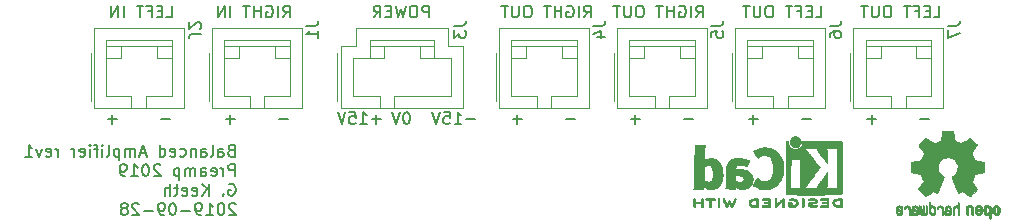
<source format=gbr>
G04 #@! TF.GenerationSoftware,KiCad,Pcbnew,5.1.4*
G04 #@! TF.CreationDate,2019-09-29T22:13:44-04:00*
G04 #@! TF.ProjectId,balanced_amplifier,62616c61-6e63-4656-945f-616d706c6966,1*
G04 #@! TF.SameCoordinates,Original*
G04 #@! TF.FileFunction,Legend,Bot*
G04 #@! TF.FilePolarity,Positive*
%FSLAX46Y46*%
G04 Gerber Fmt 4.6, Leading zero omitted, Abs format (unit mm)*
G04 Created by KiCad (PCBNEW 5.1.4) date 2019-09-29 22:13:44*
%MOMM*%
%LPD*%
G04 APERTURE LIST*
%ADD10C,0.150000*%
%ADD11C,0.120000*%
%ADD12C,0.010000*%
G04 APERTURE END LIST*
D10*
X101781071Y-40503571D02*
X101638214Y-40551190D01*
X101590595Y-40598809D01*
X101542976Y-40694047D01*
X101542976Y-40836904D01*
X101590595Y-40932142D01*
X101638214Y-40979761D01*
X101733452Y-41027380D01*
X102114404Y-41027380D01*
X102114404Y-40027380D01*
X101781071Y-40027380D01*
X101685833Y-40075000D01*
X101638214Y-40122619D01*
X101590595Y-40217857D01*
X101590595Y-40313095D01*
X101638214Y-40408333D01*
X101685833Y-40455952D01*
X101781071Y-40503571D01*
X102114404Y-40503571D01*
X100685833Y-41027380D02*
X100685833Y-40503571D01*
X100733452Y-40408333D01*
X100828690Y-40360714D01*
X101019166Y-40360714D01*
X101114404Y-40408333D01*
X100685833Y-40979761D02*
X100781071Y-41027380D01*
X101019166Y-41027380D01*
X101114404Y-40979761D01*
X101162023Y-40884523D01*
X101162023Y-40789285D01*
X101114404Y-40694047D01*
X101019166Y-40646428D01*
X100781071Y-40646428D01*
X100685833Y-40598809D01*
X100066785Y-41027380D02*
X100162023Y-40979761D01*
X100209642Y-40884523D01*
X100209642Y-40027380D01*
X99257261Y-41027380D02*
X99257261Y-40503571D01*
X99304880Y-40408333D01*
X99400119Y-40360714D01*
X99590595Y-40360714D01*
X99685833Y-40408333D01*
X99257261Y-40979761D02*
X99352500Y-41027380D01*
X99590595Y-41027380D01*
X99685833Y-40979761D01*
X99733452Y-40884523D01*
X99733452Y-40789285D01*
X99685833Y-40694047D01*
X99590595Y-40646428D01*
X99352500Y-40646428D01*
X99257261Y-40598809D01*
X98781071Y-40360714D02*
X98781071Y-41027380D01*
X98781071Y-40455952D02*
X98733452Y-40408333D01*
X98638214Y-40360714D01*
X98495357Y-40360714D01*
X98400119Y-40408333D01*
X98352500Y-40503571D01*
X98352500Y-41027380D01*
X97447738Y-40979761D02*
X97542976Y-41027380D01*
X97733452Y-41027380D01*
X97828690Y-40979761D01*
X97876309Y-40932142D01*
X97923928Y-40836904D01*
X97923928Y-40551190D01*
X97876309Y-40455952D01*
X97828690Y-40408333D01*
X97733452Y-40360714D01*
X97542976Y-40360714D01*
X97447738Y-40408333D01*
X96638214Y-40979761D02*
X96733452Y-41027380D01*
X96923928Y-41027380D01*
X97019166Y-40979761D01*
X97066785Y-40884523D01*
X97066785Y-40503571D01*
X97019166Y-40408333D01*
X96923928Y-40360714D01*
X96733452Y-40360714D01*
X96638214Y-40408333D01*
X96590595Y-40503571D01*
X96590595Y-40598809D01*
X97066785Y-40694047D01*
X95733452Y-41027380D02*
X95733452Y-40027380D01*
X95733452Y-40979761D02*
X95828690Y-41027380D01*
X96019166Y-41027380D01*
X96114404Y-40979761D01*
X96162023Y-40932142D01*
X96209642Y-40836904D01*
X96209642Y-40551190D01*
X96162023Y-40455952D01*
X96114404Y-40408333D01*
X96019166Y-40360714D01*
X95828690Y-40360714D01*
X95733452Y-40408333D01*
X94542976Y-40741666D02*
X94066785Y-40741666D01*
X94638214Y-41027380D02*
X94304880Y-40027380D01*
X93971547Y-41027380D01*
X93638214Y-41027380D02*
X93638214Y-40360714D01*
X93638214Y-40455952D02*
X93590595Y-40408333D01*
X93495357Y-40360714D01*
X93352500Y-40360714D01*
X93257261Y-40408333D01*
X93209642Y-40503571D01*
X93209642Y-41027380D01*
X93209642Y-40503571D02*
X93162023Y-40408333D01*
X93066785Y-40360714D01*
X92923928Y-40360714D01*
X92828690Y-40408333D01*
X92781071Y-40503571D01*
X92781071Y-41027380D01*
X92304880Y-40360714D02*
X92304880Y-41360714D01*
X92304880Y-40408333D02*
X92209642Y-40360714D01*
X92019166Y-40360714D01*
X91923928Y-40408333D01*
X91876309Y-40455952D01*
X91828690Y-40551190D01*
X91828690Y-40836904D01*
X91876309Y-40932142D01*
X91923928Y-40979761D01*
X92019166Y-41027380D01*
X92209642Y-41027380D01*
X92304880Y-40979761D01*
X91257261Y-41027380D02*
X91352500Y-40979761D01*
X91400119Y-40884523D01*
X91400119Y-40027380D01*
X90876309Y-41027380D02*
X90876309Y-40360714D01*
X90876309Y-40027380D02*
X90923928Y-40075000D01*
X90876309Y-40122619D01*
X90828690Y-40075000D01*
X90876309Y-40027380D01*
X90876309Y-40122619D01*
X90542976Y-40360714D02*
X90162023Y-40360714D01*
X90400119Y-41027380D02*
X90400119Y-40170238D01*
X90352500Y-40075000D01*
X90257261Y-40027380D01*
X90162023Y-40027380D01*
X89828690Y-41027380D02*
X89828690Y-40360714D01*
X89828690Y-40027380D02*
X89876309Y-40075000D01*
X89828690Y-40122619D01*
X89781071Y-40075000D01*
X89828690Y-40027380D01*
X89828690Y-40122619D01*
X88971547Y-40979761D02*
X89066785Y-41027380D01*
X89257261Y-41027380D01*
X89352500Y-40979761D01*
X89400119Y-40884523D01*
X89400119Y-40503571D01*
X89352500Y-40408333D01*
X89257261Y-40360714D01*
X89066785Y-40360714D01*
X88971547Y-40408333D01*
X88923928Y-40503571D01*
X88923928Y-40598809D01*
X89400119Y-40694047D01*
X88495357Y-41027380D02*
X88495357Y-40360714D01*
X88495357Y-40551190D02*
X88447738Y-40455952D01*
X88400119Y-40408333D01*
X88304880Y-40360714D01*
X88209642Y-40360714D01*
X87114404Y-41027380D02*
X87114404Y-40360714D01*
X87114404Y-40551190D02*
X87066785Y-40455952D01*
X87019166Y-40408333D01*
X86923928Y-40360714D01*
X86828690Y-40360714D01*
X86114404Y-40979761D02*
X86209642Y-41027380D01*
X86400119Y-41027380D01*
X86495357Y-40979761D01*
X86542976Y-40884523D01*
X86542976Y-40503571D01*
X86495357Y-40408333D01*
X86400119Y-40360714D01*
X86209642Y-40360714D01*
X86114404Y-40408333D01*
X86066785Y-40503571D01*
X86066785Y-40598809D01*
X86542976Y-40694047D01*
X85733452Y-40360714D02*
X85495357Y-41027380D01*
X85257261Y-40360714D01*
X84352500Y-41027380D02*
X84923928Y-41027380D01*
X84638214Y-41027380D02*
X84638214Y-40027380D01*
X84733452Y-40170238D01*
X84828690Y-40265476D01*
X84923928Y-40313095D01*
X102114404Y-42677380D02*
X102114404Y-41677380D01*
X101733452Y-41677380D01*
X101638214Y-41725000D01*
X101590595Y-41772619D01*
X101542976Y-41867857D01*
X101542976Y-42010714D01*
X101590595Y-42105952D01*
X101638214Y-42153571D01*
X101733452Y-42201190D01*
X102114404Y-42201190D01*
X101114404Y-42677380D02*
X101114404Y-42010714D01*
X101114404Y-42201190D02*
X101066785Y-42105952D01*
X101019166Y-42058333D01*
X100923928Y-42010714D01*
X100828690Y-42010714D01*
X100114404Y-42629761D02*
X100209642Y-42677380D01*
X100400119Y-42677380D01*
X100495357Y-42629761D01*
X100542976Y-42534523D01*
X100542976Y-42153571D01*
X100495357Y-42058333D01*
X100400119Y-42010714D01*
X100209642Y-42010714D01*
X100114404Y-42058333D01*
X100066785Y-42153571D01*
X100066785Y-42248809D01*
X100542976Y-42344047D01*
X99209642Y-42677380D02*
X99209642Y-42153571D01*
X99257261Y-42058333D01*
X99352500Y-42010714D01*
X99542976Y-42010714D01*
X99638214Y-42058333D01*
X99209642Y-42629761D02*
X99304880Y-42677380D01*
X99542976Y-42677380D01*
X99638214Y-42629761D01*
X99685833Y-42534523D01*
X99685833Y-42439285D01*
X99638214Y-42344047D01*
X99542976Y-42296428D01*
X99304880Y-42296428D01*
X99209642Y-42248809D01*
X98733452Y-42677380D02*
X98733452Y-42010714D01*
X98733452Y-42105952D02*
X98685833Y-42058333D01*
X98590595Y-42010714D01*
X98447738Y-42010714D01*
X98352500Y-42058333D01*
X98304880Y-42153571D01*
X98304880Y-42677380D01*
X98304880Y-42153571D02*
X98257261Y-42058333D01*
X98162023Y-42010714D01*
X98019166Y-42010714D01*
X97923928Y-42058333D01*
X97876309Y-42153571D01*
X97876309Y-42677380D01*
X97400119Y-42010714D02*
X97400119Y-43010714D01*
X97400119Y-42058333D02*
X97304880Y-42010714D01*
X97114404Y-42010714D01*
X97019166Y-42058333D01*
X96971547Y-42105952D01*
X96923928Y-42201190D01*
X96923928Y-42486904D01*
X96971547Y-42582142D01*
X97019166Y-42629761D01*
X97114404Y-42677380D01*
X97304880Y-42677380D01*
X97400119Y-42629761D01*
X95781071Y-41772619D02*
X95733452Y-41725000D01*
X95638214Y-41677380D01*
X95400119Y-41677380D01*
X95304880Y-41725000D01*
X95257261Y-41772619D01*
X95209642Y-41867857D01*
X95209642Y-41963095D01*
X95257261Y-42105952D01*
X95828690Y-42677380D01*
X95209642Y-42677380D01*
X94590595Y-41677380D02*
X94495357Y-41677380D01*
X94400119Y-41725000D01*
X94352500Y-41772619D01*
X94304880Y-41867857D01*
X94257261Y-42058333D01*
X94257261Y-42296428D01*
X94304880Y-42486904D01*
X94352500Y-42582142D01*
X94400119Y-42629761D01*
X94495357Y-42677380D01*
X94590595Y-42677380D01*
X94685833Y-42629761D01*
X94733452Y-42582142D01*
X94781071Y-42486904D01*
X94828690Y-42296428D01*
X94828690Y-42058333D01*
X94781071Y-41867857D01*
X94733452Y-41772619D01*
X94685833Y-41725000D01*
X94590595Y-41677380D01*
X93304880Y-42677380D02*
X93876309Y-42677380D01*
X93590595Y-42677380D02*
X93590595Y-41677380D01*
X93685833Y-41820238D01*
X93781071Y-41915476D01*
X93876309Y-41963095D01*
X92828690Y-42677380D02*
X92638214Y-42677380D01*
X92542976Y-42629761D01*
X92495357Y-42582142D01*
X92400119Y-42439285D01*
X92352500Y-42248809D01*
X92352500Y-41867857D01*
X92400119Y-41772619D01*
X92447738Y-41725000D01*
X92542976Y-41677380D01*
X92733452Y-41677380D01*
X92828690Y-41725000D01*
X92876309Y-41772619D01*
X92923928Y-41867857D01*
X92923928Y-42105952D01*
X92876309Y-42201190D01*
X92828690Y-42248809D01*
X92733452Y-42296428D01*
X92542976Y-42296428D01*
X92447738Y-42248809D01*
X92400119Y-42201190D01*
X92352500Y-42105952D01*
X101590595Y-43375000D02*
X101685833Y-43327380D01*
X101828690Y-43327380D01*
X101971547Y-43375000D01*
X102066785Y-43470238D01*
X102114404Y-43565476D01*
X102162023Y-43755952D01*
X102162023Y-43898809D01*
X102114404Y-44089285D01*
X102066785Y-44184523D01*
X101971547Y-44279761D01*
X101828690Y-44327380D01*
X101733452Y-44327380D01*
X101590595Y-44279761D01*
X101542976Y-44232142D01*
X101542976Y-43898809D01*
X101733452Y-43898809D01*
X101114404Y-44232142D02*
X101066785Y-44279761D01*
X101114404Y-44327380D01*
X101162023Y-44279761D01*
X101114404Y-44232142D01*
X101114404Y-44327380D01*
X99876309Y-44327380D02*
X99876309Y-43327380D01*
X99304880Y-44327380D02*
X99733452Y-43755952D01*
X99304880Y-43327380D02*
X99876309Y-43898809D01*
X98495357Y-44279761D02*
X98590595Y-44327380D01*
X98781071Y-44327380D01*
X98876309Y-44279761D01*
X98923928Y-44184523D01*
X98923928Y-43803571D01*
X98876309Y-43708333D01*
X98781071Y-43660714D01*
X98590595Y-43660714D01*
X98495357Y-43708333D01*
X98447738Y-43803571D01*
X98447738Y-43898809D01*
X98923928Y-43994047D01*
X97638214Y-44279761D02*
X97733452Y-44327380D01*
X97923928Y-44327380D01*
X98019166Y-44279761D01*
X98066785Y-44184523D01*
X98066785Y-43803571D01*
X98019166Y-43708333D01*
X97923928Y-43660714D01*
X97733452Y-43660714D01*
X97638214Y-43708333D01*
X97590595Y-43803571D01*
X97590595Y-43898809D01*
X98066785Y-43994047D01*
X97304880Y-43660714D02*
X96923928Y-43660714D01*
X97162023Y-43327380D02*
X97162023Y-44184523D01*
X97114404Y-44279761D01*
X97019166Y-44327380D01*
X96923928Y-44327380D01*
X96590595Y-44327380D02*
X96590595Y-43327380D01*
X96162023Y-44327380D02*
X96162023Y-43803571D01*
X96209642Y-43708333D01*
X96304880Y-43660714D01*
X96447738Y-43660714D01*
X96542976Y-43708333D01*
X96590595Y-43755952D01*
X102162023Y-45072619D02*
X102114404Y-45025000D01*
X102019166Y-44977380D01*
X101781071Y-44977380D01*
X101685833Y-45025000D01*
X101638214Y-45072619D01*
X101590595Y-45167857D01*
X101590595Y-45263095D01*
X101638214Y-45405952D01*
X102209642Y-45977380D01*
X101590595Y-45977380D01*
X100971547Y-44977380D02*
X100876309Y-44977380D01*
X100781071Y-45025000D01*
X100733452Y-45072619D01*
X100685833Y-45167857D01*
X100638214Y-45358333D01*
X100638214Y-45596428D01*
X100685833Y-45786904D01*
X100733452Y-45882142D01*
X100781071Y-45929761D01*
X100876309Y-45977380D01*
X100971547Y-45977380D01*
X101066785Y-45929761D01*
X101114404Y-45882142D01*
X101162023Y-45786904D01*
X101209642Y-45596428D01*
X101209642Y-45358333D01*
X101162023Y-45167857D01*
X101114404Y-45072619D01*
X101066785Y-45025000D01*
X100971547Y-44977380D01*
X99685833Y-45977380D02*
X100257261Y-45977380D01*
X99971547Y-45977380D02*
X99971547Y-44977380D01*
X100066785Y-45120238D01*
X100162023Y-45215476D01*
X100257261Y-45263095D01*
X99209642Y-45977380D02*
X99019166Y-45977380D01*
X98923928Y-45929761D01*
X98876309Y-45882142D01*
X98781071Y-45739285D01*
X98733452Y-45548809D01*
X98733452Y-45167857D01*
X98781071Y-45072619D01*
X98828690Y-45025000D01*
X98923928Y-44977380D01*
X99114404Y-44977380D01*
X99209642Y-45025000D01*
X99257261Y-45072619D01*
X99304880Y-45167857D01*
X99304880Y-45405952D01*
X99257261Y-45501190D01*
X99209642Y-45548809D01*
X99114404Y-45596428D01*
X98923928Y-45596428D01*
X98828690Y-45548809D01*
X98781071Y-45501190D01*
X98733452Y-45405952D01*
X98304880Y-45596428D02*
X97542976Y-45596428D01*
X96876309Y-44977380D02*
X96781071Y-44977380D01*
X96685833Y-45025000D01*
X96638214Y-45072619D01*
X96590595Y-45167857D01*
X96542976Y-45358333D01*
X96542976Y-45596428D01*
X96590595Y-45786904D01*
X96638214Y-45882142D01*
X96685833Y-45929761D01*
X96781071Y-45977380D01*
X96876309Y-45977380D01*
X96971547Y-45929761D01*
X97019166Y-45882142D01*
X97066785Y-45786904D01*
X97114404Y-45596428D01*
X97114404Y-45358333D01*
X97066785Y-45167857D01*
X97019166Y-45072619D01*
X96971547Y-45025000D01*
X96876309Y-44977380D01*
X96066785Y-45977380D02*
X95876309Y-45977380D01*
X95781071Y-45929761D01*
X95733452Y-45882142D01*
X95638214Y-45739285D01*
X95590595Y-45548809D01*
X95590595Y-45167857D01*
X95638214Y-45072619D01*
X95685833Y-45025000D01*
X95781071Y-44977380D01*
X95971547Y-44977380D01*
X96066785Y-45025000D01*
X96114404Y-45072619D01*
X96162023Y-45167857D01*
X96162023Y-45405952D01*
X96114404Y-45501190D01*
X96066785Y-45548809D01*
X95971547Y-45596428D01*
X95781071Y-45596428D01*
X95685833Y-45548809D01*
X95638214Y-45501190D01*
X95590595Y-45405952D01*
X95162023Y-45596428D02*
X94400119Y-45596428D01*
X93971547Y-45072619D02*
X93923928Y-45025000D01*
X93828690Y-44977380D01*
X93590595Y-44977380D01*
X93495357Y-45025000D01*
X93447738Y-45072619D01*
X93400119Y-45167857D01*
X93400119Y-45263095D01*
X93447738Y-45405952D01*
X94019166Y-45977380D01*
X93400119Y-45977380D01*
X92828690Y-45405952D02*
X92923928Y-45358333D01*
X92971547Y-45310714D01*
X93019166Y-45215476D01*
X93019166Y-45167857D01*
X92971547Y-45072619D01*
X92923928Y-45025000D01*
X92828690Y-44977380D01*
X92638214Y-44977380D01*
X92542976Y-45025000D01*
X92495357Y-45072619D01*
X92447738Y-45167857D01*
X92447738Y-45215476D01*
X92495357Y-45310714D01*
X92542976Y-45358333D01*
X92638214Y-45405952D01*
X92828690Y-45405952D01*
X92923928Y-45453571D01*
X92971547Y-45501190D01*
X93019166Y-45596428D01*
X93019166Y-45786904D01*
X92971547Y-45882142D01*
X92923928Y-45929761D01*
X92828690Y-45977380D01*
X92638214Y-45977380D01*
X92542976Y-45929761D01*
X92495357Y-45882142D01*
X92447738Y-45786904D01*
X92447738Y-45596428D01*
X92495357Y-45501190D01*
X92542976Y-45453571D01*
X92638214Y-45405952D01*
D11*
X110755000Y-36300000D02*
X110755000Y-32300000D01*
X118920000Y-31650000D02*
X117740000Y-31650000D01*
X113560000Y-31650000D02*
X114740000Y-31650000D01*
X118920000Y-31140000D02*
X118920000Y-32670000D01*
X113560000Y-31140000D02*
X118920000Y-31140000D01*
X113560000Y-32670000D02*
X113560000Y-31140000D01*
X121435000Y-31650000D02*
X120160000Y-31650000D01*
X111045000Y-31650000D02*
X112320000Y-31650000D01*
X120160000Y-30120000D02*
X120160000Y-31650000D01*
X112320000Y-30120000D02*
X120160000Y-30120000D01*
X112320000Y-31650000D02*
X112320000Y-30120000D01*
X115595000Y-35930000D02*
X115595000Y-36950000D01*
X120415000Y-35930000D02*
X115595000Y-35930000D01*
X120415000Y-32670000D02*
X120415000Y-35930000D01*
X117740000Y-32670000D02*
X120415000Y-32670000D01*
X117740000Y-31650000D02*
X117740000Y-32670000D01*
X114740000Y-31650000D02*
X117740000Y-31650000D01*
X114740000Y-32670000D02*
X114740000Y-31650000D01*
X112065000Y-32670000D02*
X114740000Y-32670000D01*
X112065000Y-35930000D02*
X112065000Y-32670000D01*
X114345000Y-35930000D02*
X112065000Y-35930000D01*
X114345000Y-36950000D02*
X114345000Y-35930000D01*
X121435000Y-36950000D02*
X121435000Y-31650000D01*
X111045000Y-36950000D02*
X121435000Y-36950000D01*
X111045000Y-31650000D02*
X111045000Y-36950000D01*
X154185000Y-36300000D02*
X154185000Y-32300000D01*
X161045000Y-31650000D02*
X159770000Y-31650000D01*
X155495000Y-31650000D02*
X156770000Y-31650000D01*
X161045000Y-31140000D02*
X161045000Y-32670000D01*
X155495000Y-31140000D02*
X161045000Y-31140000D01*
X155495000Y-32670000D02*
X155495000Y-31140000D01*
X162065000Y-30120000D02*
X162065000Y-32670000D01*
X154475000Y-30120000D02*
X162065000Y-30120000D01*
X154475000Y-32670000D02*
X154475000Y-30120000D01*
X158895000Y-35930000D02*
X158895000Y-36950000D01*
X161045000Y-35930000D02*
X158895000Y-35930000D01*
X161045000Y-32670000D02*
X161045000Y-35930000D01*
X159770000Y-32670000D02*
X161045000Y-32670000D01*
X159770000Y-31650000D02*
X159770000Y-32670000D01*
X156770000Y-31650000D02*
X159770000Y-31650000D01*
X156770000Y-32670000D02*
X156770000Y-31650000D01*
X155495000Y-32670000D02*
X156770000Y-32670000D01*
X155495000Y-35930000D02*
X155495000Y-32670000D01*
X157645000Y-35930000D02*
X155495000Y-35930000D01*
X157645000Y-36950000D02*
X157645000Y-35930000D01*
X162065000Y-36950000D02*
X162065000Y-31650000D01*
X154475000Y-36950000D02*
X162065000Y-36950000D01*
X154475000Y-31650000D02*
X154475000Y-36950000D01*
X144185000Y-36300000D02*
X144185000Y-32300000D01*
X151045000Y-31650000D02*
X149770000Y-31650000D01*
X145495000Y-31650000D02*
X146770000Y-31650000D01*
X151045000Y-31140000D02*
X151045000Y-32670000D01*
X145495000Y-31140000D02*
X151045000Y-31140000D01*
X145495000Y-32670000D02*
X145495000Y-31140000D01*
X152065000Y-30120000D02*
X152065000Y-32670000D01*
X144475000Y-30120000D02*
X152065000Y-30120000D01*
X144475000Y-32670000D02*
X144475000Y-30120000D01*
X148895000Y-35930000D02*
X148895000Y-36950000D01*
X151045000Y-35930000D02*
X148895000Y-35930000D01*
X151045000Y-32670000D02*
X151045000Y-35930000D01*
X149770000Y-32670000D02*
X151045000Y-32670000D01*
X149770000Y-31650000D02*
X149770000Y-32670000D01*
X146770000Y-31650000D02*
X149770000Y-31650000D01*
X146770000Y-32670000D02*
X146770000Y-31650000D01*
X145495000Y-32670000D02*
X146770000Y-32670000D01*
X145495000Y-35930000D02*
X145495000Y-32670000D01*
X147645000Y-35930000D02*
X145495000Y-35930000D01*
X147645000Y-36950000D02*
X147645000Y-35930000D01*
X152065000Y-36950000D02*
X152065000Y-31650000D01*
X144475000Y-36950000D02*
X152065000Y-36950000D01*
X144475000Y-31650000D02*
X144475000Y-36950000D01*
X134185000Y-36300000D02*
X134185000Y-32300000D01*
X141045000Y-31650000D02*
X139770000Y-31650000D01*
X135495000Y-31650000D02*
X136770000Y-31650000D01*
X141045000Y-31140000D02*
X141045000Y-32670000D01*
X135495000Y-31140000D02*
X141045000Y-31140000D01*
X135495000Y-32670000D02*
X135495000Y-31140000D01*
X142065000Y-30120000D02*
X142065000Y-32670000D01*
X134475000Y-30120000D02*
X142065000Y-30120000D01*
X134475000Y-32670000D02*
X134475000Y-30120000D01*
X138895000Y-35930000D02*
X138895000Y-36950000D01*
X141045000Y-35930000D02*
X138895000Y-35930000D01*
X141045000Y-32670000D02*
X141045000Y-35930000D01*
X139770000Y-32670000D02*
X141045000Y-32670000D01*
X139770000Y-31650000D02*
X139770000Y-32670000D01*
X136770000Y-31650000D02*
X139770000Y-31650000D01*
X136770000Y-32670000D02*
X136770000Y-31650000D01*
X135495000Y-32670000D02*
X136770000Y-32670000D01*
X135495000Y-35930000D02*
X135495000Y-32670000D01*
X137645000Y-35930000D02*
X135495000Y-35930000D01*
X137645000Y-36950000D02*
X137645000Y-35930000D01*
X142065000Y-36950000D02*
X142065000Y-31650000D01*
X134475000Y-36950000D02*
X142065000Y-36950000D01*
X134475000Y-31650000D02*
X134475000Y-36950000D01*
X124185000Y-36300000D02*
X124185000Y-32300000D01*
X131045000Y-31650000D02*
X129770000Y-31650000D01*
X125495000Y-31650000D02*
X126770000Y-31650000D01*
X131045000Y-31140000D02*
X131045000Y-32670000D01*
X125495000Y-31140000D02*
X131045000Y-31140000D01*
X125495000Y-32670000D02*
X125495000Y-31140000D01*
X132065000Y-30120000D02*
X132065000Y-32670000D01*
X124475000Y-30120000D02*
X132065000Y-30120000D01*
X124475000Y-32670000D02*
X124475000Y-30120000D01*
X128895000Y-35930000D02*
X128895000Y-36950000D01*
X131045000Y-35930000D02*
X128895000Y-35930000D01*
X131045000Y-32670000D02*
X131045000Y-35930000D01*
X129770000Y-32670000D02*
X131045000Y-32670000D01*
X129770000Y-31650000D02*
X129770000Y-32670000D01*
X126770000Y-31650000D02*
X129770000Y-31650000D01*
X126770000Y-32670000D02*
X126770000Y-31650000D01*
X125495000Y-32670000D02*
X126770000Y-32670000D01*
X125495000Y-35930000D02*
X125495000Y-32670000D01*
X127645000Y-35930000D02*
X125495000Y-35930000D01*
X127645000Y-36950000D02*
X127645000Y-35930000D01*
X132065000Y-36950000D02*
X132065000Y-31650000D01*
X124475000Y-36950000D02*
X132065000Y-36950000D01*
X124475000Y-31650000D02*
X124475000Y-36950000D01*
X89885000Y-36300000D02*
X89885000Y-32300000D01*
X96745000Y-31650000D02*
X95470000Y-31650000D01*
X91195000Y-31650000D02*
X92470000Y-31650000D01*
X96745000Y-31140000D02*
X96745000Y-32670000D01*
X91195000Y-31140000D02*
X96745000Y-31140000D01*
X91195000Y-32670000D02*
X91195000Y-31140000D01*
X97765000Y-30120000D02*
X97765000Y-32670000D01*
X90175000Y-30120000D02*
X97765000Y-30120000D01*
X90175000Y-32670000D02*
X90175000Y-30120000D01*
X94595000Y-35930000D02*
X94595000Y-36950000D01*
X96745000Y-35930000D02*
X94595000Y-35930000D01*
X96745000Y-32670000D02*
X96745000Y-35930000D01*
X95470000Y-32670000D02*
X96745000Y-32670000D01*
X95470000Y-31650000D02*
X95470000Y-32670000D01*
X92470000Y-31650000D02*
X95470000Y-31650000D01*
X92470000Y-32670000D02*
X92470000Y-31650000D01*
X91195000Y-32670000D02*
X92470000Y-32670000D01*
X91195000Y-35930000D02*
X91195000Y-32670000D01*
X93345000Y-35930000D02*
X91195000Y-35930000D01*
X93345000Y-36950000D02*
X93345000Y-35930000D01*
X97765000Y-36950000D02*
X97765000Y-31650000D01*
X90175000Y-36950000D02*
X97765000Y-36950000D01*
X90175000Y-31650000D02*
X90175000Y-36950000D01*
X99885000Y-36300000D02*
X99885000Y-32300000D01*
X106745000Y-31650000D02*
X105470000Y-31650000D01*
X101195000Y-31650000D02*
X102470000Y-31650000D01*
X106745000Y-31140000D02*
X106745000Y-32670000D01*
X101195000Y-31140000D02*
X106745000Y-31140000D01*
X101195000Y-32670000D02*
X101195000Y-31140000D01*
X107765000Y-30120000D02*
X107765000Y-32670000D01*
X100175000Y-30120000D02*
X107765000Y-30120000D01*
X100175000Y-32670000D02*
X100175000Y-30120000D01*
X104595000Y-35930000D02*
X104595000Y-36950000D01*
X106745000Y-35930000D02*
X104595000Y-35930000D01*
X106745000Y-32670000D02*
X106745000Y-35930000D01*
X105470000Y-32670000D02*
X106745000Y-32670000D01*
X105470000Y-31650000D02*
X105470000Y-32670000D01*
X102470000Y-31650000D02*
X105470000Y-31650000D01*
X102470000Y-32670000D02*
X102470000Y-31650000D01*
X101195000Y-32670000D02*
X102470000Y-32670000D01*
X101195000Y-35930000D02*
X101195000Y-32670000D01*
X103345000Y-35930000D02*
X101195000Y-35930000D01*
X103345000Y-36950000D02*
X103345000Y-35930000D01*
X107765000Y-36950000D02*
X107765000Y-31650000D01*
X100175000Y-36950000D02*
X107765000Y-36950000D01*
X100175000Y-31650000D02*
X100175000Y-36950000D01*
D12*
G36*
X162310122Y-38837776D02*
G01*
X162204388Y-38838355D01*
X162127868Y-38839922D01*
X162075628Y-38842972D01*
X162042737Y-38847996D01*
X162024263Y-38855489D01*
X162015273Y-38865944D01*
X162010837Y-38879853D01*
X162010406Y-38881654D01*
X162003667Y-38914145D01*
X161991192Y-38978252D01*
X161974281Y-39067151D01*
X161954229Y-39174019D01*
X161932336Y-39292033D01*
X161931571Y-39296178D01*
X161909641Y-39411831D01*
X161889123Y-39514014D01*
X161871341Y-39596598D01*
X161857619Y-39653456D01*
X161849282Y-39678458D01*
X161848884Y-39678901D01*
X161824323Y-39691110D01*
X161773685Y-39711456D01*
X161707905Y-39735545D01*
X161707539Y-39735674D01*
X161624683Y-39766818D01*
X161527000Y-39806491D01*
X161434923Y-39846381D01*
X161430566Y-39848353D01*
X161280593Y-39916420D01*
X160948502Y-39689639D01*
X160846626Y-39620504D01*
X160754343Y-39558697D01*
X160676997Y-39507733D01*
X160619936Y-39471127D01*
X160588505Y-39452394D01*
X160585521Y-39451004D01*
X160562679Y-39457190D01*
X160520018Y-39487035D01*
X160455872Y-39541947D01*
X160368579Y-39623334D01*
X160279465Y-39709922D01*
X160193559Y-39795247D01*
X160116673Y-39873108D01*
X160053436Y-39938697D01*
X160008477Y-39987205D01*
X159986424Y-40013825D01*
X159985604Y-40015195D01*
X159983166Y-40033463D01*
X159992350Y-40063295D01*
X160015426Y-40108721D01*
X160054663Y-40173770D01*
X160112330Y-40262470D01*
X160189205Y-40376657D01*
X160257430Y-40477162D01*
X160318418Y-40567303D01*
X160368644Y-40641849D01*
X160404584Y-40695565D01*
X160422713Y-40723218D01*
X160423854Y-40725095D01*
X160421641Y-40751590D01*
X160404862Y-40803086D01*
X160376858Y-40869851D01*
X160366878Y-40891172D01*
X160323328Y-40986159D01*
X160276866Y-41093937D01*
X160239123Y-41187192D01*
X160211927Y-41256406D01*
X160190325Y-41309006D01*
X160177842Y-41336497D01*
X160176291Y-41338616D01*
X160153332Y-41342124D01*
X160099214Y-41351738D01*
X160021132Y-41366089D01*
X159926281Y-41383807D01*
X159821857Y-41403525D01*
X159715056Y-41423874D01*
X159613074Y-41443486D01*
X159523106Y-41460991D01*
X159452347Y-41475022D01*
X159407994Y-41484209D01*
X159397115Y-41486807D01*
X159385878Y-41493218D01*
X159377395Y-41507697D01*
X159371286Y-41535133D01*
X159367168Y-41580411D01*
X159364659Y-41648420D01*
X159363379Y-41744047D01*
X159362946Y-41872180D01*
X159362923Y-41924701D01*
X159362923Y-42351845D01*
X159465500Y-42372091D01*
X159522569Y-42383070D01*
X159607731Y-42399095D01*
X159710628Y-42418233D01*
X159820904Y-42438551D01*
X159851385Y-42444132D01*
X159953145Y-42463917D01*
X160041795Y-42483373D01*
X160109892Y-42500697D01*
X160149996Y-42514088D01*
X160156677Y-42518079D01*
X160173081Y-42546342D01*
X160196601Y-42601109D01*
X160222684Y-42671588D01*
X160227858Y-42686769D01*
X160262044Y-42780896D01*
X160304477Y-42887101D01*
X160346003Y-42982473D01*
X160346208Y-42982916D01*
X160415360Y-43132525D01*
X159960488Y-43801617D01*
X160252500Y-44094116D01*
X160340820Y-44181170D01*
X160421375Y-44257909D01*
X160489640Y-44320237D01*
X160541092Y-44364056D01*
X160571206Y-44385270D01*
X160575526Y-44386616D01*
X160600889Y-44376016D01*
X160652642Y-44346547D01*
X160725132Y-44301705D01*
X160812706Y-44244984D01*
X160907388Y-44181462D01*
X161003484Y-44116668D01*
X161089163Y-44060287D01*
X161158984Y-44015788D01*
X161207506Y-43986639D01*
X161229218Y-43976308D01*
X161255707Y-43985050D01*
X161305938Y-44008087D01*
X161369549Y-44040631D01*
X161376292Y-44044249D01*
X161461954Y-44087210D01*
X161520694Y-44108279D01*
X161557228Y-44108503D01*
X161576269Y-44088928D01*
X161576380Y-44088654D01*
X161585898Y-44065472D01*
X161608597Y-44010441D01*
X161642718Y-43927822D01*
X161686500Y-43821872D01*
X161738184Y-43696852D01*
X161796008Y-43557020D01*
X161852009Y-43421637D01*
X161913553Y-43272234D01*
X161970061Y-43133832D01*
X162019839Y-43010673D01*
X162061194Y-42907002D01*
X162092432Y-42827059D01*
X162111859Y-42775088D01*
X162117846Y-42755692D01*
X162102832Y-42733443D01*
X162063561Y-42697982D01*
X162011193Y-42658887D01*
X161862059Y-42535245D01*
X161745489Y-42393522D01*
X161662882Y-42236704D01*
X161615634Y-42067775D01*
X161605143Y-41889722D01*
X161612769Y-41807539D01*
X161654318Y-41637031D01*
X161725877Y-41486459D01*
X161823005Y-41357309D01*
X161941266Y-41251064D01*
X162076220Y-41169210D01*
X162223429Y-41113232D01*
X162378456Y-41084615D01*
X162536861Y-41084844D01*
X162694206Y-41115405D01*
X162846054Y-41177782D01*
X162987965Y-41273460D01*
X163047197Y-41327572D01*
X163160797Y-41466520D01*
X163239894Y-41618361D01*
X163285014Y-41778667D01*
X163296684Y-41943012D01*
X163275431Y-42106971D01*
X163221780Y-42266118D01*
X163136260Y-42416025D01*
X163019395Y-42552267D01*
X162888807Y-42658887D01*
X162834412Y-42699642D01*
X162795986Y-42734718D01*
X162782154Y-42755726D01*
X162789397Y-42778635D01*
X162809995Y-42833365D01*
X162842254Y-42915672D01*
X162884479Y-43021315D01*
X162934977Y-43146050D01*
X162992052Y-43285636D01*
X163048146Y-43421670D01*
X163110033Y-43571201D01*
X163167356Y-43709767D01*
X163218356Y-43833107D01*
X163261273Y-43936964D01*
X163294347Y-44017080D01*
X163315819Y-44069195D01*
X163323775Y-44088654D01*
X163342571Y-44108423D01*
X163378926Y-44108365D01*
X163437521Y-44087441D01*
X163523032Y-44044613D01*
X163523708Y-44044249D01*
X163588093Y-44011012D01*
X163640139Y-43986802D01*
X163669488Y-43976404D01*
X163670783Y-43976308D01*
X163692876Y-43986855D01*
X163741652Y-44016184D01*
X163811669Y-44060827D01*
X163897486Y-44117314D01*
X163992612Y-44181462D01*
X164089460Y-44246411D01*
X164176747Y-44302896D01*
X164248819Y-44347421D01*
X164300023Y-44376490D01*
X164324474Y-44386616D01*
X164346990Y-44373307D01*
X164392258Y-44336112D01*
X164455756Y-44279128D01*
X164532961Y-44206449D01*
X164619349Y-44122171D01*
X164647601Y-44094016D01*
X164939713Y-43801416D01*
X164717369Y-43475104D01*
X164649798Y-43374897D01*
X164590493Y-43284963D01*
X164542783Y-43210510D01*
X164509993Y-43156751D01*
X164495452Y-43128894D01*
X164495026Y-43126912D01*
X164502692Y-43100655D01*
X164523311Y-43047837D01*
X164553315Y-42977310D01*
X164574375Y-42930093D01*
X164613752Y-42839694D01*
X164650835Y-42748366D01*
X164679585Y-42671200D01*
X164687395Y-42647692D01*
X164709583Y-42584916D01*
X164731273Y-42536411D01*
X164743187Y-42518079D01*
X164769477Y-42506859D01*
X164826858Y-42490954D01*
X164907882Y-42472167D01*
X165005105Y-42452299D01*
X165048615Y-42444132D01*
X165159104Y-42423829D01*
X165265084Y-42404170D01*
X165356199Y-42387088D01*
X165422092Y-42374518D01*
X165434500Y-42372091D01*
X165537077Y-42351845D01*
X165537077Y-41924701D01*
X165536847Y-41784246D01*
X165535901Y-41677979D01*
X165533859Y-41601013D01*
X165530338Y-41548460D01*
X165524957Y-41515433D01*
X165517334Y-41497045D01*
X165507088Y-41488408D01*
X165502885Y-41486807D01*
X165477530Y-41481127D01*
X165421516Y-41469795D01*
X165342036Y-41454179D01*
X165246288Y-41435647D01*
X165141467Y-41415569D01*
X165034768Y-41395312D01*
X164933387Y-41376246D01*
X164844521Y-41359739D01*
X164775363Y-41347159D01*
X164733111Y-41339875D01*
X164723710Y-41338616D01*
X164715193Y-41321763D01*
X164696340Y-41276870D01*
X164670676Y-41212430D01*
X164660877Y-41187192D01*
X164621352Y-41089686D01*
X164574808Y-40981959D01*
X164533123Y-40891172D01*
X164502450Y-40821753D01*
X164482044Y-40764710D01*
X164475232Y-40729777D01*
X164476318Y-40725095D01*
X164490715Y-40702991D01*
X164523588Y-40653831D01*
X164571410Y-40582848D01*
X164630652Y-40495278D01*
X164697785Y-40396357D01*
X164711059Y-40376830D01*
X164788954Y-40261140D01*
X164846213Y-40173044D01*
X164885119Y-40108486D01*
X164907956Y-40063411D01*
X164917006Y-40033763D01*
X164914552Y-40015485D01*
X164914489Y-40015369D01*
X164895173Y-39991361D01*
X164852449Y-39944947D01*
X164790949Y-39880937D01*
X164715302Y-39804145D01*
X164630139Y-39719382D01*
X164620535Y-39709922D01*
X164513210Y-39605989D01*
X164430385Y-39529675D01*
X164370395Y-39479571D01*
X164331577Y-39454270D01*
X164314480Y-39451004D01*
X164289527Y-39465250D01*
X164237745Y-39498156D01*
X164164480Y-39546208D01*
X164075080Y-39605890D01*
X163974889Y-39673688D01*
X163951499Y-39689639D01*
X163619407Y-39916420D01*
X163469435Y-39848353D01*
X163378230Y-39808685D01*
X163280331Y-39768791D01*
X163196169Y-39736983D01*
X163192462Y-39735674D01*
X163126631Y-39711576D01*
X163075884Y-39691200D01*
X163051158Y-39678936D01*
X163051116Y-39678901D01*
X163043271Y-39656734D01*
X163029934Y-39602217D01*
X163012430Y-39521480D01*
X162992083Y-39420650D01*
X162970218Y-39305856D01*
X162968429Y-39296178D01*
X162946496Y-39177904D01*
X162926360Y-39070542D01*
X162909320Y-38980917D01*
X162896672Y-38915851D01*
X162889716Y-38882168D01*
X162889594Y-38881654D01*
X162885361Y-38867325D01*
X162877129Y-38856507D01*
X162859967Y-38848706D01*
X162828942Y-38843429D01*
X162779122Y-38840182D01*
X162705576Y-38838472D01*
X162603371Y-38837807D01*
X162467575Y-38837693D01*
X162450000Y-38837692D01*
X162310122Y-38837776D01*
X162310122Y-38837776D01*
G37*
X162310122Y-38837776D02*
X162204388Y-38838355D01*
X162127868Y-38839922D01*
X162075628Y-38842972D01*
X162042737Y-38847996D01*
X162024263Y-38855489D01*
X162015273Y-38865944D01*
X162010837Y-38879853D01*
X162010406Y-38881654D01*
X162003667Y-38914145D01*
X161991192Y-38978252D01*
X161974281Y-39067151D01*
X161954229Y-39174019D01*
X161932336Y-39292033D01*
X161931571Y-39296178D01*
X161909641Y-39411831D01*
X161889123Y-39514014D01*
X161871341Y-39596598D01*
X161857619Y-39653456D01*
X161849282Y-39678458D01*
X161848884Y-39678901D01*
X161824323Y-39691110D01*
X161773685Y-39711456D01*
X161707905Y-39735545D01*
X161707539Y-39735674D01*
X161624683Y-39766818D01*
X161527000Y-39806491D01*
X161434923Y-39846381D01*
X161430566Y-39848353D01*
X161280593Y-39916420D01*
X160948502Y-39689639D01*
X160846626Y-39620504D01*
X160754343Y-39558697D01*
X160676997Y-39507733D01*
X160619936Y-39471127D01*
X160588505Y-39452394D01*
X160585521Y-39451004D01*
X160562679Y-39457190D01*
X160520018Y-39487035D01*
X160455872Y-39541947D01*
X160368579Y-39623334D01*
X160279465Y-39709922D01*
X160193559Y-39795247D01*
X160116673Y-39873108D01*
X160053436Y-39938697D01*
X160008477Y-39987205D01*
X159986424Y-40013825D01*
X159985604Y-40015195D01*
X159983166Y-40033463D01*
X159992350Y-40063295D01*
X160015426Y-40108721D01*
X160054663Y-40173770D01*
X160112330Y-40262470D01*
X160189205Y-40376657D01*
X160257430Y-40477162D01*
X160318418Y-40567303D01*
X160368644Y-40641849D01*
X160404584Y-40695565D01*
X160422713Y-40723218D01*
X160423854Y-40725095D01*
X160421641Y-40751590D01*
X160404862Y-40803086D01*
X160376858Y-40869851D01*
X160366878Y-40891172D01*
X160323328Y-40986159D01*
X160276866Y-41093937D01*
X160239123Y-41187192D01*
X160211927Y-41256406D01*
X160190325Y-41309006D01*
X160177842Y-41336497D01*
X160176291Y-41338616D01*
X160153332Y-41342124D01*
X160099214Y-41351738D01*
X160021132Y-41366089D01*
X159926281Y-41383807D01*
X159821857Y-41403525D01*
X159715056Y-41423874D01*
X159613074Y-41443486D01*
X159523106Y-41460991D01*
X159452347Y-41475022D01*
X159407994Y-41484209D01*
X159397115Y-41486807D01*
X159385878Y-41493218D01*
X159377395Y-41507697D01*
X159371286Y-41535133D01*
X159367168Y-41580411D01*
X159364659Y-41648420D01*
X159363379Y-41744047D01*
X159362946Y-41872180D01*
X159362923Y-41924701D01*
X159362923Y-42351845D01*
X159465500Y-42372091D01*
X159522569Y-42383070D01*
X159607731Y-42399095D01*
X159710628Y-42418233D01*
X159820904Y-42438551D01*
X159851385Y-42444132D01*
X159953145Y-42463917D01*
X160041795Y-42483373D01*
X160109892Y-42500697D01*
X160149996Y-42514088D01*
X160156677Y-42518079D01*
X160173081Y-42546342D01*
X160196601Y-42601109D01*
X160222684Y-42671588D01*
X160227858Y-42686769D01*
X160262044Y-42780896D01*
X160304477Y-42887101D01*
X160346003Y-42982473D01*
X160346208Y-42982916D01*
X160415360Y-43132525D01*
X159960488Y-43801617D01*
X160252500Y-44094116D01*
X160340820Y-44181170D01*
X160421375Y-44257909D01*
X160489640Y-44320237D01*
X160541092Y-44364056D01*
X160571206Y-44385270D01*
X160575526Y-44386616D01*
X160600889Y-44376016D01*
X160652642Y-44346547D01*
X160725132Y-44301705D01*
X160812706Y-44244984D01*
X160907388Y-44181462D01*
X161003484Y-44116668D01*
X161089163Y-44060287D01*
X161158984Y-44015788D01*
X161207506Y-43986639D01*
X161229218Y-43976308D01*
X161255707Y-43985050D01*
X161305938Y-44008087D01*
X161369549Y-44040631D01*
X161376292Y-44044249D01*
X161461954Y-44087210D01*
X161520694Y-44108279D01*
X161557228Y-44108503D01*
X161576269Y-44088928D01*
X161576380Y-44088654D01*
X161585898Y-44065472D01*
X161608597Y-44010441D01*
X161642718Y-43927822D01*
X161686500Y-43821872D01*
X161738184Y-43696852D01*
X161796008Y-43557020D01*
X161852009Y-43421637D01*
X161913553Y-43272234D01*
X161970061Y-43133832D01*
X162019839Y-43010673D01*
X162061194Y-42907002D01*
X162092432Y-42827059D01*
X162111859Y-42775088D01*
X162117846Y-42755692D01*
X162102832Y-42733443D01*
X162063561Y-42697982D01*
X162011193Y-42658887D01*
X161862059Y-42535245D01*
X161745489Y-42393522D01*
X161662882Y-42236704D01*
X161615634Y-42067775D01*
X161605143Y-41889722D01*
X161612769Y-41807539D01*
X161654318Y-41637031D01*
X161725877Y-41486459D01*
X161823005Y-41357309D01*
X161941266Y-41251064D01*
X162076220Y-41169210D01*
X162223429Y-41113232D01*
X162378456Y-41084615D01*
X162536861Y-41084844D01*
X162694206Y-41115405D01*
X162846054Y-41177782D01*
X162987965Y-41273460D01*
X163047197Y-41327572D01*
X163160797Y-41466520D01*
X163239894Y-41618361D01*
X163285014Y-41778667D01*
X163296684Y-41943012D01*
X163275431Y-42106971D01*
X163221780Y-42266118D01*
X163136260Y-42416025D01*
X163019395Y-42552267D01*
X162888807Y-42658887D01*
X162834412Y-42699642D01*
X162795986Y-42734718D01*
X162782154Y-42755726D01*
X162789397Y-42778635D01*
X162809995Y-42833365D01*
X162842254Y-42915672D01*
X162884479Y-43021315D01*
X162934977Y-43146050D01*
X162992052Y-43285636D01*
X163048146Y-43421670D01*
X163110033Y-43571201D01*
X163167356Y-43709767D01*
X163218356Y-43833107D01*
X163261273Y-43936964D01*
X163294347Y-44017080D01*
X163315819Y-44069195D01*
X163323775Y-44088654D01*
X163342571Y-44108423D01*
X163378926Y-44108365D01*
X163437521Y-44087441D01*
X163523032Y-44044613D01*
X163523708Y-44044249D01*
X163588093Y-44011012D01*
X163640139Y-43986802D01*
X163669488Y-43976404D01*
X163670783Y-43976308D01*
X163692876Y-43986855D01*
X163741652Y-44016184D01*
X163811669Y-44060827D01*
X163897486Y-44117314D01*
X163992612Y-44181462D01*
X164089460Y-44246411D01*
X164176747Y-44302896D01*
X164248819Y-44347421D01*
X164300023Y-44376490D01*
X164324474Y-44386616D01*
X164346990Y-44373307D01*
X164392258Y-44336112D01*
X164455756Y-44279128D01*
X164532961Y-44206449D01*
X164619349Y-44122171D01*
X164647601Y-44094016D01*
X164939713Y-43801416D01*
X164717369Y-43475104D01*
X164649798Y-43374897D01*
X164590493Y-43284963D01*
X164542783Y-43210510D01*
X164509993Y-43156751D01*
X164495452Y-43128894D01*
X164495026Y-43126912D01*
X164502692Y-43100655D01*
X164523311Y-43047837D01*
X164553315Y-42977310D01*
X164574375Y-42930093D01*
X164613752Y-42839694D01*
X164650835Y-42748366D01*
X164679585Y-42671200D01*
X164687395Y-42647692D01*
X164709583Y-42584916D01*
X164731273Y-42536411D01*
X164743187Y-42518079D01*
X164769477Y-42506859D01*
X164826858Y-42490954D01*
X164907882Y-42472167D01*
X165005105Y-42452299D01*
X165048615Y-42444132D01*
X165159104Y-42423829D01*
X165265084Y-42404170D01*
X165356199Y-42387088D01*
X165422092Y-42374518D01*
X165434500Y-42372091D01*
X165537077Y-42351845D01*
X165537077Y-41924701D01*
X165536847Y-41784246D01*
X165535901Y-41677979D01*
X165533859Y-41601013D01*
X165530338Y-41548460D01*
X165524957Y-41515433D01*
X165517334Y-41497045D01*
X165507088Y-41488408D01*
X165502885Y-41486807D01*
X165477530Y-41481127D01*
X165421516Y-41469795D01*
X165342036Y-41454179D01*
X165246288Y-41435647D01*
X165141467Y-41415569D01*
X165034768Y-41395312D01*
X164933387Y-41376246D01*
X164844521Y-41359739D01*
X164775363Y-41347159D01*
X164733111Y-41339875D01*
X164723710Y-41338616D01*
X164715193Y-41321763D01*
X164696340Y-41276870D01*
X164670676Y-41212430D01*
X164660877Y-41187192D01*
X164621352Y-41089686D01*
X164574808Y-40981959D01*
X164533123Y-40891172D01*
X164502450Y-40821753D01*
X164482044Y-40764710D01*
X164475232Y-40729777D01*
X164476318Y-40725095D01*
X164490715Y-40702991D01*
X164523588Y-40653831D01*
X164571410Y-40582848D01*
X164630652Y-40495278D01*
X164697785Y-40396357D01*
X164711059Y-40376830D01*
X164788954Y-40261140D01*
X164846213Y-40173044D01*
X164885119Y-40108486D01*
X164907956Y-40063411D01*
X164917006Y-40033763D01*
X164914552Y-40015485D01*
X164914489Y-40015369D01*
X164895173Y-39991361D01*
X164852449Y-39944947D01*
X164790949Y-39880937D01*
X164715302Y-39804145D01*
X164630139Y-39719382D01*
X164620535Y-39709922D01*
X164513210Y-39605989D01*
X164430385Y-39529675D01*
X164370395Y-39479571D01*
X164331577Y-39454270D01*
X164314480Y-39451004D01*
X164289527Y-39465250D01*
X164237745Y-39498156D01*
X164164480Y-39546208D01*
X164075080Y-39605890D01*
X163974889Y-39673688D01*
X163951499Y-39689639D01*
X163619407Y-39916420D01*
X163469435Y-39848353D01*
X163378230Y-39808685D01*
X163280331Y-39768791D01*
X163196169Y-39736983D01*
X163192462Y-39735674D01*
X163126631Y-39711576D01*
X163075884Y-39691200D01*
X163051158Y-39678936D01*
X163051116Y-39678901D01*
X163043271Y-39656734D01*
X163029934Y-39602217D01*
X163012430Y-39521480D01*
X162992083Y-39420650D01*
X162970218Y-39305856D01*
X162968429Y-39296178D01*
X162946496Y-39177904D01*
X162926360Y-39070542D01*
X162909320Y-38980917D01*
X162896672Y-38915851D01*
X162889716Y-38882168D01*
X162889594Y-38881654D01*
X162885361Y-38867325D01*
X162877129Y-38856507D01*
X162859967Y-38848706D01*
X162828942Y-38843429D01*
X162779122Y-38840182D01*
X162705576Y-38838472D01*
X162603371Y-38837807D01*
X162467575Y-38837693D01*
X162450000Y-38837692D01*
X162310122Y-38837776D01*
G36*
X158204776Y-45197838D02*
G01*
X158127472Y-45248361D01*
X158090186Y-45293590D01*
X158060647Y-45375663D01*
X158058301Y-45440607D01*
X158063615Y-45527445D01*
X158263885Y-45615103D01*
X158361261Y-45659887D01*
X158424887Y-45695913D01*
X158457971Y-45727117D01*
X158463720Y-45757436D01*
X158445342Y-45790805D01*
X158425077Y-45812923D01*
X158366111Y-45848393D01*
X158301976Y-45850879D01*
X158243074Y-45823235D01*
X158199803Y-45768320D01*
X158192064Y-45748928D01*
X158154994Y-45688364D01*
X158112346Y-45662552D01*
X158053846Y-45640471D01*
X158053846Y-45724184D01*
X158059018Y-45781150D01*
X158079277Y-45829189D01*
X158121738Y-45884346D01*
X158128049Y-45891514D01*
X158175280Y-45940585D01*
X158215879Y-45966920D01*
X158266672Y-45979035D01*
X158308780Y-45983003D01*
X158384098Y-45983991D01*
X158437714Y-45971466D01*
X158471162Y-45952869D01*
X158523732Y-45911975D01*
X158560121Y-45867748D01*
X158583150Y-45812126D01*
X158595641Y-45737047D01*
X158600413Y-45634449D01*
X158600794Y-45582376D01*
X158599499Y-45519948D01*
X158481529Y-45519948D01*
X158480161Y-45553438D01*
X158476751Y-45558923D01*
X158454247Y-45551472D01*
X158405818Y-45531753D01*
X158341092Y-45503718D01*
X158327557Y-45497692D01*
X158245756Y-45456096D01*
X158200688Y-45419538D01*
X158190783Y-45385296D01*
X158214474Y-45350648D01*
X158234040Y-45335339D01*
X158304640Y-45304721D01*
X158370720Y-45309780D01*
X158426041Y-45347151D01*
X158464364Y-45413473D01*
X158476651Y-45466116D01*
X158481529Y-45519948D01*
X158599499Y-45519948D01*
X158598270Y-45460720D01*
X158588968Y-45370710D01*
X158570540Y-45305167D01*
X158540640Y-45256912D01*
X158496920Y-45218767D01*
X158477859Y-45206440D01*
X158391274Y-45174336D01*
X158296478Y-45172316D01*
X158204776Y-45197838D01*
X158204776Y-45197838D01*
G37*
X158204776Y-45197838D02*
X158127472Y-45248361D01*
X158090186Y-45293590D01*
X158060647Y-45375663D01*
X158058301Y-45440607D01*
X158063615Y-45527445D01*
X158263885Y-45615103D01*
X158361261Y-45659887D01*
X158424887Y-45695913D01*
X158457971Y-45727117D01*
X158463720Y-45757436D01*
X158445342Y-45790805D01*
X158425077Y-45812923D01*
X158366111Y-45848393D01*
X158301976Y-45850879D01*
X158243074Y-45823235D01*
X158199803Y-45768320D01*
X158192064Y-45748928D01*
X158154994Y-45688364D01*
X158112346Y-45662552D01*
X158053846Y-45640471D01*
X158053846Y-45724184D01*
X158059018Y-45781150D01*
X158079277Y-45829189D01*
X158121738Y-45884346D01*
X158128049Y-45891514D01*
X158175280Y-45940585D01*
X158215879Y-45966920D01*
X158266672Y-45979035D01*
X158308780Y-45983003D01*
X158384098Y-45983991D01*
X158437714Y-45971466D01*
X158471162Y-45952869D01*
X158523732Y-45911975D01*
X158560121Y-45867748D01*
X158583150Y-45812126D01*
X158595641Y-45737047D01*
X158600413Y-45634449D01*
X158600794Y-45582376D01*
X158599499Y-45519948D01*
X158481529Y-45519948D01*
X158480161Y-45553438D01*
X158476751Y-45558923D01*
X158454247Y-45551472D01*
X158405818Y-45531753D01*
X158341092Y-45503718D01*
X158327557Y-45497692D01*
X158245756Y-45456096D01*
X158200688Y-45419538D01*
X158190783Y-45385296D01*
X158214474Y-45350648D01*
X158234040Y-45335339D01*
X158304640Y-45304721D01*
X158370720Y-45309780D01*
X158426041Y-45347151D01*
X158464364Y-45413473D01*
X158476651Y-45466116D01*
X158481529Y-45519948D01*
X158599499Y-45519948D01*
X158598270Y-45460720D01*
X158588968Y-45370710D01*
X158570540Y-45305167D01*
X158540640Y-45256912D01*
X158496920Y-45218767D01*
X158477859Y-45206440D01*
X158391274Y-45174336D01*
X158296478Y-45172316D01*
X158204776Y-45197838D01*
G36*
X158879193Y-45186782D02*
G01*
X158855839Y-45196988D01*
X158800098Y-45241134D01*
X158752431Y-45304967D01*
X158722952Y-45373087D01*
X158718154Y-45406670D01*
X158734240Y-45453556D01*
X158769525Y-45478365D01*
X158807356Y-45493387D01*
X158824679Y-45496155D01*
X158833114Y-45476066D01*
X158849770Y-45432351D01*
X158857077Y-45412598D01*
X158898052Y-45344271D01*
X158957378Y-45310191D01*
X159033448Y-45311239D01*
X159039082Y-45312581D01*
X159079695Y-45331836D01*
X159109552Y-45369375D01*
X159129945Y-45429809D01*
X159142164Y-45517751D01*
X159147500Y-45637813D01*
X159148000Y-45701698D01*
X159148248Y-45802403D01*
X159149874Y-45871054D01*
X159154199Y-45914673D01*
X159162546Y-45940282D01*
X159176235Y-45954903D01*
X159196589Y-45965558D01*
X159197766Y-45966095D01*
X159236962Y-45982667D01*
X159256381Y-45988769D01*
X159259365Y-45970319D01*
X159261919Y-45919323D01*
X159263860Y-45842308D01*
X159265003Y-45745805D01*
X159265231Y-45675184D01*
X159264068Y-45538525D01*
X159259521Y-45434851D01*
X159250001Y-45358108D01*
X159233919Y-45302246D01*
X159209687Y-45261212D01*
X159175714Y-45228954D01*
X159142167Y-45206440D01*
X159061501Y-45176476D01*
X158967619Y-45169718D01*
X158879193Y-45186782D01*
X158879193Y-45186782D01*
G37*
X158879193Y-45186782D02*
X158855839Y-45196988D01*
X158800098Y-45241134D01*
X158752431Y-45304967D01*
X158722952Y-45373087D01*
X158718154Y-45406670D01*
X158734240Y-45453556D01*
X158769525Y-45478365D01*
X158807356Y-45493387D01*
X158824679Y-45496155D01*
X158833114Y-45476066D01*
X158849770Y-45432351D01*
X158857077Y-45412598D01*
X158898052Y-45344271D01*
X158957378Y-45310191D01*
X159033448Y-45311239D01*
X159039082Y-45312581D01*
X159079695Y-45331836D01*
X159109552Y-45369375D01*
X159129945Y-45429809D01*
X159142164Y-45517751D01*
X159147500Y-45637813D01*
X159148000Y-45701698D01*
X159148248Y-45802403D01*
X159149874Y-45871054D01*
X159154199Y-45914673D01*
X159162546Y-45940282D01*
X159176235Y-45954903D01*
X159196589Y-45965558D01*
X159197766Y-45966095D01*
X159236962Y-45982667D01*
X159256381Y-45988769D01*
X159259365Y-45970319D01*
X159261919Y-45919323D01*
X159263860Y-45842308D01*
X159265003Y-45745805D01*
X159265231Y-45675184D01*
X159264068Y-45538525D01*
X159259521Y-45434851D01*
X159250001Y-45358108D01*
X159233919Y-45302246D01*
X159209687Y-45261212D01*
X159175714Y-45228954D01*
X159142167Y-45206440D01*
X159061501Y-45176476D01*
X158967619Y-45169718D01*
X158879193Y-45186782D01*
G36*
X159562667Y-45183528D02*
G01*
X159506410Y-45209117D01*
X159462253Y-45240124D01*
X159429899Y-45274795D01*
X159407562Y-45319520D01*
X159393454Y-45380692D01*
X159385789Y-45464701D01*
X159382780Y-45577940D01*
X159382462Y-45652509D01*
X159382462Y-45943420D01*
X159432227Y-45966095D01*
X159471424Y-45982667D01*
X159490843Y-45988769D01*
X159494558Y-45970610D01*
X159497505Y-45921648D01*
X159499309Y-45850153D01*
X159499692Y-45793385D01*
X159501339Y-45711371D01*
X159505778Y-45646309D01*
X159512260Y-45606467D01*
X159517410Y-45598000D01*
X159552023Y-45606646D01*
X159606360Y-45628823D01*
X159669278Y-45658886D01*
X159729632Y-45691192D01*
X159776279Y-45720098D01*
X159798074Y-45739961D01*
X159798161Y-45740175D01*
X159796286Y-45776935D01*
X159779475Y-45812026D01*
X159749961Y-45840528D01*
X159706884Y-45850061D01*
X159670068Y-45848950D01*
X159617926Y-45848133D01*
X159590556Y-45860349D01*
X159574118Y-45892624D01*
X159572045Y-45898710D01*
X159564919Y-45944739D01*
X159583976Y-45972687D01*
X159633647Y-45986007D01*
X159687303Y-45988470D01*
X159783858Y-45970210D01*
X159833841Y-45944131D01*
X159895571Y-45882868D01*
X159928310Y-45807670D01*
X159931247Y-45728211D01*
X159903576Y-45654167D01*
X159861953Y-45607769D01*
X159820396Y-45581793D01*
X159755078Y-45548907D01*
X159678962Y-45515557D01*
X159666274Y-45510461D01*
X159582667Y-45473565D01*
X159534470Y-45441046D01*
X159518970Y-45408718D01*
X159533450Y-45372394D01*
X159558308Y-45344000D01*
X159617061Y-45309039D01*
X159681707Y-45306417D01*
X159740992Y-45333358D01*
X159783661Y-45387088D01*
X159789261Y-45400950D01*
X159821867Y-45451936D01*
X159869470Y-45489787D01*
X159929539Y-45520850D01*
X159929539Y-45432768D01*
X159926003Y-45378951D01*
X159910844Y-45336534D01*
X159877232Y-45291279D01*
X159844965Y-45256420D01*
X159794791Y-45207062D01*
X159755807Y-45180547D01*
X159713936Y-45169911D01*
X159666540Y-45168154D01*
X159562667Y-45183528D01*
X159562667Y-45183528D01*
G37*
X159562667Y-45183528D02*
X159506410Y-45209117D01*
X159462253Y-45240124D01*
X159429899Y-45274795D01*
X159407562Y-45319520D01*
X159393454Y-45380692D01*
X159385789Y-45464701D01*
X159382780Y-45577940D01*
X159382462Y-45652509D01*
X159382462Y-45943420D01*
X159432227Y-45966095D01*
X159471424Y-45982667D01*
X159490843Y-45988769D01*
X159494558Y-45970610D01*
X159497505Y-45921648D01*
X159499309Y-45850153D01*
X159499692Y-45793385D01*
X159501339Y-45711371D01*
X159505778Y-45646309D01*
X159512260Y-45606467D01*
X159517410Y-45598000D01*
X159552023Y-45606646D01*
X159606360Y-45628823D01*
X159669278Y-45658886D01*
X159729632Y-45691192D01*
X159776279Y-45720098D01*
X159798074Y-45739961D01*
X159798161Y-45740175D01*
X159796286Y-45776935D01*
X159779475Y-45812026D01*
X159749961Y-45840528D01*
X159706884Y-45850061D01*
X159670068Y-45848950D01*
X159617926Y-45848133D01*
X159590556Y-45860349D01*
X159574118Y-45892624D01*
X159572045Y-45898710D01*
X159564919Y-45944739D01*
X159583976Y-45972687D01*
X159633647Y-45986007D01*
X159687303Y-45988470D01*
X159783858Y-45970210D01*
X159833841Y-45944131D01*
X159895571Y-45882868D01*
X159928310Y-45807670D01*
X159931247Y-45728211D01*
X159903576Y-45654167D01*
X159861953Y-45607769D01*
X159820396Y-45581793D01*
X159755078Y-45548907D01*
X159678962Y-45515557D01*
X159666274Y-45510461D01*
X159582667Y-45473565D01*
X159534470Y-45441046D01*
X159518970Y-45408718D01*
X159533450Y-45372394D01*
X159558308Y-45344000D01*
X159617061Y-45309039D01*
X159681707Y-45306417D01*
X159740992Y-45333358D01*
X159783661Y-45387088D01*
X159789261Y-45400950D01*
X159821867Y-45451936D01*
X159869470Y-45489787D01*
X159929539Y-45520850D01*
X159929539Y-45432768D01*
X159926003Y-45378951D01*
X159910844Y-45336534D01*
X159877232Y-45291279D01*
X159844965Y-45256420D01*
X159794791Y-45207062D01*
X159755807Y-45180547D01*
X159713936Y-45169911D01*
X159666540Y-45168154D01*
X159562667Y-45183528D01*
G36*
X160054071Y-45186662D02*
G01*
X160051089Y-45238068D01*
X160048753Y-45316192D01*
X160047251Y-45414857D01*
X160046769Y-45518343D01*
X160046769Y-45868533D01*
X160108599Y-45930363D01*
X160151207Y-45968462D01*
X160188610Y-45983895D01*
X160239730Y-45982918D01*
X160260022Y-45980433D01*
X160323446Y-45973200D01*
X160375905Y-45969055D01*
X160388692Y-45968672D01*
X160431801Y-45971176D01*
X160493456Y-45977462D01*
X160517362Y-45980433D01*
X160576078Y-45985028D01*
X160615536Y-45975046D01*
X160654662Y-45944228D01*
X160668785Y-45930363D01*
X160730615Y-45868533D01*
X160730615Y-45213503D01*
X160680850Y-45190829D01*
X160637998Y-45174034D01*
X160612927Y-45168154D01*
X160606499Y-45186736D01*
X160600491Y-45238655D01*
X160595303Y-45318172D01*
X160591336Y-45419546D01*
X160589423Y-45505192D01*
X160584077Y-45842231D01*
X160537440Y-45848825D01*
X160495024Y-45844214D01*
X160474240Y-45829287D01*
X160468430Y-45801377D01*
X160463470Y-45741925D01*
X160459754Y-45658466D01*
X160457676Y-45558532D01*
X160457376Y-45507104D01*
X160457077Y-45211054D01*
X160395546Y-45189604D01*
X160351996Y-45175020D01*
X160328306Y-45168219D01*
X160327623Y-45168154D01*
X160325246Y-45186642D01*
X160322634Y-45237906D01*
X160320005Y-45315649D01*
X160317579Y-45413574D01*
X160315885Y-45505192D01*
X160310539Y-45842231D01*
X160193308Y-45842231D01*
X160187928Y-45534746D01*
X160182549Y-45227261D01*
X160125399Y-45197707D01*
X160083203Y-45177413D01*
X160058230Y-45168204D01*
X160057509Y-45168154D01*
X160054071Y-45186662D01*
X160054071Y-45186662D01*
G37*
X160054071Y-45186662D02*
X160051089Y-45238068D01*
X160048753Y-45316192D01*
X160047251Y-45414857D01*
X160046769Y-45518343D01*
X160046769Y-45868533D01*
X160108599Y-45930363D01*
X160151207Y-45968462D01*
X160188610Y-45983895D01*
X160239730Y-45982918D01*
X160260022Y-45980433D01*
X160323446Y-45973200D01*
X160375905Y-45969055D01*
X160388692Y-45968672D01*
X160431801Y-45971176D01*
X160493456Y-45977462D01*
X160517362Y-45980433D01*
X160576078Y-45985028D01*
X160615536Y-45975046D01*
X160654662Y-45944228D01*
X160668785Y-45930363D01*
X160730615Y-45868533D01*
X160730615Y-45213503D01*
X160680850Y-45190829D01*
X160637998Y-45174034D01*
X160612927Y-45168154D01*
X160606499Y-45186736D01*
X160600491Y-45238655D01*
X160595303Y-45318172D01*
X160591336Y-45419546D01*
X160589423Y-45505192D01*
X160584077Y-45842231D01*
X160537440Y-45848825D01*
X160495024Y-45844214D01*
X160474240Y-45829287D01*
X160468430Y-45801377D01*
X160463470Y-45741925D01*
X160459754Y-45658466D01*
X160457676Y-45558532D01*
X160457376Y-45507104D01*
X160457077Y-45211054D01*
X160395546Y-45189604D01*
X160351996Y-45175020D01*
X160328306Y-45168219D01*
X160327623Y-45168154D01*
X160325246Y-45186642D01*
X160322634Y-45237906D01*
X160320005Y-45315649D01*
X160317579Y-45413574D01*
X160315885Y-45505192D01*
X160310539Y-45842231D01*
X160193308Y-45842231D01*
X160187928Y-45534746D01*
X160182549Y-45227261D01*
X160125399Y-45197707D01*
X160083203Y-45177413D01*
X160058230Y-45168204D01*
X160057509Y-45168154D01*
X160054071Y-45186662D01*
G36*
X160847919Y-45330289D02*
G01*
X160848167Y-45476320D01*
X160849128Y-45588655D01*
X160851206Y-45672678D01*
X160854807Y-45733769D01*
X160860335Y-45777309D01*
X160868196Y-45808679D01*
X160878793Y-45833262D01*
X160886818Y-45847294D01*
X160953272Y-45923388D01*
X161037530Y-45971084D01*
X161130751Y-45988199D01*
X161224100Y-45972546D01*
X161279688Y-45944418D01*
X161338043Y-45895760D01*
X161377814Y-45836333D01*
X161401810Y-45758507D01*
X161412839Y-45654652D01*
X161414401Y-45578462D01*
X161414191Y-45572986D01*
X161277692Y-45572986D01*
X161276859Y-45660355D01*
X161273039Y-45718192D01*
X161264254Y-45756029D01*
X161248526Y-45783398D01*
X161229734Y-45804042D01*
X161166625Y-45843890D01*
X161098863Y-45847295D01*
X161034821Y-45814025D01*
X161029836Y-45809517D01*
X161008561Y-45786067D01*
X160995221Y-45758166D01*
X160987999Y-45716641D01*
X160985077Y-45652316D01*
X160984615Y-45581200D01*
X160985617Y-45491858D01*
X160989762Y-45432258D01*
X160998764Y-45393089D01*
X161014333Y-45365040D01*
X161027098Y-45350144D01*
X161086400Y-45312575D01*
X161154699Y-45308057D01*
X161219890Y-45336753D01*
X161232472Y-45347406D01*
X161253889Y-45371063D01*
X161267256Y-45399251D01*
X161274434Y-45441245D01*
X161277281Y-45506319D01*
X161277692Y-45572986D01*
X161414191Y-45572986D01*
X161409678Y-45455765D01*
X161393638Y-45363577D01*
X161363472Y-45294269D01*
X161316371Y-45240211D01*
X161279688Y-45212505D01*
X161213010Y-45182572D01*
X161135728Y-45168678D01*
X161063890Y-45172397D01*
X161023692Y-45187400D01*
X161007918Y-45191670D01*
X160997450Y-45175750D01*
X160990144Y-45133089D01*
X160984615Y-45068106D01*
X160978563Y-44995732D01*
X160970156Y-44952187D01*
X160954859Y-44927287D01*
X160928136Y-44910845D01*
X160911346Y-44903564D01*
X160847846Y-44876963D01*
X160847919Y-45330289D01*
X160847919Y-45330289D01*
G37*
X160847919Y-45330289D02*
X160848167Y-45476320D01*
X160849128Y-45588655D01*
X160851206Y-45672678D01*
X160854807Y-45733769D01*
X160860335Y-45777309D01*
X160868196Y-45808679D01*
X160878793Y-45833262D01*
X160886818Y-45847294D01*
X160953272Y-45923388D01*
X161037530Y-45971084D01*
X161130751Y-45988199D01*
X161224100Y-45972546D01*
X161279688Y-45944418D01*
X161338043Y-45895760D01*
X161377814Y-45836333D01*
X161401810Y-45758507D01*
X161412839Y-45654652D01*
X161414401Y-45578462D01*
X161414191Y-45572986D01*
X161277692Y-45572986D01*
X161276859Y-45660355D01*
X161273039Y-45718192D01*
X161264254Y-45756029D01*
X161248526Y-45783398D01*
X161229734Y-45804042D01*
X161166625Y-45843890D01*
X161098863Y-45847295D01*
X161034821Y-45814025D01*
X161029836Y-45809517D01*
X161008561Y-45786067D01*
X160995221Y-45758166D01*
X160987999Y-45716641D01*
X160985077Y-45652316D01*
X160984615Y-45581200D01*
X160985617Y-45491858D01*
X160989762Y-45432258D01*
X160998764Y-45393089D01*
X161014333Y-45365040D01*
X161027098Y-45350144D01*
X161086400Y-45312575D01*
X161154699Y-45308057D01*
X161219890Y-45336753D01*
X161232472Y-45347406D01*
X161253889Y-45371063D01*
X161267256Y-45399251D01*
X161274434Y-45441245D01*
X161277281Y-45506319D01*
X161277692Y-45572986D01*
X161414191Y-45572986D01*
X161409678Y-45455765D01*
X161393638Y-45363577D01*
X161363472Y-45294269D01*
X161316371Y-45240211D01*
X161279688Y-45212505D01*
X161213010Y-45182572D01*
X161135728Y-45168678D01*
X161063890Y-45172397D01*
X161023692Y-45187400D01*
X161007918Y-45191670D01*
X160997450Y-45175750D01*
X160990144Y-45133089D01*
X160984615Y-45068106D01*
X160978563Y-44995732D01*
X160970156Y-44952187D01*
X160954859Y-44927287D01*
X160928136Y-44910845D01*
X160911346Y-44903564D01*
X160847846Y-44876963D01*
X160847919Y-45330289D01*
G36*
X161736638Y-45174670D02*
G01*
X161647883Y-45207421D01*
X161575978Y-45265350D01*
X161547856Y-45306128D01*
X161517198Y-45380954D01*
X161517835Y-45435058D01*
X161550013Y-45471446D01*
X161561919Y-45477633D01*
X161613325Y-45496925D01*
X161639578Y-45491982D01*
X161648470Y-45459587D01*
X161648923Y-45441692D01*
X161665203Y-45375859D01*
X161707635Y-45329807D01*
X161766612Y-45307564D01*
X161832525Y-45313161D01*
X161886105Y-45342229D01*
X161904202Y-45358810D01*
X161917029Y-45378925D01*
X161925694Y-45409332D01*
X161931304Y-45456788D01*
X161934965Y-45528050D01*
X161937785Y-45629875D01*
X161938516Y-45662115D01*
X161941180Y-45772410D01*
X161944208Y-45850036D01*
X161948750Y-45901396D01*
X161955954Y-45932890D01*
X161966967Y-45950920D01*
X161982940Y-45961888D01*
X161993166Y-45966733D01*
X162036594Y-45983301D01*
X162062158Y-45988769D01*
X162070605Y-45970507D01*
X162075761Y-45915296D01*
X162077654Y-45822499D01*
X162076311Y-45691478D01*
X162075893Y-45671269D01*
X162072942Y-45551733D01*
X162069452Y-45464449D01*
X162064486Y-45402591D01*
X162057107Y-45359336D01*
X162046376Y-45327860D01*
X162031355Y-45301339D01*
X162023498Y-45289975D01*
X161978447Y-45239692D01*
X161928060Y-45200581D01*
X161921892Y-45197167D01*
X161831542Y-45170212D01*
X161736638Y-45174670D01*
X161736638Y-45174670D01*
G37*
X161736638Y-45174670D02*
X161647883Y-45207421D01*
X161575978Y-45265350D01*
X161547856Y-45306128D01*
X161517198Y-45380954D01*
X161517835Y-45435058D01*
X161550013Y-45471446D01*
X161561919Y-45477633D01*
X161613325Y-45496925D01*
X161639578Y-45491982D01*
X161648470Y-45459587D01*
X161648923Y-45441692D01*
X161665203Y-45375859D01*
X161707635Y-45329807D01*
X161766612Y-45307564D01*
X161832525Y-45313161D01*
X161886105Y-45342229D01*
X161904202Y-45358810D01*
X161917029Y-45378925D01*
X161925694Y-45409332D01*
X161931304Y-45456788D01*
X161934965Y-45528050D01*
X161937785Y-45629875D01*
X161938516Y-45662115D01*
X161941180Y-45772410D01*
X161944208Y-45850036D01*
X161948750Y-45901396D01*
X161955954Y-45932890D01*
X161966967Y-45950920D01*
X161982940Y-45961888D01*
X161993166Y-45966733D01*
X162036594Y-45983301D01*
X162062158Y-45988769D01*
X162070605Y-45970507D01*
X162075761Y-45915296D01*
X162077654Y-45822499D01*
X162076311Y-45691478D01*
X162075893Y-45671269D01*
X162072942Y-45551733D01*
X162069452Y-45464449D01*
X162064486Y-45402591D01*
X162057107Y-45359336D01*
X162046376Y-45327860D01*
X162031355Y-45301339D01*
X162023498Y-45289975D01*
X161978447Y-45239692D01*
X161928060Y-45200581D01*
X161921892Y-45197167D01*
X161831542Y-45170212D01*
X161736638Y-45174670D01*
G36*
X162396499Y-45176303D02*
G01*
X162319940Y-45204733D01*
X162319064Y-45205279D01*
X162271715Y-45240127D01*
X162236759Y-45280852D01*
X162212175Y-45333925D01*
X162195938Y-45405814D01*
X162186025Y-45502992D01*
X162180414Y-45631928D01*
X162179923Y-45650298D01*
X162172859Y-45927287D01*
X162232305Y-45958028D01*
X162275319Y-45978802D01*
X162301290Y-45988646D01*
X162302491Y-45988769D01*
X162306986Y-45970606D01*
X162310556Y-45921612D01*
X162312752Y-45850031D01*
X162313231Y-45792068D01*
X162313242Y-45698170D01*
X162317534Y-45639203D01*
X162332497Y-45611079D01*
X162364518Y-45609706D01*
X162419986Y-45630998D01*
X162503731Y-45670136D01*
X162565311Y-45702643D01*
X162596983Y-45730845D01*
X162606294Y-45761582D01*
X162606308Y-45763104D01*
X162590943Y-45816054D01*
X162545453Y-45844660D01*
X162475834Y-45848803D01*
X162425687Y-45848084D01*
X162399246Y-45862527D01*
X162382757Y-45897218D01*
X162373267Y-45941416D01*
X162386943Y-45966493D01*
X162392093Y-45970082D01*
X162440575Y-45984496D01*
X162508469Y-45986537D01*
X162578388Y-45976983D01*
X162627932Y-45959522D01*
X162696430Y-45901364D01*
X162735366Y-45820408D01*
X162743077Y-45757160D01*
X162737193Y-45700111D01*
X162715899Y-45653542D01*
X162673735Y-45612181D01*
X162605241Y-45570755D01*
X162504956Y-45523993D01*
X162498846Y-45521350D01*
X162408510Y-45479617D01*
X162352765Y-45445391D01*
X162328871Y-45414635D01*
X162334087Y-45383311D01*
X162365672Y-45347383D01*
X162375117Y-45339116D01*
X162438383Y-45307058D01*
X162503936Y-45308407D01*
X162561028Y-45339838D01*
X162598907Y-45398024D01*
X162602426Y-45409446D01*
X162636700Y-45464837D01*
X162680191Y-45491518D01*
X162743077Y-45517960D01*
X162743077Y-45449548D01*
X162723948Y-45350110D01*
X162667169Y-45258902D01*
X162637622Y-45228389D01*
X162570458Y-45189228D01*
X162485044Y-45171500D01*
X162396499Y-45176303D01*
X162396499Y-45176303D01*
G37*
X162396499Y-45176303D02*
X162319940Y-45204733D01*
X162319064Y-45205279D01*
X162271715Y-45240127D01*
X162236759Y-45280852D01*
X162212175Y-45333925D01*
X162195938Y-45405814D01*
X162186025Y-45502992D01*
X162180414Y-45631928D01*
X162179923Y-45650298D01*
X162172859Y-45927287D01*
X162232305Y-45958028D01*
X162275319Y-45978802D01*
X162301290Y-45988646D01*
X162302491Y-45988769D01*
X162306986Y-45970606D01*
X162310556Y-45921612D01*
X162312752Y-45850031D01*
X162313231Y-45792068D01*
X162313242Y-45698170D01*
X162317534Y-45639203D01*
X162332497Y-45611079D01*
X162364518Y-45609706D01*
X162419986Y-45630998D01*
X162503731Y-45670136D01*
X162565311Y-45702643D01*
X162596983Y-45730845D01*
X162606294Y-45761582D01*
X162606308Y-45763104D01*
X162590943Y-45816054D01*
X162545453Y-45844660D01*
X162475834Y-45848803D01*
X162425687Y-45848084D01*
X162399246Y-45862527D01*
X162382757Y-45897218D01*
X162373267Y-45941416D01*
X162386943Y-45966493D01*
X162392093Y-45970082D01*
X162440575Y-45984496D01*
X162508469Y-45986537D01*
X162578388Y-45976983D01*
X162627932Y-45959522D01*
X162696430Y-45901364D01*
X162735366Y-45820408D01*
X162743077Y-45757160D01*
X162737193Y-45700111D01*
X162715899Y-45653542D01*
X162673735Y-45612181D01*
X162605241Y-45570755D01*
X162504956Y-45523993D01*
X162498846Y-45521350D01*
X162408510Y-45479617D01*
X162352765Y-45445391D01*
X162328871Y-45414635D01*
X162334087Y-45383311D01*
X162365672Y-45347383D01*
X162375117Y-45339116D01*
X162438383Y-45307058D01*
X162503936Y-45308407D01*
X162561028Y-45339838D01*
X162598907Y-45398024D01*
X162602426Y-45409446D01*
X162636700Y-45464837D01*
X162680191Y-45491518D01*
X162743077Y-45517960D01*
X162743077Y-45449548D01*
X162723948Y-45350110D01*
X162667169Y-45258902D01*
X162637622Y-45228389D01*
X162570458Y-45189228D01*
X162485044Y-45171500D01*
X162396499Y-45176303D01*
G36*
X163290154Y-45042120D02*
G01*
X163284428Y-45121980D01*
X163277851Y-45169039D01*
X163268738Y-45189566D01*
X163255402Y-45189829D01*
X163251077Y-45187378D01*
X163193556Y-45169636D01*
X163118732Y-45170672D01*
X163042661Y-45188910D01*
X162995082Y-45212505D01*
X162946298Y-45250198D01*
X162910636Y-45292855D01*
X162886155Y-45347057D01*
X162870913Y-45419384D01*
X162862970Y-45516419D01*
X162860384Y-45644742D01*
X162860338Y-45669358D01*
X162860308Y-45945870D01*
X162921839Y-45967320D01*
X162965541Y-45981912D01*
X162989518Y-45988706D01*
X162990223Y-45988769D01*
X162992585Y-45970345D01*
X162994594Y-45919526D01*
X162996099Y-45842993D01*
X162996947Y-45747430D01*
X162997077Y-45689329D01*
X162997349Y-45574771D01*
X162998748Y-45492667D01*
X163002151Y-45436393D01*
X163008433Y-45399326D01*
X163018471Y-45374844D01*
X163033139Y-45356325D01*
X163042298Y-45347406D01*
X163105211Y-45311466D01*
X163173864Y-45308775D01*
X163236152Y-45339170D01*
X163247671Y-45350144D01*
X163264567Y-45370779D01*
X163276286Y-45395256D01*
X163283767Y-45430647D01*
X163287946Y-45484026D01*
X163289763Y-45562466D01*
X163290154Y-45670617D01*
X163290154Y-45945870D01*
X163351685Y-45967320D01*
X163395387Y-45981912D01*
X163419364Y-45988706D01*
X163420070Y-45988769D01*
X163421874Y-45970069D01*
X163423500Y-45917322D01*
X163424883Y-45835557D01*
X163425958Y-45729805D01*
X163426660Y-45605094D01*
X163426923Y-45466455D01*
X163426923Y-44931806D01*
X163299923Y-44878236D01*
X163290154Y-45042120D01*
X163290154Y-45042120D01*
G37*
X163290154Y-45042120D02*
X163284428Y-45121980D01*
X163277851Y-45169039D01*
X163268738Y-45189566D01*
X163255402Y-45189829D01*
X163251077Y-45187378D01*
X163193556Y-45169636D01*
X163118732Y-45170672D01*
X163042661Y-45188910D01*
X162995082Y-45212505D01*
X162946298Y-45250198D01*
X162910636Y-45292855D01*
X162886155Y-45347057D01*
X162870913Y-45419384D01*
X162862970Y-45516419D01*
X162860384Y-45644742D01*
X162860338Y-45669358D01*
X162860308Y-45945870D01*
X162921839Y-45967320D01*
X162965541Y-45981912D01*
X162989518Y-45988706D01*
X162990223Y-45988769D01*
X162992585Y-45970345D01*
X162994594Y-45919526D01*
X162996099Y-45842993D01*
X162996947Y-45747430D01*
X162997077Y-45689329D01*
X162997349Y-45574771D01*
X162998748Y-45492667D01*
X163002151Y-45436393D01*
X163008433Y-45399326D01*
X163018471Y-45374844D01*
X163033139Y-45356325D01*
X163042298Y-45347406D01*
X163105211Y-45311466D01*
X163173864Y-45308775D01*
X163236152Y-45339170D01*
X163247671Y-45350144D01*
X163264567Y-45370779D01*
X163276286Y-45395256D01*
X163283767Y-45430647D01*
X163287946Y-45484026D01*
X163289763Y-45562466D01*
X163290154Y-45670617D01*
X163290154Y-45945870D01*
X163351685Y-45967320D01*
X163395387Y-45981912D01*
X163419364Y-45988706D01*
X163420070Y-45988769D01*
X163421874Y-45970069D01*
X163423500Y-45917322D01*
X163424883Y-45835557D01*
X163425958Y-45729805D01*
X163426660Y-45605094D01*
X163426923Y-45466455D01*
X163426923Y-44931806D01*
X163299923Y-44878236D01*
X163290154Y-45042120D01*
G36*
X164915746Y-45149745D02*
G01*
X164838714Y-45201567D01*
X164779184Y-45276412D01*
X164743622Y-45371654D01*
X164736429Y-45441756D01*
X164737246Y-45471009D01*
X164744086Y-45493407D01*
X164762888Y-45513474D01*
X164799592Y-45535733D01*
X164860138Y-45564709D01*
X164950466Y-45604927D01*
X164950923Y-45605129D01*
X165034067Y-45643210D01*
X165102247Y-45677025D01*
X165148495Y-45702933D01*
X165165842Y-45717295D01*
X165165846Y-45717411D01*
X165150557Y-45748685D01*
X165114804Y-45783157D01*
X165073758Y-45807990D01*
X165052963Y-45812923D01*
X164996230Y-45795862D01*
X164947373Y-45753133D01*
X164923535Y-45706155D01*
X164900603Y-45671522D01*
X164855682Y-45632081D01*
X164802877Y-45598009D01*
X164756290Y-45579480D01*
X164746548Y-45578462D01*
X164735582Y-45595215D01*
X164734921Y-45638039D01*
X164742980Y-45695781D01*
X164758173Y-45757289D01*
X164778914Y-45811409D01*
X164779962Y-45813510D01*
X164842379Y-45900660D01*
X164923274Y-45959939D01*
X165015144Y-45989034D01*
X165110487Y-45985634D01*
X165201802Y-45947428D01*
X165205862Y-45944741D01*
X165277694Y-45879642D01*
X165324927Y-45794705D01*
X165351066Y-45683021D01*
X165354574Y-45651643D01*
X165360787Y-45503536D01*
X165353339Y-45434468D01*
X165165846Y-45434468D01*
X165163410Y-45477552D01*
X165150086Y-45490126D01*
X165116868Y-45480719D01*
X165064506Y-45458483D01*
X165005976Y-45430610D01*
X165004521Y-45429872D01*
X164954911Y-45403777D01*
X164935000Y-45386363D01*
X164939910Y-45368107D01*
X164960584Y-45344120D01*
X165013181Y-45309406D01*
X165069823Y-45306856D01*
X165120631Y-45332119D01*
X165155724Y-45380847D01*
X165165846Y-45434468D01*
X165353339Y-45434468D01*
X165348008Y-45385036D01*
X165315222Y-45291055D01*
X165269579Y-45225215D01*
X165187198Y-45158681D01*
X165096454Y-45125676D01*
X165003815Y-45123573D01*
X164915746Y-45149745D01*
X164915746Y-45149745D01*
G37*
X164915746Y-45149745D02*
X164838714Y-45201567D01*
X164779184Y-45276412D01*
X164743622Y-45371654D01*
X164736429Y-45441756D01*
X164737246Y-45471009D01*
X164744086Y-45493407D01*
X164762888Y-45513474D01*
X164799592Y-45535733D01*
X164860138Y-45564709D01*
X164950466Y-45604927D01*
X164950923Y-45605129D01*
X165034067Y-45643210D01*
X165102247Y-45677025D01*
X165148495Y-45702933D01*
X165165842Y-45717295D01*
X165165846Y-45717411D01*
X165150557Y-45748685D01*
X165114804Y-45783157D01*
X165073758Y-45807990D01*
X165052963Y-45812923D01*
X164996230Y-45795862D01*
X164947373Y-45753133D01*
X164923535Y-45706155D01*
X164900603Y-45671522D01*
X164855682Y-45632081D01*
X164802877Y-45598009D01*
X164756290Y-45579480D01*
X164746548Y-45578462D01*
X164735582Y-45595215D01*
X164734921Y-45638039D01*
X164742980Y-45695781D01*
X164758173Y-45757289D01*
X164778914Y-45811409D01*
X164779962Y-45813510D01*
X164842379Y-45900660D01*
X164923274Y-45959939D01*
X165015144Y-45989034D01*
X165110487Y-45985634D01*
X165201802Y-45947428D01*
X165205862Y-45944741D01*
X165277694Y-45879642D01*
X165324927Y-45794705D01*
X165351066Y-45683021D01*
X165354574Y-45651643D01*
X165360787Y-45503536D01*
X165353339Y-45434468D01*
X165165846Y-45434468D01*
X165163410Y-45477552D01*
X165150086Y-45490126D01*
X165116868Y-45480719D01*
X165064506Y-45458483D01*
X165005976Y-45430610D01*
X165004521Y-45429872D01*
X164954911Y-45403777D01*
X164935000Y-45386363D01*
X164939910Y-45368107D01*
X164960584Y-45344120D01*
X165013181Y-45309406D01*
X165069823Y-45306856D01*
X165120631Y-45332119D01*
X165155724Y-45380847D01*
X165165846Y-45434468D01*
X165353339Y-45434468D01*
X165348008Y-45385036D01*
X165315222Y-45291055D01*
X165269579Y-45225215D01*
X165187198Y-45158681D01*
X165096454Y-45125676D01*
X165003815Y-45123573D01*
X164915746Y-45149745D01*
G36*
X166433114Y-45137256D02*
G01*
X166341536Y-45185409D01*
X166273951Y-45262905D01*
X166249943Y-45312727D01*
X166231262Y-45387533D01*
X166221699Y-45482052D01*
X166220792Y-45585210D01*
X166228079Y-45685935D01*
X166243097Y-45773153D01*
X166265385Y-45835791D01*
X166272235Y-45846579D01*
X166353368Y-45927105D01*
X166449734Y-45975336D01*
X166554299Y-45989450D01*
X166660032Y-45967629D01*
X166689457Y-45954547D01*
X166746759Y-45914231D01*
X166797050Y-45860775D01*
X166801803Y-45853995D01*
X166821122Y-45821321D01*
X166833892Y-45786394D01*
X166841436Y-45740414D01*
X166845076Y-45674584D01*
X166846135Y-45580105D01*
X166846154Y-45558923D01*
X166846106Y-45552182D01*
X166650769Y-45552182D01*
X166649632Y-45641349D01*
X166645159Y-45700520D01*
X166635754Y-45738741D01*
X166619824Y-45765053D01*
X166611692Y-45773846D01*
X166564942Y-45807261D01*
X166519553Y-45805737D01*
X166473660Y-45776752D01*
X166446288Y-45745809D01*
X166430077Y-45700643D01*
X166420974Y-45629420D01*
X166420349Y-45621114D01*
X166418796Y-45492037D01*
X166435035Y-45396172D01*
X166468848Y-45334107D01*
X166520016Y-45306432D01*
X166538280Y-45304923D01*
X166586240Y-45312513D01*
X166619047Y-45338808D01*
X166639105Y-45389095D01*
X166648822Y-45468664D01*
X166650769Y-45552182D01*
X166846106Y-45552182D01*
X166845426Y-45458249D01*
X166842371Y-45387906D01*
X166835678Y-45339163D01*
X166824040Y-45303288D01*
X166806147Y-45271548D01*
X166802192Y-45265648D01*
X166735733Y-45186104D01*
X166663315Y-45139929D01*
X166575151Y-45121599D01*
X166545213Y-45120703D01*
X166433114Y-45137256D01*
X166433114Y-45137256D01*
G37*
X166433114Y-45137256D02*
X166341536Y-45185409D01*
X166273951Y-45262905D01*
X166249943Y-45312727D01*
X166231262Y-45387533D01*
X166221699Y-45482052D01*
X166220792Y-45585210D01*
X166228079Y-45685935D01*
X166243097Y-45773153D01*
X166265385Y-45835791D01*
X166272235Y-45846579D01*
X166353368Y-45927105D01*
X166449734Y-45975336D01*
X166554299Y-45989450D01*
X166660032Y-45967629D01*
X166689457Y-45954547D01*
X166746759Y-45914231D01*
X166797050Y-45860775D01*
X166801803Y-45853995D01*
X166821122Y-45821321D01*
X166833892Y-45786394D01*
X166841436Y-45740414D01*
X166845076Y-45674584D01*
X166846135Y-45580105D01*
X166846154Y-45558923D01*
X166846106Y-45552182D01*
X166650769Y-45552182D01*
X166649632Y-45641349D01*
X166645159Y-45700520D01*
X166635754Y-45738741D01*
X166619824Y-45765053D01*
X166611692Y-45773846D01*
X166564942Y-45807261D01*
X166519553Y-45805737D01*
X166473660Y-45776752D01*
X166446288Y-45745809D01*
X166430077Y-45700643D01*
X166420974Y-45629420D01*
X166420349Y-45621114D01*
X166418796Y-45492037D01*
X166435035Y-45396172D01*
X166468848Y-45334107D01*
X166520016Y-45306432D01*
X166538280Y-45304923D01*
X166586240Y-45312513D01*
X166619047Y-45338808D01*
X166639105Y-45389095D01*
X166648822Y-45468664D01*
X166650769Y-45552182D01*
X166846106Y-45552182D01*
X166845426Y-45458249D01*
X166842371Y-45387906D01*
X166835678Y-45339163D01*
X166824040Y-45303288D01*
X166806147Y-45271548D01*
X166802192Y-45265648D01*
X166735733Y-45186104D01*
X166663315Y-45139929D01*
X166575151Y-45121599D01*
X166545213Y-45120703D01*
X166433114Y-45137256D01*
G36*
X164178336Y-45145089D02*
G01*
X164115633Y-45181358D01*
X164072039Y-45217358D01*
X164040155Y-45255075D01*
X164018190Y-45301199D01*
X164004351Y-45362421D01*
X163996847Y-45445431D01*
X163993883Y-45556919D01*
X163993539Y-45637062D01*
X163993539Y-45932065D01*
X164159615Y-46006515D01*
X164169385Y-45683402D01*
X164173421Y-45562729D01*
X164177656Y-45475141D01*
X164182903Y-45414650D01*
X164189975Y-45375268D01*
X164199689Y-45351007D01*
X164212856Y-45335880D01*
X164217081Y-45332606D01*
X164281091Y-45307034D01*
X164345792Y-45317153D01*
X164384308Y-45344000D01*
X164399975Y-45363024D01*
X164410820Y-45387988D01*
X164417712Y-45425834D01*
X164421521Y-45483502D01*
X164423117Y-45567935D01*
X164423385Y-45655928D01*
X164423437Y-45766323D01*
X164425328Y-45844463D01*
X164431655Y-45897165D01*
X164445017Y-45931242D01*
X164468015Y-45953511D01*
X164503246Y-45970787D01*
X164550303Y-45988738D01*
X164601697Y-46008278D01*
X164595579Y-45661485D01*
X164593116Y-45536468D01*
X164590233Y-45444082D01*
X164586102Y-45377881D01*
X164579893Y-45331420D01*
X164570774Y-45298256D01*
X164557917Y-45271944D01*
X164542416Y-45248729D01*
X164467629Y-45174569D01*
X164376372Y-45131684D01*
X164277117Y-45121412D01*
X164178336Y-45145089D01*
X164178336Y-45145089D01*
G37*
X164178336Y-45145089D02*
X164115633Y-45181358D01*
X164072039Y-45217358D01*
X164040155Y-45255075D01*
X164018190Y-45301199D01*
X164004351Y-45362421D01*
X163996847Y-45445431D01*
X163993883Y-45556919D01*
X163993539Y-45637062D01*
X163993539Y-45932065D01*
X164159615Y-46006515D01*
X164169385Y-45683402D01*
X164173421Y-45562729D01*
X164177656Y-45475141D01*
X164182903Y-45414650D01*
X164189975Y-45375268D01*
X164199689Y-45351007D01*
X164212856Y-45335880D01*
X164217081Y-45332606D01*
X164281091Y-45307034D01*
X164345792Y-45317153D01*
X164384308Y-45344000D01*
X164399975Y-45363024D01*
X164410820Y-45387988D01*
X164417712Y-45425834D01*
X164421521Y-45483502D01*
X164423117Y-45567935D01*
X164423385Y-45655928D01*
X164423437Y-45766323D01*
X164425328Y-45844463D01*
X164431655Y-45897165D01*
X164445017Y-45931242D01*
X164468015Y-45953511D01*
X164503246Y-45970787D01*
X164550303Y-45988738D01*
X164601697Y-46008278D01*
X164595579Y-45661485D01*
X164593116Y-45536468D01*
X164590233Y-45444082D01*
X164586102Y-45377881D01*
X164579893Y-45331420D01*
X164570774Y-45298256D01*
X164557917Y-45271944D01*
X164542416Y-45248729D01*
X164467629Y-45174569D01*
X164376372Y-45131684D01*
X164277117Y-45121412D01*
X164178336Y-45145089D01*
G36*
X165681114Y-45134505D02*
G01*
X165606461Y-45171727D01*
X165540569Y-45240261D01*
X165522423Y-45265648D01*
X165502655Y-45298866D01*
X165489828Y-45334945D01*
X165482490Y-45383098D01*
X165479187Y-45452536D01*
X165478462Y-45544206D01*
X165481737Y-45669830D01*
X165493123Y-45764154D01*
X165514959Y-45834523D01*
X165549581Y-45888286D01*
X165599330Y-45932788D01*
X165602986Y-45935423D01*
X165652015Y-45962377D01*
X165711055Y-45975712D01*
X165786141Y-45979000D01*
X165908205Y-45979000D01*
X165908256Y-46097497D01*
X165909392Y-46163492D01*
X165916314Y-46202202D01*
X165934402Y-46225419D01*
X165969038Y-46244933D01*
X165977355Y-46248920D01*
X166016280Y-46267603D01*
X166046417Y-46279403D01*
X166068826Y-46280422D01*
X166084567Y-46266761D01*
X166094698Y-46234522D01*
X166100277Y-46179804D01*
X166102365Y-46098711D01*
X166102019Y-45987344D01*
X166100300Y-45841802D01*
X166099763Y-45798269D01*
X166097828Y-45648205D01*
X166096096Y-45550042D01*
X165908308Y-45550042D01*
X165907252Y-45633364D01*
X165902562Y-45687880D01*
X165891949Y-45723837D01*
X165873128Y-45751482D01*
X165860350Y-45764965D01*
X165808110Y-45804417D01*
X165761858Y-45807628D01*
X165714133Y-45775049D01*
X165712923Y-45773846D01*
X165693506Y-45748668D01*
X165681693Y-45714447D01*
X165675735Y-45661748D01*
X165673880Y-45581131D01*
X165673846Y-45563271D01*
X165678330Y-45452175D01*
X165692926Y-45375161D01*
X165719350Y-45328147D01*
X165759317Y-45307050D01*
X165782416Y-45304923D01*
X165837238Y-45314900D01*
X165874842Y-45347752D01*
X165897477Y-45407857D01*
X165907394Y-45499598D01*
X165908308Y-45550042D01*
X166096096Y-45550042D01*
X166095778Y-45532060D01*
X166093127Y-45444679D01*
X166089394Y-45380905D01*
X166084093Y-45335582D01*
X166076742Y-45303555D01*
X166066857Y-45279668D01*
X166053954Y-45258764D01*
X166048421Y-45250898D01*
X165975031Y-45176595D01*
X165882240Y-45134467D01*
X165774904Y-45122722D01*
X165681114Y-45134505D01*
X165681114Y-45134505D01*
G37*
X165681114Y-45134505D02*
X165606461Y-45171727D01*
X165540569Y-45240261D01*
X165522423Y-45265648D01*
X165502655Y-45298866D01*
X165489828Y-45334945D01*
X165482490Y-45383098D01*
X165479187Y-45452536D01*
X165478462Y-45544206D01*
X165481737Y-45669830D01*
X165493123Y-45764154D01*
X165514959Y-45834523D01*
X165549581Y-45888286D01*
X165599330Y-45932788D01*
X165602986Y-45935423D01*
X165652015Y-45962377D01*
X165711055Y-45975712D01*
X165786141Y-45979000D01*
X165908205Y-45979000D01*
X165908256Y-46097497D01*
X165909392Y-46163492D01*
X165916314Y-46202202D01*
X165934402Y-46225419D01*
X165969038Y-46244933D01*
X165977355Y-46248920D01*
X166016280Y-46267603D01*
X166046417Y-46279403D01*
X166068826Y-46280422D01*
X166084567Y-46266761D01*
X166094698Y-46234522D01*
X166100277Y-46179804D01*
X166102365Y-46098711D01*
X166102019Y-45987344D01*
X166100300Y-45841802D01*
X166099763Y-45798269D01*
X166097828Y-45648205D01*
X166096096Y-45550042D01*
X165908308Y-45550042D01*
X165907252Y-45633364D01*
X165902562Y-45687880D01*
X165891949Y-45723837D01*
X165873128Y-45751482D01*
X165860350Y-45764965D01*
X165808110Y-45804417D01*
X165761858Y-45807628D01*
X165714133Y-45775049D01*
X165712923Y-45773846D01*
X165693506Y-45748668D01*
X165681693Y-45714447D01*
X165675735Y-45661748D01*
X165673880Y-45581131D01*
X165673846Y-45563271D01*
X165678330Y-45452175D01*
X165692926Y-45375161D01*
X165719350Y-45328147D01*
X165759317Y-45307050D01*
X165782416Y-45304923D01*
X165837238Y-45314900D01*
X165874842Y-45347752D01*
X165897477Y-45407857D01*
X165907394Y-45499598D01*
X165908308Y-45550042D01*
X166096096Y-45550042D01*
X166095778Y-45532060D01*
X166093127Y-45444679D01*
X166089394Y-45380905D01*
X166084093Y-45335582D01*
X166076742Y-45303555D01*
X166066857Y-45279668D01*
X166053954Y-45258764D01*
X166048421Y-45250898D01*
X165975031Y-45176595D01*
X165882240Y-45134467D01*
X165774904Y-45122722D01*
X165681114Y-45134505D01*
G36*
X149473043Y-39326571D02*
G01*
X149376768Y-39350809D01*
X149290184Y-39393641D01*
X149215373Y-39453419D01*
X149154418Y-39528494D01*
X149109399Y-39617220D01*
X149083136Y-39713530D01*
X149077286Y-39810795D01*
X149092140Y-39904654D01*
X149125840Y-39992511D01*
X149176528Y-40071770D01*
X149242345Y-40139836D01*
X149321434Y-40194112D01*
X149411934Y-40232002D01*
X149463200Y-40244426D01*
X149507698Y-40251947D01*
X149541999Y-40254919D01*
X149574960Y-40253094D01*
X149615434Y-40246225D01*
X149648531Y-40239250D01*
X149741947Y-40207741D01*
X149825619Y-40156617D01*
X149897665Y-40087429D01*
X149956200Y-40001728D01*
X149970148Y-39974489D01*
X149986586Y-39938122D01*
X149996894Y-39907582D01*
X150002460Y-39875450D01*
X150004669Y-39834307D01*
X150004948Y-39788222D01*
X150000861Y-39703865D01*
X149987446Y-39634586D01*
X149962256Y-39573961D01*
X149922846Y-39515567D01*
X149884298Y-39471302D01*
X149812406Y-39405484D01*
X149737313Y-39360053D01*
X149654562Y-39332850D01*
X149576928Y-39322576D01*
X149473043Y-39326571D01*
X149473043Y-39326571D01*
G37*
X149473043Y-39326571D02*
X149376768Y-39350809D01*
X149290184Y-39393641D01*
X149215373Y-39453419D01*
X149154418Y-39528494D01*
X149109399Y-39617220D01*
X149083136Y-39713530D01*
X149077286Y-39810795D01*
X149092140Y-39904654D01*
X149125840Y-39992511D01*
X149176528Y-40071770D01*
X149242345Y-40139836D01*
X149321434Y-40194112D01*
X149411934Y-40232002D01*
X149463200Y-40244426D01*
X149507698Y-40251947D01*
X149541999Y-40254919D01*
X149574960Y-40253094D01*
X149615434Y-40246225D01*
X149648531Y-40239250D01*
X149741947Y-40207741D01*
X149825619Y-40156617D01*
X149897665Y-40087429D01*
X149956200Y-40001728D01*
X149970148Y-39974489D01*
X149986586Y-39938122D01*
X149996894Y-39907582D01*
X150002460Y-39875450D01*
X150004669Y-39834307D01*
X150004948Y-39788222D01*
X150000861Y-39703865D01*
X149987446Y-39634586D01*
X149962256Y-39573961D01*
X149922846Y-39515567D01*
X149884298Y-39471302D01*
X149812406Y-39405484D01*
X149737313Y-39360053D01*
X149654562Y-39332850D01*
X149576928Y-39322576D01*
X149473043Y-39326571D01*
G36*
X141013493Y-41772245D02*
G01*
X141013474Y-42006662D01*
X141013448Y-42219603D01*
X141013375Y-42412168D01*
X141013218Y-42585459D01*
X141012936Y-42740576D01*
X141012491Y-42878620D01*
X141011844Y-43000692D01*
X141010955Y-43107894D01*
X141009787Y-43201326D01*
X141008299Y-43282090D01*
X141006454Y-43351286D01*
X141004211Y-43410015D01*
X141001531Y-43459379D01*
X140998377Y-43500478D01*
X140994708Y-43534413D01*
X140990487Y-43562286D01*
X140985673Y-43585198D01*
X140980227Y-43604249D01*
X140974112Y-43620540D01*
X140967288Y-43635173D01*
X140959715Y-43649249D01*
X140951355Y-43663868D01*
X140946161Y-43672974D01*
X140911896Y-43733689D01*
X141770045Y-43733689D01*
X141770045Y-43637733D01*
X141770776Y-43594370D01*
X141772728Y-43561205D01*
X141775537Y-43543424D01*
X141776779Y-43541778D01*
X141788201Y-43548662D01*
X141810916Y-43566505D01*
X141833615Y-43585879D01*
X141888200Y-43626614D01*
X141957679Y-43667617D01*
X142034730Y-43705123D01*
X142112035Y-43735364D01*
X142142887Y-43745012D01*
X142211384Y-43759578D01*
X142294236Y-43769539D01*
X142383629Y-43774583D01*
X142471752Y-43774396D01*
X142550793Y-43768666D01*
X142588489Y-43762858D01*
X142726586Y-43724797D01*
X142853887Y-43667073D01*
X142969708Y-43590211D01*
X143073363Y-43494739D01*
X143164167Y-43381179D01*
X143230969Y-43270381D01*
X143285836Y-43153625D01*
X143327837Y-43034276D01*
X143357833Y-42908283D01*
X143376689Y-42771594D01*
X143385268Y-42620158D01*
X143385994Y-42542711D01*
X143383900Y-42485934D01*
X142554783Y-42485934D01*
X142554576Y-42579002D01*
X142551663Y-42666692D01*
X142546000Y-42743772D01*
X142537545Y-42805009D01*
X142534962Y-42817350D01*
X142503160Y-42924633D01*
X142461502Y-43011658D01*
X142409637Y-43078642D01*
X142347219Y-43125805D01*
X142273900Y-43153365D01*
X142189331Y-43161541D01*
X142093165Y-43150551D01*
X142029689Y-43134829D01*
X141980546Y-43116639D01*
X141926417Y-43090791D01*
X141885756Y-43067089D01*
X141815200Y-43020721D01*
X141815200Y-41870530D01*
X141882608Y-41826962D01*
X141961133Y-41786040D01*
X142045319Y-41759389D01*
X142130443Y-41747465D01*
X142211784Y-41750722D01*
X142284620Y-41769615D01*
X142316574Y-41785184D01*
X142374499Y-41828181D01*
X142423456Y-41884953D01*
X142464610Y-41957575D01*
X142499126Y-42048121D01*
X142528167Y-42158666D01*
X142529448Y-42164533D01*
X142539619Y-42226788D01*
X142547261Y-42304594D01*
X142552330Y-42392720D01*
X142554783Y-42485934D01*
X143383900Y-42485934D01*
X143378143Y-42329895D01*
X143356198Y-42134059D01*
X143320214Y-41955332D01*
X143270241Y-41793845D01*
X143206332Y-41649726D01*
X143128538Y-41523106D01*
X143036911Y-41414115D01*
X142931503Y-41322883D01*
X142886338Y-41291932D01*
X142785389Y-41235785D01*
X142682099Y-41196174D01*
X142572011Y-41172014D01*
X142450670Y-41162219D01*
X142358164Y-41163265D01*
X142228510Y-41174231D01*
X142115916Y-41196046D01*
X142017125Y-41229714D01*
X141928879Y-41276236D01*
X141880014Y-41310448D01*
X141850647Y-41332362D01*
X141828957Y-41347333D01*
X141820747Y-41351733D01*
X141819132Y-41340904D01*
X141817841Y-41310251D01*
X141816862Y-41262526D01*
X141816183Y-41200479D01*
X141815790Y-41126862D01*
X141815670Y-41044427D01*
X141815812Y-40955925D01*
X141816203Y-40864107D01*
X141816829Y-40771724D01*
X141817680Y-40681528D01*
X141818740Y-40596271D01*
X141819999Y-40518703D01*
X141821444Y-40451576D01*
X141823062Y-40397641D01*
X141824839Y-40359650D01*
X141825331Y-40352667D01*
X141832908Y-40282251D01*
X141844469Y-40227102D01*
X141862208Y-40179981D01*
X141888318Y-40133647D01*
X141894585Y-40124067D01*
X141919017Y-40087378D01*
X141013689Y-40087378D01*
X141013493Y-41772245D01*
X141013493Y-41772245D01*
G37*
X141013493Y-41772245D02*
X141013474Y-42006662D01*
X141013448Y-42219603D01*
X141013375Y-42412168D01*
X141013218Y-42585459D01*
X141012936Y-42740576D01*
X141012491Y-42878620D01*
X141011844Y-43000692D01*
X141010955Y-43107894D01*
X141009787Y-43201326D01*
X141008299Y-43282090D01*
X141006454Y-43351286D01*
X141004211Y-43410015D01*
X141001531Y-43459379D01*
X140998377Y-43500478D01*
X140994708Y-43534413D01*
X140990487Y-43562286D01*
X140985673Y-43585198D01*
X140980227Y-43604249D01*
X140974112Y-43620540D01*
X140967288Y-43635173D01*
X140959715Y-43649249D01*
X140951355Y-43663868D01*
X140946161Y-43672974D01*
X140911896Y-43733689D01*
X141770045Y-43733689D01*
X141770045Y-43637733D01*
X141770776Y-43594370D01*
X141772728Y-43561205D01*
X141775537Y-43543424D01*
X141776779Y-43541778D01*
X141788201Y-43548662D01*
X141810916Y-43566505D01*
X141833615Y-43585879D01*
X141888200Y-43626614D01*
X141957679Y-43667617D01*
X142034730Y-43705123D01*
X142112035Y-43735364D01*
X142142887Y-43745012D01*
X142211384Y-43759578D01*
X142294236Y-43769539D01*
X142383629Y-43774583D01*
X142471752Y-43774396D01*
X142550793Y-43768666D01*
X142588489Y-43762858D01*
X142726586Y-43724797D01*
X142853887Y-43667073D01*
X142969708Y-43590211D01*
X143073363Y-43494739D01*
X143164167Y-43381179D01*
X143230969Y-43270381D01*
X143285836Y-43153625D01*
X143327837Y-43034276D01*
X143357833Y-42908283D01*
X143376689Y-42771594D01*
X143385268Y-42620158D01*
X143385994Y-42542711D01*
X143383900Y-42485934D01*
X142554783Y-42485934D01*
X142554576Y-42579002D01*
X142551663Y-42666692D01*
X142546000Y-42743772D01*
X142537545Y-42805009D01*
X142534962Y-42817350D01*
X142503160Y-42924633D01*
X142461502Y-43011658D01*
X142409637Y-43078642D01*
X142347219Y-43125805D01*
X142273900Y-43153365D01*
X142189331Y-43161541D01*
X142093165Y-43150551D01*
X142029689Y-43134829D01*
X141980546Y-43116639D01*
X141926417Y-43090791D01*
X141885756Y-43067089D01*
X141815200Y-43020721D01*
X141815200Y-41870530D01*
X141882608Y-41826962D01*
X141961133Y-41786040D01*
X142045319Y-41759389D01*
X142130443Y-41747465D01*
X142211784Y-41750722D01*
X142284620Y-41769615D01*
X142316574Y-41785184D01*
X142374499Y-41828181D01*
X142423456Y-41884953D01*
X142464610Y-41957575D01*
X142499126Y-42048121D01*
X142528167Y-42158666D01*
X142529448Y-42164533D01*
X142539619Y-42226788D01*
X142547261Y-42304594D01*
X142552330Y-42392720D01*
X142554783Y-42485934D01*
X143383900Y-42485934D01*
X143378143Y-42329895D01*
X143356198Y-42134059D01*
X143320214Y-41955332D01*
X143270241Y-41793845D01*
X143206332Y-41649726D01*
X143128538Y-41523106D01*
X143036911Y-41414115D01*
X142931503Y-41322883D01*
X142886338Y-41291932D01*
X142785389Y-41235785D01*
X142682099Y-41196174D01*
X142572011Y-41172014D01*
X142450670Y-41162219D01*
X142358164Y-41163265D01*
X142228510Y-41174231D01*
X142115916Y-41196046D01*
X142017125Y-41229714D01*
X141928879Y-41276236D01*
X141880014Y-41310448D01*
X141850647Y-41332362D01*
X141828957Y-41347333D01*
X141820747Y-41351733D01*
X141819132Y-41340904D01*
X141817841Y-41310251D01*
X141816862Y-41262526D01*
X141816183Y-41200479D01*
X141815790Y-41126862D01*
X141815670Y-41044427D01*
X141815812Y-40955925D01*
X141816203Y-40864107D01*
X141816829Y-40771724D01*
X141817680Y-40681528D01*
X141818740Y-40596271D01*
X141819999Y-40518703D01*
X141821444Y-40451576D01*
X141823062Y-40397641D01*
X141824839Y-40359650D01*
X141825331Y-40352667D01*
X141832908Y-40282251D01*
X141844469Y-40227102D01*
X141862208Y-40179981D01*
X141888318Y-40133647D01*
X141894585Y-40124067D01*
X141919017Y-40087378D01*
X141013689Y-40087378D01*
X141013493Y-41772245D01*
G36*
X144526426Y-41166552D02*
G01*
X144374508Y-41186567D01*
X144239244Y-41220202D01*
X144119761Y-41267725D01*
X144015185Y-41329405D01*
X143937576Y-41392965D01*
X143868735Y-41467099D01*
X143814994Y-41546871D01*
X143772090Y-41639091D01*
X143756616Y-41682161D01*
X143743756Y-41721142D01*
X143732554Y-41757289D01*
X143722880Y-41792434D01*
X143714604Y-41828410D01*
X143707597Y-41867050D01*
X143701728Y-41910185D01*
X143696869Y-41959649D01*
X143692890Y-42017273D01*
X143689660Y-42084891D01*
X143687051Y-42164334D01*
X143684933Y-42257436D01*
X143683176Y-42366027D01*
X143681651Y-42491942D01*
X143680228Y-42637012D01*
X143678975Y-42779778D01*
X143677649Y-42935968D01*
X143676444Y-43071239D01*
X143675234Y-43187246D01*
X143673894Y-43285645D01*
X143672300Y-43368093D01*
X143670325Y-43436246D01*
X143667844Y-43491760D01*
X143664731Y-43536292D01*
X143660862Y-43571498D01*
X143656111Y-43599034D01*
X143650352Y-43620556D01*
X143643461Y-43637722D01*
X143635311Y-43652186D01*
X143625777Y-43665606D01*
X143614734Y-43679638D01*
X143610434Y-43685071D01*
X143594614Y-43707910D01*
X143587578Y-43723463D01*
X143587556Y-43723922D01*
X143598433Y-43726121D01*
X143629418Y-43728147D01*
X143678043Y-43729942D01*
X143741837Y-43731451D01*
X143818331Y-43732616D01*
X143905056Y-43733380D01*
X143999543Y-43733686D01*
X144010450Y-43733689D01*
X144433343Y-43733689D01*
X144436605Y-43637622D01*
X144439867Y-43541556D01*
X144501956Y-43592543D01*
X144599286Y-43660057D01*
X144709187Y-43714749D01*
X144795651Y-43744978D01*
X144864722Y-43759666D01*
X144948075Y-43769659D01*
X145037841Y-43774646D01*
X145126155Y-43774313D01*
X145205149Y-43768351D01*
X145241378Y-43762638D01*
X145381397Y-43724776D01*
X145507822Y-43669932D01*
X145619740Y-43598924D01*
X145716238Y-43512568D01*
X145796400Y-43411679D01*
X145859313Y-43297076D01*
X145903688Y-43170984D01*
X145916022Y-43114401D01*
X145923632Y-43052202D01*
X145927261Y-42977363D01*
X145927755Y-42943467D01*
X145927690Y-42940282D01*
X145167752Y-42940282D01*
X145158459Y-43015333D01*
X145130272Y-43079160D01*
X145081803Y-43134798D01*
X145076746Y-43139211D01*
X145028452Y-43174037D01*
X144976743Y-43196620D01*
X144916011Y-43208540D01*
X144840648Y-43211383D01*
X144822541Y-43210978D01*
X144768722Y-43208325D01*
X144728692Y-43202909D01*
X144693676Y-43192745D01*
X144654897Y-43175850D01*
X144644255Y-43170672D01*
X144583604Y-43134844D01*
X144536785Y-43092212D01*
X144524048Y-43076973D01*
X144479378Y-43020462D01*
X144479378Y-42824586D01*
X144479914Y-42745939D01*
X144481604Y-42687988D01*
X144484572Y-42648875D01*
X144488943Y-42626741D01*
X144493028Y-42620274D01*
X144508953Y-42617111D01*
X144542736Y-42614488D01*
X144589660Y-42612655D01*
X144645007Y-42611857D01*
X144653894Y-42611842D01*
X144774670Y-42617096D01*
X144877340Y-42633263D01*
X144963894Y-42660961D01*
X145036319Y-42700808D01*
X145091249Y-42747758D01*
X145135796Y-42805645D01*
X145160520Y-42868693D01*
X145167752Y-42940282D01*
X145927690Y-42940282D01*
X145925822Y-42849712D01*
X145917478Y-42770812D01*
X145901232Y-42699590D01*
X145875595Y-42628864D01*
X145851599Y-42576493D01*
X145792980Y-42481196D01*
X145714883Y-42393170D01*
X145619685Y-42314017D01*
X145509762Y-42245340D01*
X145387490Y-42188741D01*
X145255245Y-42145821D01*
X145190578Y-42130882D01*
X145054396Y-42108777D01*
X144905951Y-42094194D01*
X144754495Y-42087813D01*
X144627936Y-42089445D01*
X144466050Y-42096224D01*
X144473470Y-42037245D01*
X144492762Y-41938092D01*
X144523896Y-41857372D01*
X144567731Y-41794466D01*
X144625129Y-41748756D01*
X144696952Y-41719622D01*
X144784059Y-41706447D01*
X144887314Y-41708611D01*
X144925289Y-41712612D01*
X145066480Y-41737780D01*
X145203293Y-41778814D01*
X145297822Y-41816815D01*
X145342982Y-41836190D01*
X145381415Y-41851760D01*
X145407766Y-41861405D01*
X145415454Y-41863452D01*
X145425198Y-41854374D01*
X145441917Y-41825405D01*
X145465768Y-41776217D01*
X145496907Y-41706484D01*
X145535493Y-41615879D01*
X145542090Y-41600089D01*
X145572147Y-41527772D01*
X145599126Y-41462425D01*
X145621864Y-41406906D01*
X145639194Y-41364072D01*
X145649952Y-41336781D01*
X145653059Y-41327942D01*
X145643060Y-41323187D01*
X145616783Y-41317910D01*
X145588511Y-41314231D01*
X145558354Y-41309474D01*
X145510567Y-41300028D01*
X145449388Y-41286820D01*
X145379054Y-41270776D01*
X145303806Y-41252820D01*
X145275245Y-41245797D01*
X145170184Y-41220209D01*
X145082520Y-41200147D01*
X145007932Y-41184969D01*
X144942097Y-41174035D01*
X144880693Y-41166704D01*
X144819398Y-41162335D01*
X144753890Y-41160287D01*
X144695872Y-41159889D01*
X144526426Y-41166552D01*
X144526426Y-41166552D01*
G37*
X144526426Y-41166552D02*
X144374508Y-41186567D01*
X144239244Y-41220202D01*
X144119761Y-41267725D01*
X144015185Y-41329405D01*
X143937576Y-41392965D01*
X143868735Y-41467099D01*
X143814994Y-41546871D01*
X143772090Y-41639091D01*
X143756616Y-41682161D01*
X143743756Y-41721142D01*
X143732554Y-41757289D01*
X143722880Y-41792434D01*
X143714604Y-41828410D01*
X143707597Y-41867050D01*
X143701728Y-41910185D01*
X143696869Y-41959649D01*
X143692890Y-42017273D01*
X143689660Y-42084891D01*
X143687051Y-42164334D01*
X143684933Y-42257436D01*
X143683176Y-42366027D01*
X143681651Y-42491942D01*
X143680228Y-42637012D01*
X143678975Y-42779778D01*
X143677649Y-42935968D01*
X143676444Y-43071239D01*
X143675234Y-43187246D01*
X143673894Y-43285645D01*
X143672300Y-43368093D01*
X143670325Y-43436246D01*
X143667844Y-43491760D01*
X143664731Y-43536292D01*
X143660862Y-43571498D01*
X143656111Y-43599034D01*
X143650352Y-43620556D01*
X143643461Y-43637722D01*
X143635311Y-43652186D01*
X143625777Y-43665606D01*
X143614734Y-43679638D01*
X143610434Y-43685071D01*
X143594614Y-43707910D01*
X143587578Y-43723463D01*
X143587556Y-43723922D01*
X143598433Y-43726121D01*
X143629418Y-43728147D01*
X143678043Y-43729942D01*
X143741837Y-43731451D01*
X143818331Y-43732616D01*
X143905056Y-43733380D01*
X143999543Y-43733686D01*
X144010450Y-43733689D01*
X144433343Y-43733689D01*
X144436605Y-43637622D01*
X144439867Y-43541556D01*
X144501956Y-43592543D01*
X144599286Y-43660057D01*
X144709187Y-43714749D01*
X144795651Y-43744978D01*
X144864722Y-43759666D01*
X144948075Y-43769659D01*
X145037841Y-43774646D01*
X145126155Y-43774313D01*
X145205149Y-43768351D01*
X145241378Y-43762638D01*
X145381397Y-43724776D01*
X145507822Y-43669932D01*
X145619740Y-43598924D01*
X145716238Y-43512568D01*
X145796400Y-43411679D01*
X145859313Y-43297076D01*
X145903688Y-43170984D01*
X145916022Y-43114401D01*
X145923632Y-43052202D01*
X145927261Y-42977363D01*
X145927755Y-42943467D01*
X145927690Y-42940282D01*
X145167752Y-42940282D01*
X145158459Y-43015333D01*
X145130272Y-43079160D01*
X145081803Y-43134798D01*
X145076746Y-43139211D01*
X145028452Y-43174037D01*
X144976743Y-43196620D01*
X144916011Y-43208540D01*
X144840648Y-43211383D01*
X144822541Y-43210978D01*
X144768722Y-43208325D01*
X144728692Y-43202909D01*
X144693676Y-43192745D01*
X144654897Y-43175850D01*
X144644255Y-43170672D01*
X144583604Y-43134844D01*
X144536785Y-43092212D01*
X144524048Y-43076973D01*
X144479378Y-43020462D01*
X144479378Y-42824586D01*
X144479914Y-42745939D01*
X144481604Y-42687988D01*
X144484572Y-42648875D01*
X144488943Y-42626741D01*
X144493028Y-42620274D01*
X144508953Y-42617111D01*
X144542736Y-42614488D01*
X144589660Y-42612655D01*
X144645007Y-42611857D01*
X144653894Y-42611842D01*
X144774670Y-42617096D01*
X144877340Y-42633263D01*
X144963894Y-42660961D01*
X145036319Y-42700808D01*
X145091249Y-42747758D01*
X145135796Y-42805645D01*
X145160520Y-42868693D01*
X145167752Y-42940282D01*
X145927690Y-42940282D01*
X145925822Y-42849712D01*
X145917478Y-42770812D01*
X145901232Y-42699590D01*
X145875595Y-42628864D01*
X145851599Y-42576493D01*
X145792980Y-42481196D01*
X145714883Y-42393170D01*
X145619685Y-42314017D01*
X145509762Y-42245340D01*
X145387490Y-42188741D01*
X145255245Y-42145821D01*
X145190578Y-42130882D01*
X145054396Y-42108777D01*
X144905951Y-42094194D01*
X144754495Y-42087813D01*
X144627936Y-42089445D01*
X144466050Y-42096224D01*
X144473470Y-42037245D01*
X144492762Y-41938092D01*
X144523896Y-41857372D01*
X144567731Y-41794466D01*
X144625129Y-41748756D01*
X144696952Y-41719622D01*
X144784059Y-41706447D01*
X144887314Y-41708611D01*
X144925289Y-41712612D01*
X145066480Y-41737780D01*
X145203293Y-41778814D01*
X145297822Y-41816815D01*
X145342982Y-41836190D01*
X145381415Y-41851760D01*
X145407766Y-41861405D01*
X145415454Y-41863452D01*
X145425198Y-41854374D01*
X145441917Y-41825405D01*
X145465768Y-41776217D01*
X145496907Y-41706484D01*
X145535493Y-41615879D01*
X145542090Y-41600089D01*
X145572147Y-41527772D01*
X145599126Y-41462425D01*
X145621864Y-41406906D01*
X145639194Y-41364072D01*
X145649952Y-41336781D01*
X145653059Y-41327942D01*
X145643060Y-41323187D01*
X145616783Y-41317910D01*
X145588511Y-41314231D01*
X145558354Y-41309474D01*
X145510567Y-41300028D01*
X145449388Y-41286820D01*
X145379054Y-41270776D01*
X145303806Y-41252820D01*
X145275245Y-41245797D01*
X145170184Y-41220209D01*
X145082520Y-41200147D01*
X145007932Y-41184969D01*
X144942097Y-41174035D01*
X144880693Y-41166704D01*
X144819398Y-41162335D01*
X144753890Y-41160287D01*
X144695872Y-41159889D01*
X144526426Y-41166552D01*
G36*
X146871571Y-40249071D02*
G01*
X146711430Y-40270245D01*
X146547490Y-40310385D01*
X146377687Y-40369889D01*
X146199957Y-40449154D01*
X146188690Y-40454699D01*
X146130995Y-40482725D01*
X146079448Y-40506802D01*
X146037809Y-40525249D01*
X146009838Y-40536386D01*
X146000267Y-40538933D01*
X145981050Y-40543941D01*
X145976439Y-40548147D01*
X145981542Y-40558580D01*
X145997582Y-40584868D01*
X146022712Y-40624257D01*
X146055086Y-40673991D01*
X146092857Y-40731315D01*
X146134178Y-40793476D01*
X146177202Y-40857718D01*
X146220083Y-40921285D01*
X146260974Y-40981425D01*
X146298029Y-41035380D01*
X146329400Y-41080397D01*
X146353241Y-41113721D01*
X146367706Y-41132597D01*
X146369691Y-41134787D01*
X146379809Y-41130138D01*
X146402150Y-41112962D01*
X146432720Y-41086440D01*
X146448464Y-41071964D01*
X146544953Y-40996682D01*
X146651664Y-40941241D01*
X146767168Y-40906141D01*
X146890038Y-40891880D01*
X146959439Y-40893051D01*
X147080577Y-40910212D01*
X147189795Y-40946094D01*
X147287418Y-41000959D01*
X147373772Y-41075070D01*
X147449185Y-41168688D01*
X147513982Y-41282076D01*
X147551399Y-41368667D01*
X147595252Y-41504366D01*
X147627572Y-41651850D01*
X147648443Y-41807314D01*
X147657949Y-41966956D01*
X147656173Y-42126973D01*
X147643197Y-42283561D01*
X147619106Y-42432918D01*
X147583982Y-42571240D01*
X147537908Y-42694724D01*
X147521627Y-42728978D01*
X147453380Y-42843064D01*
X147372921Y-42939557D01*
X147281430Y-43017670D01*
X147180089Y-43076617D01*
X147070080Y-43115612D01*
X146952585Y-43133868D01*
X146911117Y-43135211D01*
X146789559Y-43124290D01*
X146669122Y-43091474D01*
X146551334Y-43037439D01*
X146437723Y-42962865D01*
X146346315Y-42884539D01*
X146299785Y-42840008D01*
X146118517Y-43137271D01*
X146073420Y-43211433D01*
X146032181Y-43279646D01*
X145996265Y-43339459D01*
X145967134Y-43388420D01*
X145946250Y-43424079D01*
X145935076Y-43443984D01*
X145933625Y-43447079D01*
X145941854Y-43456718D01*
X145967433Y-43473999D01*
X146007127Y-43497283D01*
X146057703Y-43524934D01*
X146115926Y-43555315D01*
X146178563Y-43586790D01*
X146242379Y-43617722D01*
X146304140Y-43646473D01*
X146360612Y-43671408D01*
X146408562Y-43690889D01*
X146432014Y-43699318D01*
X146565779Y-43737133D01*
X146703673Y-43762136D01*
X146851378Y-43775140D01*
X146978167Y-43777468D01*
X147046122Y-43776373D01*
X147111723Y-43774275D01*
X147169153Y-43771434D01*
X147212597Y-43768106D01*
X147226702Y-43766422D01*
X147365716Y-43737587D01*
X147507243Y-43692468D01*
X147644725Y-43633750D01*
X147771606Y-43564120D01*
X147849111Y-43511441D01*
X147976519Y-43403239D01*
X148094822Y-43276671D01*
X148201828Y-43134866D01*
X148295348Y-42980951D01*
X148373190Y-42818053D01*
X148417044Y-42700756D01*
X148467292Y-42517128D01*
X148500791Y-42322581D01*
X148517551Y-42121325D01*
X148517584Y-41917568D01*
X148500899Y-41715521D01*
X148467507Y-41519392D01*
X148417420Y-41333391D01*
X148413603Y-41321803D01*
X148350719Y-41159750D01*
X148273972Y-41011832D01*
X148180758Y-40873865D01*
X148068473Y-40741661D01*
X148024608Y-40696399D01*
X147888466Y-40572457D01*
X147748509Y-40469915D01*
X147602589Y-40387656D01*
X147448558Y-40324564D01*
X147284268Y-40279523D01*
X147188711Y-40262033D01*
X147029977Y-40246466D01*
X146871571Y-40249071D01*
X146871571Y-40249071D01*
G37*
X146871571Y-40249071D02*
X146711430Y-40270245D01*
X146547490Y-40310385D01*
X146377687Y-40369889D01*
X146199957Y-40449154D01*
X146188690Y-40454699D01*
X146130995Y-40482725D01*
X146079448Y-40506802D01*
X146037809Y-40525249D01*
X146009838Y-40536386D01*
X146000267Y-40538933D01*
X145981050Y-40543941D01*
X145976439Y-40548147D01*
X145981542Y-40558580D01*
X145997582Y-40584868D01*
X146022712Y-40624257D01*
X146055086Y-40673991D01*
X146092857Y-40731315D01*
X146134178Y-40793476D01*
X146177202Y-40857718D01*
X146220083Y-40921285D01*
X146260974Y-40981425D01*
X146298029Y-41035380D01*
X146329400Y-41080397D01*
X146353241Y-41113721D01*
X146367706Y-41132597D01*
X146369691Y-41134787D01*
X146379809Y-41130138D01*
X146402150Y-41112962D01*
X146432720Y-41086440D01*
X146448464Y-41071964D01*
X146544953Y-40996682D01*
X146651664Y-40941241D01*
X146767168Y-40906141D01*
X146890038Y-40891880D01*
X146959439Y-40893051D01*
X147080577Y-40910212D01*
X147189795Y-40946094D01*
X147287418Y-41000959D01*
X147373772Y-41075070D01*
X147449185Y-41168688D01*
X147513982Y-41282076D01*
X147551399Y-41368667D01*
X147595252Y-41504366D01*
X147627572Y-41651850D01*
X147648443Y-41807314D01*
X147657949Y-41966956D01*
X147656173Y-42126973D01*
X147643197Y-42283561D01*
X147619106Y-42432918D01*
X147583982Y-42571240D01*
X147537908Y-42694724D01*
X147521627Y-42728978D01*
X147453380Y-42843064D01*
X147372921Y-42939557D01*
X147281430Y-43017670D01*
X147180089Y-43076617D01*
X147070080Y-43115612D01*
X146952585Y-43133868D01*
X146911117Y-43135211D01*
X146789559Y-43124290D01*
X146669122Y-43091474D01*
X146551334Y-43037439D01*
X146437723Y-42962865D01*
X146346315Y-42884539D01*
X146299785Y-42840008D01*
X146118517Y-43137271D01*
X146073420Y-43211433D01*
X146032181Y-43279646D01*
X145996265Y-43339459D01*
X145967134Y-43388420D01*
X145946250Y-43424079D01*
X145935076Y-43443984D01*
X145933625Y-43447079D01*
X145941854Y-43456718D01*
X145967433Y-43473999D01*
X146007127Y-43497283D01*
X146057703Y-43524934D01*
X146115926Y-43555315D01*
X146178563Y-43586790D01*
X146242379Y-43617722D01*
X146304140Y-43646473D01*
X146360612Y-43671408D01*
X146408562Y-43690889D01*
X146432014Y-43699318D01*
X146565779Y-43737133D01*
X146703673Y-43762136D01*
X146851378Y-43775140D01*
X146978167Y-43777468D01*
X147046122Y-43776373D01*
X147111723Y-43774275D01*
X147169153Y-43771434D01*
X147212597Y-43768106D01*
X147226702Y-43766422D01*
X147365716Y-43737587D01*
X147507243Y-43692468D01*
X147644725Y-43633750D01*
X147771606Y-43564120D01*
X147849111Y-43511441D01*
X147976519Y-43403239D01*
X148094822Y-43276671D01*
X148201828Y-43134866D01*
X148295348Y-42980951D01*
X148373190Y-42818053D01*
X148417044Y-42700756D01*
X148467292Y-42517128D01*
X148500791Y-42322581D01*
X148517551Y-42121325D01*
X148517584Y-41917568D01*
X148500899Y-41715521D01*
X148467507Y-41519392D01*
X148417420Y-41333391D01*
X148413603Y-41321803D01*
X148350719Y-41159750D01*
X148273972Y-41011832D01*
X148180758Y-40873865D01*
X148068473Y-40741661D01*
X148024608Y-40696399D01*
X147888466Y-40572457D01*
X147748509Y-40469915D01*
X147602589Y-40387656D01*
X147448558Y-40324564D01*
X147284268Y-40279523D01*
X147188711Y-40262033D01*
X147029977Y-40246466D01*
X146871571Y-40249071D01*
G36*
X150146400Y-39789054D02*
G01*
X150135535Y-39902993D01*
X150103918Y-40010616D01*
X150053015Y-40109615D01*
X149984293Y-40197684D01*
X149899219Y-40272516D01*
X149802232Y-40330384D01*
X149695964Y-40370005D01*
X149588950Y-40388573D01*
X149483300Y-40387434D01*
X149381125Y-40367930D01*
X149284534Y-40331406D01*
X149195638Y-40279205D01*
X149116546Y-40212673D01*
X149049369Y-40133152D01*
X148996217Y-40041987D01*
X148959199Y-39940523D01*
X148940427Y-39830102D01*
X148938489Y-39780206D01*
X148938489Y-39692267D01*
X148886560Y-39692267D01*
X148850253Y-39695111D01*
X148823355Y-39706911D01*
X148796249Y-39730649D01*
X148757867Y-39769031D01*
X148757867Y-41960602D01*
X148757876Y-42222739D01*
X148757908Y-42463241D01*
X148757972Y-42683048D01*
X148758076Y-42883101D01*
X148758227Y-43064344D01*
X148758434Y-43227716D01*
X148758706Y-43374160D01*
X148759050Y-43504617D01*
X148759474Y-43620029D01*
X148759987Y-43721338D01*
X148760597Y-43809484D01*
X148761312Y-43885410D01*
X148762140Y-43950057D01*
X148763089Y-44004367D01*
X148764167Y-44049280D01*
X148765383Y-44085740D01*
X148766745Y-44114687D01*
X148768261Y-44137063D01*
X148769938Y-44153809D01*
X148771786Y-44165868D01*
X148773813Y-44174180D01*
X148776025Y-44179687D01*
X148777108Y-44181537D01*
X148781271Y-44188549D01*
X148784805Y-44194996D01*
X148788635Y-44200900D01*
X148793682Y-44206286D01*
X148800871Y-44211178D01*
X148811123Y-44215598D01*
X148825364Y-44219572D01*
X148844514Y-44223121D01*
X148869499Y-44226270D01*
X148901240Y-44229042D01*
X148940662Y-44231461D01*
X148988686Y-44233551D01*
X149046237Y-44235335D01*
X149114237Y-44236837D01*
X149193610Y-44238080D01*
X149285279Y-44239089D01*
X149390166Y-44239885D01*
X149509196Y-44240494D01*
X149643290Y-44240939D01*
X149793373Y-44241243D01*
X149960367Y-44241430D01*
X150145196Y-44241524D01*
X150348783Y-44241548D01*
X150572050Y-44241525D01*
X150815922Y-44241480D01*
X151081321Y-44241437D01*
X151119704Y-44241432D01*
X151386682Y-44241389D01*
X151632002Y-44241318D01*
X151856583Y-44241213D01*
X152061345Y-44241066D01*
X152247206Y-44240869D01*
X152415088Y-44240616D01*
X152565908Y-44240300D01*
X152700587Y-44239913D01*
X152820044Y-44239447D01*
X152925199Y-44238897D01*
X153016971Y-44238253D01*
X153096279Y-44237511D01*
X153164043Y-44236661D01*
X153221182Y-44235697D01*
X153268617Y-44234611D01*
X153307266Y-44233397D01*
X153338049Y-44232047D01*
X153361885Y-44230555D01*
X153379694Y-44228911D01*
X153392395Y-44227111D01*
X153400908Y-44225145D01*
X153405266Y-44223477D01*
X153413728Y-44219906D01*
X153421497Y-44217270D01*
X153428602Y-44214634D01*
X153435073Y-44211062D01*
X153440939Y-44205621D01*
X153446229Y-44197375D01*
X153450974Y-44185390D01*
X153455202Y-44168731D01*
X153458943Y-44146463D01*
X153462227Y-44117652D01*
X153465083Y-44081363D01*
X153467540Y-44036661D01*
X153469629Y-43982611D01*
X153471378Y-43918279D01*
X153472817Y-43842730D01*
X153473976Y-43755030D01*
X153474883Y-43654243D01*
X153475569Y-43539434D01*
X153476063Y-43409670D01*
X153476395Y-43264015D01*
X153476593Y-43101535D01*
X153476687Y-42921295D01*
X153476708Y-42722360D01*
X153476685Y-42503796D01*
X153476646Y-42264668D01*
X153476622Y-42004040D01*
X153476622Y-41961889D01*
X153476636Y-41698992D01*
X153476661Y-41457732D01*
X153476671Y-41237165D01*
X153476642Y-41036352D01*
X153476548Y-40854349D01*
X153476362Y-40690216D01*
X153476059Y-40543011D01*
X153475614Y-40411792D01*
X153475034Y-40301867D01*
X153172197Y-40301867D01*
X153132407Y-40359711D01*
X153121236Y-40375479D01*
X153111166Y-40389441D01*
X153102138Y-40402784D01*
X153094097Y-40416693D01*
X153086986Y-40432356D01*
X153080747Y-40450958D01*
X153075325Y-40473686D01*
X153070662Y-40501727D01*
X153066701Y-40536267D01*
X153063385Y-40578492D01*
X153060659Y-40629589D01*
X153058464Y-40690744D01*
X153056745Y-40763144D01*
X153055444Y-40847975D01*
X153054505Y-40946422D01*
X153053870Y-41059674D01*
X153053484Y-41188916D01*
X153053288Y-41335334D01*
X153053227Y-41500116D01*
X153053243Y-41684447D01*
X153053280Y-41889513D01*
X153053289Y-42012133D01*
X153053265Y-42229082D01*
X153053231Y-42424642D01*
X153053243Y-42599999D01*
X153053358Y-42756341D01*
X153053630Y-42894857D01*
X153054118Y-43016734D01*
X153054876Y-43123160D01*
X153055962Y-43215322D01*
X153057431Y-43294409D01*
X153059340Y-43361608D01*
X153061744Y-43418107D01*
X153064701Y-43465093D01*
X153068266Y-43503755D01*
X153072495Y-43535280D01*
X153077446Y-43560855D01*
X153083173Y-43581670D01*
X153089733Y-43598911D01*
X153097183Y-43613765D01*
X153105579Y-43627422D01*
X153114976Y-43641069D01*
X153125432Y-43655893D01*
X153131523Y-43664783D01*
X153170296Y-43722400D01*
X152638732Y-43722400D01*
X152515483Y-43722365D01*
X152412987Y-43722215D01*
X152329420Y-43721878D01*
X152262956Y-43721286D01*
X152211771Y-43720367D01*
X152174041Y-43719051D01*
X152147940Y-43717269D01*
X152131644Y-43714951D01*
X152123328Y-43712026D01*
X152121168Y-43708424D01*
X152123339Y-43704075D01*
X152124535Y-43702645D01*
X152149685Y-43665573D01*
X152175583Y-43612772D01*
X152199192Y-43550770D01*
X152207461Y-43524357D01*
X152212078Y-43506416D01*
X152215979Y-43485355D01*
X152219248Y-43459089D01*
X152221966Y-43425532D01*
X152224215Y-43382599D01*
X152226077Y-43328204D01*
X152227636Y-43260262D01*
X152228972Y-43176688D01*
X152230169Y-43075395D01*
X152231308Y-42954300D01*
X152231685Y-42909600D01*
X152232702Y-42784449D01*
X152233460Y-42680082D01*
X152233903Y-42594707D01*
X152233970Y-42526533D01*
X152233605Y-42473765D01*
X152232748Y-42434614D01*
X152231341Y-42407285D01*
X152229325Y-42389986D01*
X152226643Y-42380926D01*
X152223236Y-42378312D01*
X152219044Y-42380351D01*
X152214571Y-42384667D01*
X152204216Y-42397602D01*
X152182158Y-42426676D01*
X152149957Y-42469759D01*
X152109174Y-42524718D01*
X152061370Y-42589423D01*
X152008105Y-42661742D01*
X151950940Y-42739544D01*
X151891437Y-42820698D01*
X151831155Y-42903072D01*
X151771655Y-42984536D01*
X151714498Y-43062957D01*
X151661245Y-43136204D01*
X151613457Y-43202147D01*
X151572693Y-43258654D01*
X151540516Y-43303593D01*
X151518485Y-43334834D01*
X151513917Y-43341466D01*
X151490996Y-43378369D01*
X151464188Y-43426359D01*
X151438789Y-43475897D01*
X151435568Y-43482577D01*
X151413890Y-43530772D01*
X151401304Y-43568334D01*
X151395574Y-43604160D01*
X151394456Y-43646200D01*
X151395090Y-43722400D01*
X150240651Y-43722400D01*
X150331815Y-43628669D01*
X150378612Y-43578775D01*
X150428899Y-43522295D01*
X150474944Y-43468026D01*
X150495369Y-43442673D01*
X150525807Y-43403128D01*
X150565862Y-43349916D01*
X150614361Y-43284667D01*
X150670135Y-43209011D01*
X150732011Y-43124577D01*
X150798819Y-43032994D01*
X150869387Y-42935892D01*
X150942545Y-42834901D01*
X151017121Y-42731650D01*
X151091944Y-42627768D01*
X151165843Y-42524885D01*
X151237646Y-42424631D01*
X151306184Y-42328636D01*
X151370284Y-42238527D01*
X151428775Y-42155936D01*
X151480486Y-42082492D01*
X151524247Y-42019824D01*
X151558885Y-41969561D01*
X151583230Y-41933334D01*
X151596111Y-41912771D01*
X151597869Y-41908668D01*
X151589910Y-41897342D01*
X151569115Y-41870162D01*
X151536847Y-41828829D01*
X151494470Y-41775044D01*
X151443347Y-41710506D01*
X151384841Y-41636918D01*
X151320314Y-41555978D01*
X151251131Y-41469388D01*
X151178653Y-41378848D01*
X151104246Y-41286060D01*
X151044517Y-41211702D01*
X150033511Y-41211702D01*
X150027602Y-41224659D01*
X150013272Y-41246908D01*
X150012225Y-41248391D01*
X149993438Y-41278544D01*
X149973791Y-41315375D01*
X149969892Y-41323511D01*
X149966356Y-41331940D01*
X149963230Y-41342059D01*
X149960486Y-41355260D01*
X149958092Y-41372938D01*
X149956019Y-41396484D01*
X149954235Y-41427293D01*
X149952712Y-41466757D01*
X149951419Y-41516269D01*
X149950326Y-41577223D01*
X149949403Y-41651011D01*
X149948619Y-41739028D01*
X149947945Y-41842665D01*
X149947350Y-41963316D01*
X149946805Y-42102374D01*
X149946279Y-42261232D01*
X149945745Y-42440089D01*
X149945206Y-42625207D01*
X149944772Y-42789145D01*
X149944509Y-42933303D01*
X149944484Y-43059079D01*
X149944765Y-43167871D01*
X149945419Y-43261077D01*
X149946514Y-43340097D01*
X149948118Y-43406328D01*
X149950297Y-43461170D01*
X149953119Y-43506021D01*
X149956651Y-43542278D01*
X149960961Y-43571341D01*
X149966117Y-43594609D01*
X149972185Y-43613479D01*
X149979233Y-43629351D01*
X149987329Y-43643622D01*
X149996540Y-43657691D01*
X150005040Y-43670158D01*
X150022176Y-43696452D01*
X150032322Y-43714037D01*
X150033511Y-43717257D01*
X150022604Y-43718334D01*
X149991411Y-43719335D01*
X149942223Y-43720235D01*
X149877333Y-43721010D01*
X149799030Y-43721637D01*
X149709607Y-43722091D01*
X149611356Y-43722349D01*
X149542445Y-43722400D01*
X149437452Y-43722180D01*
X149340610Y-43721548D01*
X149254107Y-43720549D01*
X149180132Y-43719227D01*
X149120874Y-43717626D01*
X149078520Y-43715791D01*
X149055260Y-43713765D01*
X149051378Y-43712493D01*
X149059076Y-43697591D01*
X149067074Y-43689560D01*
X149080246Y-43672434D01*
X149097485Y-43642183D01*
X149109407Y-43617622D01*
X149136045Y-43558711D01*
X149139120Y-42381845D01*
X149142195Y-41204978D01*
X149587853Y-41204978D01*
X149685670Y-41205142D01*
X149776064Y-41205611D01*
X149856630Y-41206347D01*
X149924962Y-41207316D01*
X149978656Y-41208480D01*
X150015305Y-41209803D01*
X150032504Y-41211249D01*
X150033511Y-41211702D01*
X151044517Y-41211702D01*
X151029270Y-41192722D01*
X150955090Y-41100537D01*
X150883069Y-41011204D01*
X150814569Y-40926424D01*
X150750955Y-40847898D01*
X150693588Y-40777326D01*
X150643833Y-40716409D01*
X150603052Y-40666847D01*
X150585888Y-40646178D01*
X150499596Y-40545516D01*
X150422997Y-40462259D01*
X150354183Y-40394438D01*
X150291248Y-40340089D01*
X150281867Y-40332722D01*
X150242356Y-40302117D01*
X151374116Y-40301867D01*
X151368827Y-40349844D01*
X151372130Y-40407188D01*
X151393661Y-40475463D01*
X151433635Y-40555212D01*
X151478943Y-40627495D01*
X151495161Y-40650140D01*
X151523214Y-40687696D01*
X151561430Y-40738021D01*
X151608137Y-40798973D01*
X151661661Y-40868411D01*
X151720331Y-40944194D01*
X151782475Y-41024180D01*
X151846421Y-41106228D01*
X151910495Y-41188196D01*
X151973027Y-41267943D01*
X152032343Y-41343327D01*
X152086771Y-41412207D01*
X152134639Y-41472442D01*
X152174275Y-41521889D01*
X152204006Y-41558408D01*
X152222161Y-41579858D01*
X152225220Y-41583156D01*
X152228079Y-41575149D01*
X152230293Y-41544855D01*
X152231857Y-41492556D01*
X152232767Y-41418531D01*
X152233020Y-41323063D01*
X152232613Y-41206434D01*
X152231704Y-41086445D01*
X152230382Y-40954333D01*
X152228857Y-40842594D01*
X152226881Y-40749025D01*
X152224206Y-40671419D01*
X152220582Y-40607574D01*
X152215761Y-40555283D01*
X152209494Y-40512344D01*
X152201532Y-40476551D01*
X152191627Y-40445700D01*
X152179531Y-40417586D01*
X152164993Y-40390005D01*
X152150311Y-40364966D01*
X152112314Y-40301867D01*
X153172197Y-40301867D01*
X153475034Y-40301867D01*
X153475001Y-40295617D01*
X153474195Y-40193544D01*
X153473170Y-40104633D01*
X153471900Y-40027941D01*
X153470360Y-39962527D01*
X153468524Y-39907449D01*
X153466367Y-39861765D01*
X153463863Y-39824534D01*
X153460987Y-39794813D01*
X153457713Y-39771662D01*
X153454015Y-39754139D01*
X153449869Y-39741301D01*
X153445247Y-39732208D01*
X153440126Y-39725918D01*
X153434478Y-39721488D01*
X153428279Y-39717978D01*
X153421504Y-39714445D01*
X153415508Y-39710876D01*
X153410275Y-39708300D01*
X153402099Y-39705972D01*
X153389886Y-39703878D01*
X153372541Y-39702007D01*
X153348969Y-39700347D01*
X153318077Y-39698884D01*
X153278768Y-39697608D01*
X153229950Y-39696504D01*
X153170527Y-39695561D01*
X153099404Y-39694767D01*
X153015488Y-39694109D01*
X152917683Y-39693575D01*
X152804894Y-39693153D01*
X152676029Y-39692829D01*
X152529991Y-39692592D01*
X152365686Y-39692430D01*
X152182020Y-39692330D01*
X151977897Y-39692280D01*
X151766753Y-39692267D01*
X150146400Y-39692267D01*
X150146400Y-39789054D01*
X150146400Y-39789054D01*
G37*
X150146400Y-39789054D02*
X150135535Y-39902993D01*
X150103918Y-40010616D01*
X150053015Y-40109615D01*
X149984293Y-40197684D01*
X149899219Y-40272516D01*
X149802232Y-40330384D01*
X149695964Y-40370005D01*
X149588950Y-40388573D01*
X149483300Y-40387434D01*
X149381125Y-40367930D01*
X149284534Y-40331406D01*
X149195638Y-40279205D01*
X149116546Y-40212673D01*
X149049369Y-40133152D01*
X148996217Y-40041987D01*
X148959199Y-39940523D01*
X148940427Y-39830102D01*
X148938489Y-39780206D01*
X148938489Y-39692267D01*
X148886560Y-39692267D01*
X148850253Y-39695111D01*
X148823355Y-39706911D01*
X148796249Y-39730649D01*
X148757867Y-39769031D01*
X148757867Y-41960602D01*
X148757876Y-42222739D01*
X148757908Y-42463241D01*
X148757972Y-42683048D01*
X148758076Y-42883101D01*
X148758227Y-43064344D01*
X148758434Y-43227716D01*
X148758706Y-43374160D01*
X148759050Y-43504617D01*
X148759474Y-43620029D01*
X148759987Y-43721338D01*
X148760597Y-43809484D01*
X148761312Y-43885410D01*
X148762140Y-43950057D01*
X148763089Y-44004367D01*
X148764167Y-44049280D01*
X148765383Y-44085740D01*
X148766745Y-44114687D01*
X148768261Y-44137063D01*
X148769938Y-44153809D01*
X148771786Y-44165868D01*
X148773813Y-44174180D01*
X148776025Y-44179687D01*
X148777108Y-44181537D01*
X148781271Y-44188549D01*
X148784805Y-44194996D01*
X148788635Y-44200900D01*
X148793682Y-44206286D01*
X148800871Y-44211178D01*
X148811123Y-44215598D01*
X148825364Y-44219572D01*
X148844514Y-44223121D01*
X148869499Y-44226270D01*
X148901240Y-44229042D01*
X148940662Y-44231461D01*
X148988686Y-44233551D01*
X149046237Y-44235335D01*
X149114237Y-44236837D01*
X149193610Y-44238080D01*
X149285279Y-44239089D01*
X149390166Y-44239885D01*
X149509196Y-44240494D01*
X149643290Y-44240939D01*
X149793373Y-44241243D01*
X149960367Y-44241430D01*
X150145196Y-44241524D01*
X150348783Y-44241548D01*
X150572050Y-44241525D01*
X150815922Y-44241480D01*
X151081321Y-44241437D01*
X151119704Y-44241432D01*
X151386682Y-44241389D01*
X151632002Y-44241318D01*
X151856583Y-44241213D01*
X152061345Y-44241066D01*
X152247206Y-44240869D01*
X152415088Y-44240616D01*
X152565908Y-44240300D01*
X152700587Y-44239913D01*
X152820044Y-44239447D01*
X152925199Y-44238897D01*
X153016971Y-44238253D01*
X153096279Y-44237511D01*
X153164043Y-44236661D01*
X153221182Y-44235697D01*
X153268617Y-44234611D01*
X153307266Y-44233397D01*
X153338049Y-44232047D01*
X153361885Y-44230555D01*
X153379694Y-44228911D01*
X153392395Y-44227111D01*
X153400908Y-44225145D01*
X153405266Y-44223477D01*
X153413728Y-44219906D01*
X153421497Y-44217270D01*
X153428602Y-44214634D01*
X153435073Y-44211062D01*
X153440939Y-44205621D01*
X153446229Y-44197375D01*
X153450974Y-44185390D01*
X153455202Y-44168731D01*
X153458943Y-44146463D01*
X153462227Y-44117652D01*
X153465083Y-44081363D01*
X153467540Y-44036661D01*
X153469629Y-43982611D01*
X153471378Y-43918279D01*
X153472817Y-43842730D01*
X153473976Y-43755030D01*
X153474883Y-43654243D01*
X153475569Y-43539434D01*
X153476063Y-43409670D01*
X153476395Y-43264015D01*
X153476593Y-43101535D01*
X153476687Y-42921295D01*
X153476708Y-42722360D01*
X153476685Y-42503796D01*
X153476646Y-42264668D01*
X153476622Y-42004040D01*
X153476622Y-41961889D01*
X153476636Y-41698992D01*
X153476661Y-41457732D01*
X153476671Y-41237165D01*
X153476642Y-41036352D01*
X153476548Y-40854349D01*
X153476362Y-40690216D01*
X153476059Y-40543011D01*
X153475614Y-40411792D01*
X153475034Y-40301867D01*
X153172197Y-40301867D01*
X153132407Y-40359711D01*
X153121236Y-40375479D01*
X153111166Y-40389441D01*
X153102138Y-40402784D01*
X153094097Y-40416693D01*
X153086986Y-40432356D01*
X153080747Y-40450958D01*
X153075325Y-40473686D01*
X153070662Y-40501727D01*
X153066701Y-40536267D01*
X153063385Y-40578492D01*
X153060659Y-40629589D01*
X153058464Y-40690744D01*
X153056745Y-40763144D01*
X153055444Y-40847975D01*
X153054505Y-40946422D01*
X153053870Y-41059674D01*
X153053484Y-41188916D01*
X153053288Y-41335334D01*
X153053227Y-41500116D01*
X153053243Y-41684447D01*
X153053280Y-41889513D01*
X153053289Y-42012133D01*
X153053265Y-42229082D01*
X153053231Y-42424642D01*
X153053243Y-42599999D01*
X153053358Y-42756341D01*
X153053630Y-42894857D01*
X153054118Y-43016734D01*
X153054876Y-43123160D01*
X153055962Y-43215322D01*
X153057431Y-43294409D01*
X153059340Y-43361608D01*
X153061744Y-43418107D01*
X153064701Y-43465093D01*
X153068266Y-43503755D01*
X153072495Y-43535280D01*
X153077446Y-43560855D01*
X153083173Y-43581670D01*
X153089733Y-43598911D01*
X153097183Y-43613765D01*
X153105579Y-43627422D01*
X153114976Y-43641069D01*
X153125432Y-43655893D01*
X153131523Y-43664783D01*
X153170296Y-43722400D01*
X152638732Y-43722400D01*
X152515483Y-43722365D01*
X152412987Y-43722215D01*
X152329420Y-43721878D01*
X152262956Y-43721286D01*
X152211771Y-43720367D01*
X152174041Y-43719051D01*
X152147940Y-43717269D01*
X152131644Y-43714951D01*
X152123328Y-43712026D01*
X152121168Y-43708424D01*
X152123339Y-43704075D01*
X152124535Y-43702645D01*
X152149685Y-43665573D01*
X152175583Y-43612772D01*
X152199192Y-43550770D01*
X152207461Y-43524357D01*
X152212078Y-43506416D01*
X152215979Y-43485355D01*
X152219248Y-43459089D01*
X152221966Y-43425532D01*
X152224215Y-43382599D01*
X152226077Y-43328204D01*
X152227636Y-43260262D01*
X152228972Y-43176688D01*
X152230169Y-43075395D01*
X152231308Y-42954300D01*
X152231685Y-42909600D01*
X152232702Y-42784449D01*
X152233460Y-42680082D01*
X152233903Y-42594707D01*
X152233970Y-42526533D01*
X152233605Y-42473765D01*
X152232748Y-42434614D01*
X152231341Y-42407285D01*
X152229325Y-42389986D01*
X152226643Y-42380926D01*
X152223236Y-42378312D01*
X152219044Y-42380351D01*
X152214571Y-42384667D01*
X152204216Y-42397602D01*
X152182158Y-42426676D01*
X152149957Y-42469759D01*
X152109174Y-42524718D01*
X152061370Y-42589423D01*
X152008105Y-42661742D01*
X151950940Y-42739544D01*
X151891437Y-42820698D01*
X151831155Y-42903072D01*
X151771655Y-42984536D01*
X151714498Y-43062957D01*
X151661245Y-43136204D01*
X151613457Y-43202147D01*
X151572693Y-43258654D01*
X151540516Y-43303593D01*
X151518485Y-43334834D01*
X151513917Y-43341466D01*
X151490996Y-43378369D01*
X151464188Y-43426359D01*
X151438789Y-43475897D01*
X151435568Y-43482577D01*
X151413890Y-43530772D01*
X151401304Y-43568334D01*
X151395574Y-43604160D01*
X151394456Y-43646200D01*
X151395090Y-43722400D01*
X150240651Y-43722400D01*
X150331815Y-43628669D01*
X150378612Y-43578775D01*
X150428899Y-43522295D01*
X150474944Y-43468026D01*
X150495369Y-43442673D01*
X150525807Y-43403128D01*
X150565862Y-43349916D01*
X150614361Y-43284667D01*
X150670135Y-43209011D01*
X150732011Y-43124577D01*
X150798819Y-43032994D01*
X150869387Y-42935892D01*
X150942545Y-42834901D01*
X151017121Y-42731650D01*
X151091944Y-42627768D01*
X151165843Y-42524885D01*
X151237646Y-42424631D01*
X151306184Y-42328636D01*
X151370284Y-42238527D01*
X151428775Y-42155936D01*
X151480486Y-42082492D01*
X151524247Y-42019824D01*
X151558885Y-41969561D01*
X151583230Y-41933334D01*
X151596111Y-41912771D01*
X151597869Y-41908668D01*
X151589910Y-41897342D01*
X151569115Y-41870162D01*
X151536847Y-41828829D01*
X151494470Y-41775044D01*
X151443347Y-41710506D01*
X151384841Y-41636918D01*
X151320314Y-41555978D01*
X151251131Y-41469388D01*
X151178653Y-41378848D01*
X151104246Y-41286060D01*
X151044517Y-41211702D01*
X150033511Y-41211702D01*
X150027602Y-41224659D01*
X150013272Y-41246908D01*
X150012225Y-41248391D01*
X149993438Y-41278544D01*
X149973791Y-41315375D01*
X149969892Y-41323511D01*
X149966356Y-41331940D01*
X149963230Y-41342059D01*
X149960486Y-41355260D01*
X149958092Y-41372938D01*
X149956019Y-41396484D01*
X149954235Y-41427293D01*
X149952712Y-41466757D01*
X149951419Y-41516269D01*
X149950326Y-41577223D01*
X149949403Y-41651011D01*
X149948619Y-41739028D01*
X149947945Y-41842665D01*
X149947350Y-41963316D01*
X149946805Y-42102374D01*
X149946279Y-42261232D01*
X149945745Y-42440089D01*
X149945206Y-42625207D01*
X149944772Y-42789145D01*
X149944509Y-42933303D01*
X149944484Y-43059079D01*
X149944765Y-43167871D01*
X149945419Y-43261077D01*
X149946514Y-43340097D01*
X149948118Y-43406328D01*
X149950297Y-43461170D01*
X149953119Y-43506021D01*
X149956651Y-43542278D01*
X149960961Y-43571341D01*
X149966117Y-43594609D01*
X149972185Y-43613479D01*
X149979233Y-43629351D01*
X149987329Y-43643622D01*
X149996540Y-43657691D01*
X150005040Y-43670158D01*
X150022176Y-43696452D01*
X150032322Y-43714037D01*
X150033511Y-43717257D01*
X150022604Y-43718334D01*
X149991411Y-43719335D01*
X149942223Y-43720235D01*
X149877333Y-43721010D01*
X149799030Y-43721637D01*
X149709607Y-43722091D01*
X149611356Y-43722349D01*
X149542445Y-43722400D01*
X149437452Y-43722180D01*
X149340610Y-43721548D01*
X149254107Y-43720549D01*
X149180132Y-43719227D01*
X149120874Y-43717626D01*
X149078520Y-43715791D01*
X149055260Y-43713765D01*
X149051378Y-43712493D01*
X149059076Y-43697591D01*
X149067074Y-43689560D01*
X149080246Y-43672434D01*
X149097485Y-43642183D01*
X149109407Y-43617622D01*
X149136045Y-43558711D01*
X149139120Y-42381845D01*
X149142195Y-41204978D01*
X149587853Y-41204978D01*
X149685670Y-41205142D01*
X149776064Y-41205611D01*
X149856630Y-41206347D01*
X149924962Y-41207316D01*
X149978656Y-41208480D01*
X150015305Y-41209803D01*
X150032504Y-41211249D01*
X150033511Y-41211702D01*
X151044517Y-41211702D01*
X151029270Y-41192722D01*
X150955090Y-41100537D01*
X150883069Y-41011204D01*
X150814569Y-40926424D01*
X150750955Y-40847898D01*
X150693588Y-40777326D01*
X150643833Y-40716409D01*
X150603052Y-40666847D01*
X150585888Y-40646178D01*
X150499596Y-40545516D01*
X150422997Y-40462259D01*
X150354183Y-40394438D01*
X150291248Y-40340089D01*
X150281867Y-40332722D01*
X150242356Y-40302117D01*
X151374116Y-40301867D01*
X151368827Y-40349844D01*
X151372130Y-40407188D01*
X151393661Y-40475463D01*
X151433635Y-40555212D01*
X151478943Y-40627495D01*
X151495161Y-40650140D01*
X151523214Y-40687696D01*
X151561430Y-40738021D01*
X151608137Y-40798973D01*
X151661661Y-40868411D01*
X151720331Y-40944194D01*
X151782475Y-41024180D01*
X151846421Y-41106228D01*
X151910495Y-41188196D01*
X151973027Y-41267943D01*
X152032343Y-41343327D01*
X152086771Y-41412207D01*
X152134639Y-41472442D01*
X152174275Y-41521889D01*
X152204006Y-41558408D01*
X152222161Y-41579858D01*
X152225220Y-41583156D01*
X152228079Y-41575149D01*
X152230293Y-41544855D01*
X152231857Y-41492556D01*
X152232767Y-41418531D01*
X152233020Y-41323063D01*
X152232613Y-41206434D01*
X152231704Y-41086445D01*
X152230382Y-40954333D01*
X152228857Y-40842594D01*
X152226881Y-40749025D01*
X152224206Y-40671419D01*
X152220582Y-40607574D01*
X152215761Y-40555283D01*
X152209494Y-40512344D01*
X152201532Y-40476551D01*
X152191627Y-40445700D01*
X152179531Y-40417586D01*
X152164993Y-40390005D01*
X152150311Y-40364966D01*
X152112314Y-40301867D01*
X153172197Y-40301867D01*
X153475034Y-40301867D01*
X153475001Y-40295617D01*
X153474195Y-40193544D01*
X153473170Y-40104633D01*
X153471900Y-40027941D01*
X153470360Y-39962527D01*
X153468524Y-39907449D01*
X153466367Y-39861765D01*
X153463863Y-39824534D01*
X153460987Y-39794813D01*
X153457713Y-39771662D01*
X153454015Y-39754139D01*
X153449869Y-39741301D01*
X153445247Y-39732208D01*
X153440126Y-39725918D01*
X153434478Y-39721488D01*
X153428279Y-39717978D01*
X153421504Y-39714445D01*
X153415508Y-39710876D01*
X153410275Y-39708300D01*
X153402099Y-39705972D01*
X153389886Y-39703878D01*
X153372541Y-39702007D01*
X153348969Y-39700347D01*
X153318077Y-39698884D01*
X153278768Y-39697608D01*
X153229950Y-39696504D01*
X153170527Y-39695561D01*
X153099404Y-39694767D01*
X153015488Y-39694109D01*
X152917683Y-39693575D01*
X152804894Y-39693153D01*
X152676029Y-39692829D01*
X152529991Y-39692592D01*
X152365686Y-39692430D01*
X152182020Y-39692330D01*
X151977897Y-39692280D01*
X151766753Y-39692267D01*
X150146400Y-39692267D01*
X150146400Y-39789054D01*
G36*
X140971177Y-44574533D02*
G01*
X140939798Y-44596776D01*
X140912089Y-44624485D01*
X140912089Y-44933920D01*
X140912162Y-45025799D01*
X140912505Y-45097840D01*
X140913308Y-45152780D01*
X140914759Y-45193360D01*
X140917048Y-45222317D01*
X140920364Y-45242391D01*
X140924895Y-45256321D01*
X140930831Y-45266845D01*
X140935486Y-45273100D01*
X140966217Y-45297673D01*
X141001504Y-45300341D01*
X141033755Y-45285271D01*
X141044412Y-45276374D01*
X141051536Y-45264557D01*
X141055833Y-45245526D01*
X141058009Y-45214992D01*
X141058772Y-45168662D01*
X141058845Y-45132871D01*
X141058845Y-44998045D01*
X141555556Y-44998045D01*
X141555556Y-45120700D01*
X141556069Y-45176787D01*
X141558124Y-45215333D01*
X141562492Y-45241361D01*
X141569944Y-45259897D01*
X141578953Y-45273100D01*
X141609856Y-45297604D01*
X141644804Y-45300506D01*
X141678262Y-45283089D01*
X141687396Y-45273959D01*
X141693848Y-45261855D01*
X141698103Y-45243001D01*
X141700648Y-45213620D01*
X141701971Y-45169937D01*
X141702557Y-45108175D01*
X141702625Y-45094000D01*
X141703109Y-44977631D01*
X141703359Y-44881727D01*
X141703277Y-44804177D01*
X141702769Y-44742869D01*
X141701738Y-44695690D01*
X141700087Y-44660530D01*
X141697721Y-44635276D01*
X141694543Y-44617817D01*
X141690456Y-44606041D01*
X141685366Y-44597835D01*
X141679734Y-44591645D01*
X141647872Y-44571844D01*
X141614643Y-44574533D01*
X141583265Y-44596776D01*
X141570567Y-44611126D01*
X141562474Y-44626978D01*
X141557958Y-44649554D01*
X141555994Y-44684078D01*
X141555556Y-44735776D01*
X141555556Y-44851289D01*
X141058845Y-44851289D01*
X141058845Y-44732756D01*
X141058338Y-44678148D01*
X141056302Y-44641275D01*
X141051965Y-44617307D01*
X141044553Y-44601415D01*
X141036267Y-44591645D01*
X141004406Y-44571844D01*
X140971177Y-44574533D01*
X140971177Y-44574533D01*
G37*
X140971177Y-44574533D02*
X140939798Y-44596776D01*
X140912089Y-44624485D01*
X140912089Y-44933920D01*
X140912162Y-45025799D01*
X140912505Y-45097840D01*
X140913308Y-45152780D01*
X140914759Y-45193360D01*
X140917048Y-45222317D01*
X140920364Y-45242391D01*
X140924895Y-45256321D01*
X140930831Y-45266845D01*
X140935486Y-45273100D01*
X140966217Y-45297673D01*
X141001504Y-45300341D01*
X141033755Y-45285271D01*
X141044412Y-45276374D01*
X141051536Y-45264557D01*
X141055833Y-45245526D01*
X141058009Y-45214992D01*
X141058772Y-45168662D01*
X141058845Y-45132871D01*
X141058845Y-44998045D01*
X141555556Y-44998045D01*
X141555556Y-45120700D01*
X141556069Y-45176787D01*
X141558124Y-45215333D01*
X141562492Y-45241361D01*
X141569944Y-45259897D01*
X141578953Y-45273100D01*
X141609856Y-45297604D01*
X141644804Y-45300506D01*
X141678262Y-45283089D01*
X141687396Y-45273959D01*
X141693848Y-45261855D01*
X141698103Y-45243001D01*
X141700648Y-45213620D01*
X141701971Y-45169937D01*
X141702557Y-45108175D01*
X141702625Y-45094000D01*
X141703109Y-44977631D01*
X141703359Y-44881727D01*
X141703277Y-44804177D01*
X141702769Y-44742869D01*
X141701738Y-44695690D01*
X141700087Y-44660530D01*
X141697721Y-44635276D01*
X141694543Y-44617817D01*
X141690456Y-44606041D01*
X141685366Y-44597835D01*
X141679734Y-44591645D01*
X141647872Y-44571844D01*
X141614643Y-44574533D01*
X141583265Y-44596776D01*
X141570567Y-44611126D01*
X141562474Y-44626978D01*
X141557958Y-44649554D01*
X141555994Y-44684078D01*
X141555556Y-44735776D01*
X141555556Y-44851289D01*
X141058845Y-44851289D01*
X141058845Y-44732756D01*
X141058338Y-44678148D01*
X141056302Y-44641275D01*
X141051965Y-44617307D01*
X141044553Y-44601415D01*
X141036267Y-44591645D01*
X141004406Y-44571844D01*
X140971177Y-44574533D01*
G36*
X142236935Y-44569163D02*
G01*
X142158228Y-44569542D01*
X142097137Y-44570333D01*
X142051183Y-44571670D01*
X142017886Y-44573683D01*
X141994764Y-44576506D01*
X141979338Y-44580269D01*
X141969129Y-44585105D01*
X141964187Y-44588822D01*
X141938543Y-44621358D01*
X141935441Y-44655138D01*
X141951289Y-44685826D01*
X141961652Y-44698089D01*
X141972804Y-44706450D01*
X141988965Y-44711657D01*
X142014358Y-44714457D01*
X142053202Y-44715596D01*
X142109720Y-44715821D01*
X142120820Y-44715822D01*
X142266756Y-44715822D01*
X142266756Y-44986756D01*
X142266852Y-45072154D01*
X142267289Y-45137864D01*
X142268288Y-45186774D01*
X142270072Y-45221773D01*
X142272863Y-45245749D01*
X142276883Y-45261593D01*
X142282355Y-45272191D01*
X142289334Y-45280267D01*
X142322266Y-45300112D01*
X142356646Y-45298548D01*
X142387824Y-45275906D01*
X142390114Y-45273100D01*
X142397571Y-45262492D01*
X142403253Y-45250081D01*
X142407399Y-45232850D01*
X142410250Y-45207784D01*
X142412046Y-45171867D01*
X142413028Y-45122083D01*
X142413436Y-45055417D01*
X142413511Y-44979589D01*
X142413511Y-44715822D01*
X142552873Y-44715822D01*
X142612678Y-44715418D01*
X142654082Y-44713840D01*
X142681252Y-44710547D01*
X142698354Y-44704992D01*
X142709557Y-44696631D01*
X142710917Y-44695178D01*
X142727275Y-44661939D01*
X142725828Y-44624362D01*
X142707022Y-44591645D01*
X142699750Y-44585298D01*
X142690373Y-44580266D01*
X142676391Y-44576396D01*
X142655304Y-44573537D01*
X142624611Y-44571535D01*
X142581811Y-44570239D01*
X142524405Y-44569498D01*
X142449890Y-44569158D01*
X142355767Y-44569068D01*
X142335740Y-44569067D01*
X142236935Y-44569163D01*
X142236935Y-44569163D01*
G37*
X142236935Y-44569163D02*
X142158228Y-44569542D01*
X142097137Y-44570333D01*
X142051183Y-44571670D01*
X142017886Y-44573683D01*
X141994764Y-44576506D01*
X141979338Y-44580269D01*
X141969129Y-44585105D01*
X141964187Y-44588822D01*
X141938543Y-44621358D01*
X141935441Y-44655138D01*
X141951289Y-44685826D01*
X141961652Y-44698089D01*
X141972804Y-44706450D01*
X141988965Y-44711657D01*
X142014358Y-44714457D01*
X142053202Y-44715596D01*
X142109720Y-44715821D01*
X142120820Y-44715822D01*
X142266756Y-44715822D01*
X142266756Y-44986756D01*
X142266852Y-45072154D01*
X142267289Y-45137864D01*
X142268288Y-45186774D01*
X142270072Y-45221773D01*
X142272863Y-45245749D01*
X142276883Y-45261593D01*
X142282355Y-45272191D01*
X142289334Y-45280267D01*
X142322266Y-45300112D01*
X142356646Y-45298548D01*
X142387824Y-45275906D01*
X142390114Y-45273100D01*
X142397571Y-45262492D01*
X142403253Y-45250081D01*
X142407399Y-45232850D01*
X142410250Y-45207784D01*
X142412046Y-45171867D01*
X142413028Y-45122083D01*
X142413436Y-45055417D01*
X142413511Y-44979589D01*
X142413511Y-44715822D01*
X142552873Y-44715822D01*
X142612678Y-44715418D01*
X142654082Y-44713840D01*
X142681252Y-44710547D01*
X142698354Y-44704992D01*
X142709557Y-44696631D01*
X142710917Y-44695178D01*
X142727275Y-44661939D01*
X142725828Y-44624362D01*
X142707022Y-44591645D01*
X142699750Y-44585298D01*
X142690373Y-44580266D01*
X142676391Y-44576396D01*
X142655304Y-44573537D01*
X142624611Y-44571535D01*
X142581811Y-44570239D01*
X142524405Y-44569498D01*
X142449890Y-44569158D01*
X142355767Y-44569068D01*
X142335740Y-44569067D01*
X142236935Y-44569163D01*
G36*
X143011386Y-44575877D02*
G01*
X142987673Y-44590647D01*
X142961022Y-44612227D01*
X142961022Y-44933773D01*
X142961107Y-45027830D01*
X142961471Y-45101932D01*
X142962276Y-45158704D01*
X142963687Y-45200768D01*
X142965867Y-45230748D01*
X142968979Y-45251267D01*
X142973186Y-45264949D01*
X142978652Y-45274416D01*
X142982528Y-45279082D01*
X143013966Y-45299575D01*
X143049767Y-45298739D01*
X143081127Y-45281264D01*
X143107778Y-45259684D01*
X143107778Y-44612227D01*
X143081127Y-44590647D01*
X143055406Y-44574949D01*
X143034400Y-44569067D01*
X143011386Y-44575877D01*
X143011386Y-44575877D01*
G37*
X143011386Y-44575877D02*
X142987673Y-44590647D01*
X142961022Y-44612227D01*
X142961022Y-44933773D01*
X142961107Y-45027830D01*
X142961471Y-45101932D01*
X142962276Y-45158704D01*
X142963687Y-45200768D01*
X142965867Y-45230748D01*
X142968979Y-45251267D01*
X142973186Y-45264949D01*
X142978652Y-45274416D01*
X142982528Y-45279082D01*
X143013966Y-45299575D01*
X143049767Y-45298739D01*
X143081127Y-45281264D01*
X143107778Y-45259684D01*
X143107778Y-44612227D01*
X143081127Y-44590647D01*
X143055406Y-44574949D01*
X143034400Y-44569067D01*
X143011386Y-44575877D01*
G36*
X143455335Y-44571034D02*
G01*
X143435745Y-44578035D01*
X143434990Y-44578377D01*
X143408387Y-44598678D01*
X143393730Y-44619561D01*
X143390862Y-44629352D01*
X143391004Y-44642361D01*
X143395039Y-44660895D01*
X143403854Y-44687257D01*
X143418331Y-44723752D01*
X143439355Y-44772687D01*
X143467812Y-44836365D01*
X143504585Y-44917093D01*
X143524825Y-44961216D01*
X143561375Y-45039985D01*
X143595685Y-45112423D01*
X143626448Y-45175880D01*
X143652352Y-45227708D01*
X143672090Y-45265259D01*
X143684350Y-45285884D01*
X143686776Y-45288733D01*
X143717817Y-45301302D01*
X143752879Y-45299619D01*
X143781000Y-45284332D01*
X143782146Y-45283089D01*
X143793332Y-45266154D01*
X143812096Y-45233170D01*
X143836125Y-45188380D01*
X143863103Y-45136032D01*
X143872799Y-45116742D01*
X143945986Y-44970150D01*
X144025760Y-45129393D01*
X144054233Y-45184415D01*
X144080650Y-45232132D01*
X144102852Y-45268893D01*
X144118681Y-45291044D01*
X144124046Y-45295741D01*
X144165743Y-45302102D01*
X144200151Y-45288733D01*
X144210272Y-45274446D01*
X144227786Y-45242692D01*
X144251265Y-45196597D01*
X144279280Y-45139285D01*
X144310401Y-45073880D01*
X144343201Y-45003507D01*
X144376250Y-44931291D01*
X144408119Y-44860355D01*
X144437381Y-44793825D01*
X144462605Y-44734826D01*
X144482364Y-44686481D01*
X144495228Y-44651915D01*
X144499769Y-44634253D01*
X144499723Y-44633613D01*
X144488674Y-44611388D01*
X144466590Y-44588753D01*
X144465290Y-44587768D01*
X144438147Y-44572425D01*
X144413042Y-44572574D01*
X144403632Y-44575466D01*
X144392166Y-44581718D01*
X144379990Y-44594014D01*
X144365643Y-44614908D01*
X144347664Y-44646949D01*
X144324593Y-44692688D01*
X144294970Y-44754677D01*
X144268255Y-44811898D01*
X144237520Y-44878226D01*
X144209979Y-44937874D01*
X144187062Y-44987725D01*
X144170202Y-45024664D01*
X144160827Y-45045573D01*
X144159460Y-45048845D01*
X144153311Y-45043497D01*
X144139178Y-45021109D01*
X144118943Y-44984946D01*
X144094485Y-44938277D01*
X144084752Y-44919022D01*
X144051783Y-44854004D01*
X144026357Y-44806654D01*
X144006388Y-44774219D01*
X143989790Y-44753946D01*
X143974476Y-44743082D01*
X143958360Y-44738875D01*
X143947857Y-44738400D01*
X143929330Y-44740042D01*
X143913096Y-44746831D01*
X143896965Y-44761566D01*
X143878749Y-44787044D01*
X143856261Y-44826061D01*
X143827311Y-44881414D01*
X143811338Y-44912903D01*
X143785430Y-44963087D01*
X143762833Y-45004704D01*
X143745542Y-45034242D01*
X143735550Y-45048189D01*
X143734191Y-45048770D01*
X143727739Y-45037793D01*
X143713292Y-45009290D01*
X143692297Y-44966244D01*
X143666203Y-44911638D01*
X143636454Y-44848454D01*
X143621820Y-44817071D01*
X143583750Y-44736078D01*
X143553095Y-44673756D01*
X143528263Y-44628071D01*
X143507663Y-44596989D01*
X143489702Y-44578478D01*
X143472790Y-44570504D01*
X143455335Y-44571034D01*
X143455335Y-44571034D01*
G37*
X143455335Y-44571034D02*
X143435745Y-44578035D01*
X143434990Y-44578377D01*
X143408387Y-44598678D01*
X143393730Y-44619561D01*
X143390862Y-44629352D01*
X143391004Y-44642361D01*
X143395039Y-44660895D01*
X143403854Y-44687257D01*
X143418331Y-44723752D01*
X143439355Y-44772687D01*
X143467812Y-44836365D01*
X143504585Y-44917093D01*
X143524825Y-44961216D01*
X143561375Y-45039985D01*
X143595685Y-45112423D01*
X143626448Y-45175880D01*
X143652352Y-45227708D01*
X143672090Y-45265259D01*
X143684350Y-45285884D01*
X143686776Y-45288733D01*
X143717817Y-45301302D01*
X143752879Y-45299619D01*
X143781000Y-45284332D01*
X143782146Y-45283089D01*
X143793332Y-45266154D01*
X143812096Y-45233170D01*
X143836125Y-45188380D01*
X143863103Y-45136032D01*
X143872799Y-45116742D01*
X143945986Y-44970150D01*
X144025760Y-45129393D01*
X144054233Y-45184415D01*
X144080650Y-45232132D01*
X144102852Y-45268893D01*
X144118681Y-45291044D01*
X144124046Y-45295741D01*
X144165743Y-45302102D01*
X144200151Y-45288733D01*
X144210272Y-45274446D01*
X144227786Y-45242692D01*
X144251265Y-45196597D01*
X144279280Y-45139285D01*
X144310401Y-45073880D01*
X144343201Y-45003507D01*
X144376250Y-44931291D01*
X144408119Y-44860355D01*
X144437381Y-44793825D01*
X144462605Y-44734826D01*
X144482364Y-44686481D01*
X144495228Y-44651915D01*
X144499769Y-44634253D01*
X144499723Y-44633613D01*
X144488674Y-44611388D01*
X144466590Y-44588753D01*
X144465290Y-44587768D01*
X144438147Y-44572425D01*
X144413042Y-44572574D01*
X144403632Y-44575466D01*
X144392166Y-44581718D01*
X144379990Y-44594014D01*
X144365643Y-44614908D01*
X144347664Y-44646949D01*
X144324593Y-44692688D01*
X144294970Y-44754677D01*
X144268255Y-44811898D01*
X144237520Y-44878226D01*
X144209979Y-44937874D01*
X144187062Y-44987725D01*
X144170202Y-45024664D01*
X144160827Y-45045573D01*
X144159460Y-45048845D01*
X144153311Y-45043497D01*
X144139178Y-45021109D01*
X144118943Y-44984946D01*
X144094485Y-44938277D01*
X144084752Y-44919022D01*
X144051783Y-44854004D01*
X144026357Y-44806654D01*
X144006388Y-44774219D01*
X143989790Y-44753946D01*
X143974476Y-44743082D01*
X143958360Y-44738875D01*
X143947857Y-44738400D01*
X143929330Y-44740042D01*
X143913096Y-44746831D01*
X143896965Y-44761566D01*
X143878749Y-44787044D01*
X143856261Y-44826061D01*
X143827311Y-44881414D01*
X143811338Y-44912903D01*
X143785430Y-44963087D01*
X143762833Y-45004704D01*
X143745542Y-45034242D01*
X143735550Y-45048189D01*
X143734191Y-45048770D01*
X143727739Y-45037793D01*
X143713292Y-45009290D01*
X143692297Y-44966244D01*
X143666203Y-44911638D01*
X143636454Y-44848454D01*
X143621820Y-44817071D01*
X143583750Y-44736078D01*
X143553095Y-44673756D01*
X143528263Y-44628071D01*
X143507663Y-44596989D01*
X143489702Y-44578478D01*
X143472790Y-44570504D01*
X143455335Y-44571034D01*
G36*
X146181691Y-44569275D02*
G01*
X146052712Y-44573636D01*
X145943009Y-44586861D01*
X145850774Y-44609741D01*
X145774198Y-44643070D01*
X145711473Y-44687638D01*
X145660788Y-44744236D01*
X145620337Y-44813658D01*
X145619541Y-44815351D01*
X145595399Y-44877483D01*
X145586797Y-44932509D01*
X145593769Y-44987887D01*
X145616346Y-45051073D01*
X145620628Y-45060689D01*
X145649828Y-45116966D01*
X145682644Y-45160451D01*
X145724998Y-45197417D01*
X145782810Y-45234135D01*
X145786169Y-45236052D01*
X145836496Y-45260227D01*
X145893379Y-45278282D01*
X145960473Y-45290839D01*
X146041435Y-45298522D01*
X146139918Y-45301953D01*
X146174714Y-45302251D01*
X146340406Y-45302845D01*
X146363803Y-45273100D01*
X146370743Y-45263319D01*
X146376158Y-45251897D01*
X146380235Y-45236095D01*
X146383163Y-45213175D01*
X146385133Y-45180396D01*
X146385775Y-45156089D01*
X146229156Y-45156089D01*
X146135274Y-45156089D01*
X146080336Y-45154483D01*
X146023940Y-45150255D01*
X145977655Y-45144292D01*
X145974861Y-45143790D01*
X145892652Y-45121736D01*
X145828886Y-45088600D01*
X145781548Y-45042847D01*
X145748618Y-44982939D01*
X145742892Y-44967061D01*
X145737279Y-44942333D01*
X145739709Y-44917902D01*
X145751533Y-44885400D01*
X145758660Y-44869434D01*
X145782000Y-44827006D01*
X145810120Y-44797240D01*
X145841060Y-44776511D01*
X145903034Y-44749537D01*
X145982349Y-44729998D01*
X146074747Y-44718746D01*
X146141667Y-44716270D01*
X146229156Y-44715822D01*
X146229156Y-45156089D01*
X146385775Y-45156089D01*
X146386332Y-45135021D01*
X146386950Y-45074311D01*
X146387175Y-44995526D01*
X146387200Y-44933920D01*
X146387200Y-44624485D01*
X146359491Y-44596776D01*
X146347194Y-44585544D01*
X146333897Y-44577853D01*
X146315328Y-44573040D01*
X146287214Y-44570446D01*
X146245283Y-44569410D01*
X146185263Y-44569270D01*
X146181691Y-44569275D01*
X146181691Y-44569275D01*
G37*
X146181691Y-44569275D02*
X146052712Y-44573636D01*
X145943009Y-44586861D01*
X145850774Y-44609741D01*
X145774198Y-44643070D01*
X145711473Y-44687638D01*
X145660788Y-44744236D01*
X145620337Y-44813658D01*
X145619541Y-44815351D01*
X145595399Y-44877483D01*
X145586797Y-44932509D01*
X145593769Y-44987887D01*
X145616346Y-45051073D01*
X145620628Y-45060689D01*
X145649828Y-45116966D01*
X145682644Y-45160451D01*
X145724998Y-45197417D01*
X145782810Y-45234135D01*
X145786169Y-45236052D01*
X145836496Y-45260227D01*
X145893379Y-45278282D01*
X145960473Y-45290839D01*
X146041435Y-45298522D01*
X146139918Y-45301953D01*
X146174714Y-45302251D01*
X146340406Y-45302845D01*
X146363803Y-45273100D01*
X146370743Y-45263319D01*
X146376158Y-45251897D01*
X146380235Y-45236095D01*
X146383163Y-45213175D01*
X146385133Y-45180396D01*
X146385775Y-45156089D01*
X146229156Y-45156089D01*
X146135274Y-45156089D01*
X146080336Y-45154483D01*
X146023940Y-45150255D01*
X145977655Y-45144292D01*
X145974861Y-45143790D01*
X145892652Y-45121736D01*
X145828886Y-45088600D01*
X145781548Y-45042847D01*
X145748618Y-44982939D01*
X145742892Y-44967061D01*
X145737279Y-44942333D01*
X145739709Y-44917902D01*
X145751533Y-44885400D01*
X145758660Y-44869434D01*
X145782000Y-44827006D01*
X145810120Y-44797240D01*
X145841060Y-44776511D01*
X145903034Y-44749537D01*
X145982349Y-44729998D01*
X146074747Y-44718746D01*
X146141667Y-44716270D01*
X146229156Y-44715822D01*
X146229156Y-45156089D01*
X146385775Y-45156089D01*
X146386332Y-45135021D01*
X146386950Y-45074311D01*
X146387175Y-44995526D01*
X146387200Y-44933920D01*
X146387200Y-44624485D01*
X146359491Y-44596776D01*
X146347194Y-44585544D01*
X146333897Y-44577853D01*
X146315328Y-44573040D01*
X146287214Y-44570446D01*
X146245283Y-44569410D01*
X146185263Y-44569270D01*
X146181691Y-44569275D01*
G36*
X146969657Y-44569260D02*
G01*
X146893299Y-44570174D01*
X146834783Y-44572311D01*
X146791745Y-44576175D01*
X146761817Y-44582267D01*
X146742632Y-44591090D01*
X146731824Y-44603146D01*
X146727027Y-44618939D01*
X146725873Y-44638970D01*
X146725867Y-44641335D01*
X146726869Y-44663992D01*
X146731604Y-44681503D01*
X146742667Y-44694574D01*
X146762652Y-44703913D01*
X146794154Y-44710227D01*
X146839768Y-44714222D01*
X146902087Y-44716606D01*
X146983707Y-44718086D01*
X147008723Y-44718414D01*
X147250800Y-44721467D01*
X147254186Y-44786378D01*
X147257571Y-44851289D01*
X147089424Y-44851289D01*
X147023734Y-44851531D01*
X146976828Y-44852556D01*
X146944917Y-44854811D01*
X146924209Y-44858742D01*
X146910916Y-44864798D01*
X146901245Y-44873424D01*
X146901183Y-44873493D01*
X146883644Y-44907112D01*
X146884278Y-44943448D01*
X146902686Y-44974423D01*
X146906329Y-44977607D01*
X146919259Y-44985812D01*
X146936976Y-44991521D01*
X146963430Y-44995162D01*
X147002568Y-44997167D01*
X147058338Y-44997964D01*
X147094006Y-44998045D01*
X147256445Y-44998045D01*
X147256445Y-45156089D01*
X147009839Y-45156089D01*
X146928420Y-45156231D01*
X146866590Y-45156814D01*
X146821363Y-45158068D01*
X146789752Y-45160227D01*
X146768769Y-45163523D01*
X146755427Y-45168189D01*
X146746739Y-45174457D01*
X146744550Y-45176733D01*
X146728386Y-45208280D01*
X146727203Y-45244168D01*
X146740464Y-45275285D01*
X146750957Y-45285271D01*
X146761871Y-45290769D01*
X146778783Y-45295022D01*
X146804367Y-45298180D01*
X146841299Y-45300392D01*
X146892254Y-45301806D01*
X146959906Y-45302572D01*
X147046931Y-45302838D01*
X147066606Y-45302845D01*
X147155089Y-45302787D01*
X147223773Y-45302467D01*
X147275436Y-45301667D01*
X147312855Y-45300167D01*
X147338810Y-45297749D01*
X147356078Y-45294194D01*
X147367438Y-45289282D01*
X147375668Y-45282795D01*
X147380183Y-45278138D01*
X147386979Y-45269889D01*
X147392288Y-45259669D01*
X147396294Y-45244800D01*
X147399179Y-45222602D01*
X147401126Y-45190393D01*
X147402319Y-45145496D01*
X147402939Y-45085228D01*
X147403171Y-45006911D01*
X147403200Y-44940994D01*
X147403129Y-44848628D01*
X147402792Y-44776117D01*
X147402002Y-44720737D01*
X147400574Y-44679765D01*
X147398321Y-44650478D01*
X147395057Y-44630153D01*
X147390596Y-44616066D01*
X147384752Y-44605495D01*
X147379803Y-44598811D01*
X147356406Y-44569067D01*
X147066226Y-44569067D01*
X146969657Y-44569260D01*
X146969657Y-44569260D01*
G37*
X146969657Y-44569260D02*
X146893299Y-44570174D01*
X146834783Y-44572311D01*
X146791745Y-44576175D01*
X146761817Y-44582267D01*
X146742632Y-44591090D01*
X146731824Y-44603146D01*
X146727027Y-44618939D01*
X146725873Y-44638970D01*
X146725867Y-44641335D01*
X146726869Y-44663992D01*
X146731604Y-44681503D01*
X146742667Y-44694574D01*
X146762652Y-44703913D01*
X146794154Y-44710227D01*
X146839768Y-44714222D01*
X146902087Y-44716606D01*
X146983707Y-44718086D01*
X147008723Y-44718414D01*
X147250800Y-44721467D01*
X147254186Y-44786378D01*
X147257571Y-44851289D01*
X147089424Y-44851289D01*
X147023734Y-44851531D01*
X146976828Y-44852556D01*
X146944917Y-44854811D01*
X146924209Y-44858742D01*
X146910916Y-44864798D01*
X146901245Y-44873424D01*
X146901183Y-44873493D01*
X146883644Y-44907112D01*
X146884278Y-44943448D01*
X146902686Y-44974423D01*
X146906329Y-44977607D01*
X146919259Y-44985812D01*
X146936976Y-44991521D01*
X146963430Y-44995162D01*
X147002568Y-44997167D01*
X147058338Y-44997964D01*
X147094006Y-44998045D01*
X147256445Y-44998045D01*
X147256445Y-45156089D01*
X147009839Y-45156089D01*
X146928420Y-45156231D01*
X146866590Y-45156814D01*
X146821363Y-45158068D01*
X146789752Y-45160227D01*
X146768769Y-45163523D01*
X146755427Y-45168189D01*
X146746739Y-45174457D01*
X146744550Y-45176733D01*
X146728386Y-45208280D01*
X146727203Y-45244168D01*
X146740464Y-45275285D01*
X146750957Y-45285271D01*
X146761871Y-45290769D01*
X146778783Y-45295022D01*
X146804367Y-45298180D01*
X146841299Y-45300392D01*
X146892254Y-45301806D01*
X146959906Y-45302572D01*
X147046931Y-45302838D01*
X147066606Y-45302845D01*
X147155089Y-45302787D01*
X147223773Y-45302467D01*
X147275436Y-45301667D01*
X147312855Y-45300167D01*
X147338810Y-45297749D01*
X147356078Y-45294194D01*
X147367438Y-45289282D01*
X147375668Y-45282795D01*
X147380183Y-45278138D01*
X147386979Y-45269889D01*
X147392288Y-45259669D01*
X147396294Y-45244800D01*
X147399179Y-45222602D01*
X147401126Y-45190393D01*
X147402319Y-45145496D01*
X147402939Y-45085228D01*
X147403171Y-45006911D01*
X147403200Y-44940994D01*
X147403129Y-44848628D01*
X147402792Y-44776117D01*
X147402002Y-44720737D01*
X147400574Y-44679765D01*
X147398321Y-44650478D01*
X147395057Y-44630153D01*
X147390596Y-44616066D01*
X147384752Y-44605495D01*
X147379803Y-44598811D01*
X147356406Y-44569067D01*
X147066226Y-44569067D01*
X146969657Y-44569260D01*
G36*
X148500114Y-44573448D02*
G01*
X148476548Y-44587273D01*
X148445735Y-44609881D01*
X148406078Y-44642338D01*
X148355980Y-44685708D01*
X148293843Y-44741058D01*
X148218072Y-44809451D01*
X148131334Y-44888084D01*
X147950711Y-45051878D01*
X147945067Y-44832029D01*
X147943029Y-44756351D01*
X147941063Y-44699994D01*
X147938734Y-44659706D01*
X147935606Y-44632235D01*
X147931245Y-44614329D01*
X147925216Y-44602737D01*
X147917084Y-44594208D01*
X147912772Y-44590623D01*
X147878241Y-44571670D01*
X147845383Y-44574441D01*
X147819318Y-44590633D01*
X147792667Y-44612199D01*
X147789352Y-44927151D01*
X147788435Y-45019779D01*
X147787968Y-45092544D01*
X147788113Y-45148161D01*
X147789032Y-45189342D01*
X147790887Y-45218803D01*
X147793839Y-45239255D01*
X147798050Y-45253413D01*
X147803682Y-45263991D01*
X147809927Y-45272474D01*
X147823439Y-45288207D01*
X147836883Y-45298636D01*
X147852124Y-45302639D01*
X147871026Y-45299094D01*
X147895455Y-45286879D01*
X147927273Y-45264871D01*
X147968348Y-45231949D01*
X148020542Y-45186991D01*
X148085722Y-45128875D01*
X148159556Y-45062099D01*
X148424845Y-44821458D01*
X148430489Y-45040589D01*
X148432531Y-45116128D01*
X148434502Y-45172354D01*
X148436839Y-45212524D01*
X148439981Y-45239896D01*
X148444364Y-45257728D01*
X148450424Y-45269279D01*
X148458600Y-45277807D01*
X148462784Y-45281282D01*
X148499765Y-45300372D01*
X148534708Y-45297493D01*
X148565136Y-45273100D01*
X148572097Y-45263286D01*
X148577523Y-45251826D01*
X148581603Y-45235968D01*
X148584529Y-45212963D01*
X148586492Y-45180062D01*
X148587683Y-45134516D01*
X148588292Y-45073573D01*
X148588511Y-44994486D01*
X148588534Y-44935956D01*
X148588460Y-44844407D01*
X148588113Y-44772687D01*
X148587301Y-44718045D01*
X148585833Y-44677732D01*
X148583519Y-44648998D01*
X148580167Y-44629093D01*
X148575588Y-44615268D01*
X148569589Y-44604772D01*
X148565136Y-44598811D01*
X148553850Y-44584691D01*
X148543301Y-44574029D01*
X148531893Y-44567892D01*
X148518030Y-44567343D01*
X148500114Y-44573448D01*
X148500114Y-44573448D01*
G37*
X148500114Y-44573448D02*
X148476548Y-44587273D01*
X148445735Y-44609881D01*
X148406078Y-44642338D01*
X148355980Y-44685708D01*
X148293843Y-44741058D01*
X148218072Y-44809451D01*
X148131334Y-44888084D01*
X147950711Y-45051878D01*
X147945067Y-44832029D01*
X147943029Y-44756351D01*
X147941063Y-44699994D01*
X147938734Y-44659706D01*
X147935606Y-44632235D01*
X147931245Y-44614329D01*
X147925216Y-44602737D01*
X147917084Y-44594208D01*
X147912772Y-44590623D01*
X147878241Y-44571670D01*
X147845383Y-44574441D01*
X147819318Y-44590633D01*
X147792667Y-44612199D01*
X147789352Y-44927151D01*
X147788435Y-45019779D01*
X147787968Y-45092544D01*
X147788113Y-45148161D01*
X147789032Y-45189342D01*
X147790887Y-45218803D01*
X147793839Y-45239255D01*
X147798050Y-45253413D01*
X147803682Y-45263991D01*
X147809927Y-45272474D01*
X147823439Y-45288207D01*
X147836883Y-45298636D01*
X147852124Y-45302639D01*
X147871026Y-45299094D01*
X147895455Y-45286879D01*
X147927273Y-45264871D01*
X147968348Y-45231949D01*
X148020542Y-45186991D01*
X148085722Y-45128875D01*
X148159556Y-45062099D01*
X148424845Y-44821458D01*
X148430489Y-45040589D01*
X148432531Y-45116128D01*
X148434502Y-45172354D01*
X148436839Y-45212524D01*
X148439981Y-45239896D01*
X148444364Y-45257728D01*
X148450424Y-45269279D01*
X148458600Y-45277807D01*
X148462784Y-45281282D01*
X148499765Y-45300372D01*
X148534708Y-45297493D01*
X148565136Y-45273100D01*
X148572097Y-45263286D01*
X148577523Y-45251826D01*
X148581603Y-45235968D01*
X148584529Y-45212963D01*
X148586492Y-45180062D01*
X148587683Y-45134516D01*
X148588292Y-45073573D01*
X148588511Y-44994486D01*
X148588534Y-44935956D01*
X148588460Y-44844407D01*
X148588113Y-44772687D01*
X148587301Y-44718045D01*
X148585833Y-44677732D01*
X148583519Y-44648998D01*
X148580167Y-44629093D01*
X148575588Y-44615268D01*
X148569589Y-44604772D01*
X148565136Y-44598811D01*
X148553850Y-44584691D01*
X148543301Y-44574029D01*
X148531893Y-44567892D01*
X148518030Y-44567343D01*
X148500114Y-44573448D01*
G36*
X149150081Y-44574599D02*
G01*
X149081565Y-44586095D01*
X149028943Y-44603967D01*
X148994708Y-44627499D01*
X148985379Y-44640924D01*
X148975893Y-44672148D01*
X148982277Y-44700395D01*
X149002430Y-44727182D01*
X149033745Y-44739713D01*
X149079183Y-44738696D01*
X149114326Y-44731906D01*
X149192419Y-44718971D01*
X149272226Y-44717742D01*
X149361555Y-44728241D01*
X149386229Y-44732690D01*
X149469291Y-44756108D01*
X149534273Y-44790945D01*
X149580461Y-44836604D01*
X149607145Y-44892494D01*
X149612663Y-44921388D01*
X149609051Y-44980012D01*
X149585729Y-45031879D01*
X149544824Y-45075978D01*
X149488459Y-45111299D01*
X149418760Y-45136829D01*
X149337852Y-45151559D01*
X149247860Y-45154478D01*
X149150910Y-45144575D01*
X149145436Y-45143641D01*
X149106875Y-45136459D01*
X149085494Y-45129521D01*
X149076227Y-45119227D01*
X149074006Y-45101976D01*
X149073956Y-45092841D01*
X149073956Y-45054489D01*
X149142431Y-45054489D01*
X149202900Y-45050347D01*
X149244165Y-45037147D01*
X149268175Y-45013730D01*
X149276877Y-44978936D01*
X149276983Y-44974394D01*
X149271892Y-44944654D01*
X149254433Y-44923419D01*
X149221939Y-44909366D01*
X149171743Y-44901173D01*
X149123123Y-44898161D01*
X149052456Y-44896433D01*
X149001198Y-44899070D01*
X148966239Y-44908800D01*
X148944470Y-44928353D01*
X148932780Y-44960456D01*
X148928060Y-45007838D01*
X148927200Y-45070071D01*
X148928609Y-45139535D01*
X148932848Y-45186786D01*
X148939936Y-45212012D01*
X148941311Y-45213988D01*
X148980228Y-45245508D01*
X149037286Y-45270470D01*
X149108869Y-45288340D01*
X149191358Y-45298586D01*
X149281139Y-45300673D01*
X149374592Y-45294068D01*
X149429556Y-45285956D01*
X149515766Y-45261554D01*
X149595892Y-45221662D01*
X149662977Y-45169887D01*
X149673173Y-45159539D01*
X149706302Y-45116035D01*
X149736194Y-45062118D01*
X149759357Y-45005592D01*
X149772298Y-44954259D01*
X149773858Y-44934544D01*
X149767218Y-44893419D01*
X149749568Y-44842252D01*
X149724297Y-44788394D01*
X149694789Y-44739195D01*
X149668719Y-44706334D01*
X149607765Y-44657452D01*
X149528969Y-44618545D01*
X149435157Y-44590494D01*
X149329150Y-44574179D01*
X149232000Y-44570192D01*
X149150081Y-44574599D01*
X149150081Y-44574599D01*
G37*
X149150081Y-44574599D02*
X149081565Y-44586095D01*
X149028943Y-44603967D01*
X148994708Y-44627499D01*
X148985379Y-44640924D01*
X148975893Y-44672148D01*
X148982277Y-44700395D01*
X149002430Y-44727182D01*
X149033745Y-44739713D01*
X149079183Y-44738696D01*
X149114326Y-44731906D01*
X149192419Y-44718971D01*
X149272226Y-44717742D01*
X149361555Y-44728241D01*
X149386229Y-44732690D01*
X149469291Y-44756108D01*
X149534273Y-44790945D01*
X149580461Y-44836604D01*
X149607145Y-44892494D01*
X149612663Y-44921388D01*
X149609051Y-44980012D01*
X149585729Y-45031879D01*
X149544824Y-45075978D01*
X149488459Y-45111299D01*
X149418760Y-45136829D01*
X149337852Y-45151559D01*
X149247860Y-45154478D01*
X149150910Y-45144575D01*
X149145436Y-45143641D01*
X149106875Y-45136459D01*
X149085494Y-45129521D01*
X149076227Y-45119227D01*
X149074006Y-45101976D01*
X149073956Y-45092841D01*
X149073956Y-45054489D01*
X149142431Y-45054489D01*
X149202900Y-45050347D01*
X149244165Y-45037147D01*
X149268175Y-45013730D01*
X149276877Y-44978936D01*
X149276983Y-44974394D01*
X149271892Y-44944654D01*
X149254433Y-44923419D01*
X149221939Y-44909366D01*
X149171743Y-44901173D01*
X149123123Y-44898161D01*
X149052456Y-44896433D01*
X149001198Y-44899070D01*
X148966239Y-44908800D01*
X148944470Y-44928353D01*
X148932780Y-44960456D01*
X148928060Y-45007838D01*
X148927200Y-45070071D01*
X148928609Y-45139535D01*
X148932848Y-45186786D01*
X148939936Y-45212012D01*
X148941311Y-45213988D01*
X148980228Y-45245508D01*
X149037286Y-45270470D01*
X149108869Y-45288340D01*
X149191358Y-45298586D01*
X149281139Y-45300673D01*
X149374592Y-45294068D01*
X149429556Y-45285956D01*
X149515766Y-45261554D01*
X149595892Y-45221662D01*
X149662977Y-45169887D01*
X149673173Y-45159539D01*
X149706302Y-45116035D01*
X149736194Y-45062118D01*
X149759357Y-45005592D01*
X149772298Y-44954259D01*
X149773858Y-44934544D01*
X149767218Y-44893419D01*
X149749568Y-44842252D01*
X149724297Y-44788394D01*
X149694789Y-44739195D01*
X149668719Y-44706334D01*
X149607765Y-44657452D01*
X149528969Y-44618545D01*
X149435157Y-44590494D01*
X149329150Y-44574179D01*
X149232000Y-44570192D01*
X149150081Y-44574599D01*
G36*
X150123822Y-44591645D02*
G01*
X150117242Y-44599218D01*
X150112079Y-44608987D01*
X150108164Y-44623571D01*
X150105324Y-44645585D01*
X150103387Y-44677648D01*
X150102183Y-44722375D01*
X150101539Y-44782385D01*
X150101284Y-44860294D01*
X150101245Y-44935956D01*
X150101314Y-45029802D01*
X150101638Y-45103689D01*
X150102386Y-45160232D01*
X150103732Y-45202049D01*
X150105846Y-45231757D01*
X150108900Y-45251973D01*
X150113066Y-45265314D01*
X150118516Y-45274398D01*
X150123822Y-45280267D01*
X150156826Y-45299947D01*
X150191991Y-45298181D01*
X150223455Y-45276717D01*
X150230684Y-45268337D01*
X150236334Y-45258614D01*
X150240599Y-45244861D01*
X150243673Y-45224389D01*
X150245752Y-45194512D01*
X150247030Y-45152541D01*
X150247701Y-45095789D01*
X150247959Y-45021567D01*
X150248000Y-44937537D01*
X150248000Y-44624485D01*
X150220291Y-44596776D01*
X150186137Y-44573463D01*
X150153006Y-44572623D01*
X150123822Y-44591645D01*
X150123822Y-44591645D01*
G37*
X150123822Y-44591645D02*
X150117242Y-44599218D01*
X150112079Y-44608987D01*
X150108164Y-44623571D01*
X150105324Y-44645585D01*
X150103387Y-44677648D01*
X150102183Y-44722375D01*
X150101539Y-44782385D01*
X150101284Y-44860294D01*
X150101245Y-44935956D01*
X150101314Y-45029802D01*
X150101638Y-45103689D01*
X150102386Y-45160232D01*
X150103732Y-45202049D01*
X150105846Y-45231757D01*
X150108900Y-45251973D01*
X150113066Y-45265314D01*
X150118516Y-45274398D01*
X150123822Y-45280267D01*
X150156826Y-45299947D01*
X150191991Y-45298181D01*
X150223455Y-45276717D01*
X150230684Y-45268337D01*
X150236334Y-45258614D01*
X150240599Y-45244861D01*
X150243673Y-45224389D01*
X150245752Y-45194512D01*
X150247030Y-45152541D01*
X150247701Y-45095789D01*
X150247959Y-45021567D01*
X150248000Y-44937537D01*
X150248000Y-44624485D01*
X150220291Y-44596776D01*
X150186137Y-44573463D01*
X150153006Y-44572623D01*
X150123822Y-44591645D01*
G36*
X150891703Y-44570351D02*
G01*
X150816888Y-44575581D01*
X150747306Y-44583750D01*
X150687002Y-44594550D01*
X150640020Y-44607673D01*
X150610406Y-44622813D01*
X150605860Y-44627269D01*
X150590054Y-44661850D01*
X150594847Y-44697351D01*
X150619364Y-44727725D01*
X150620534Y-44728596D01*
X150634954Y-44737954D01*
X150650008Y-44742876D01*
X150671005Y-44743473D01*
X150703257Y-44739861D01*
X150752073Y-44732154D01*
X150756000Y-44731505D01*
X150828739Y-44722569D01*
X150907217Y-44718161D01*
X150985927Y-44718119D01*
X151059361Y-44722279D01*
X151122011Y-44730479D01*
X151168370Y-44742557D01*
X151171416Y-44743771D01*
X151205048Y-44762615D01*
X151216864Y-44781685D01*
X151207614Y-44800439D01*
X151178047Y-44818337D01*
X151128911Y-44834837D01*
X151060957Y-44849396D01*
X151015645Y-44856406D01*
X150921456Y-44869889D01*
X150846544Y-44882214D01*
X150787717Y-44894449D01*
X150741785Y-44907661D01*
X150705555Y-44922917D01*
X150675838Y-44941285D01*
X150649442Y-44963831D01*
X150628230Y-44985971D01*
X150603065Y-45016819D01*
X150590681Y-45043345D01*
X150586808Y-45076026D01*
X150586667Y-45087995D01*
X150589576Y-45127712D01*
X150601202Y-45157259D01*
X150621323Y-45183486D01*
X150662216Y-45223576D01*
X150707817Y-45254149D01*
X150761513Y-45276203D01*
X150826692Y-45290735D01*
X150906744Y-45298741D01*
X151005057Y-45301218D01*
X151021289Y-45301177D01*
X151086849Y-45299818D01*
X151151866Y-45296730D01*
X151209252Y-45292356D01*
X151251922Y-45287140D01*
X151255372Y-45286541D01*
X151297796Y-45276491D01*
X151333780Y-45263796D01*
X151354150Y-45252190D01*
X151373107Y-45221572D01*
X151374427Y-45185918D01*
X151358085Y-45154144D01*
X151354429Y-45150551D01*
X151339315Y-45139876D01*
X151320415Y-45135276D01*
X151291162Y-45136059D01*
X151255651Y-45140127D01*
X151215970Y-45143762D01*
X151160345Y-45146828D01*
X151095406Y-45149053D01*
X151027785Y-45150164D01*
X151010000Y-45150237D01*
X150942128Y-45149964D01*
X150892454Y-45148646D01*
X150856610Y-45145827D01*
X150830224Y-45141050D01*
X150808926Y-45133857D01*
X150796126Y-45127867D01*
X150768000Y-45111233D01*
X150750068Y-45096168D01*
X150747447Y-45091897D01*
X150752976Y-45074263D01*
X150779260Y-45057192D01*
X150824478Y-45041458D01*
X150886808Y-45027838D01*
X150905171Y-45024804D01*
X151001090Y-45009738D01*
X151077641Y-44997146D01*
X151137780Y-44986111D01*
X151184460Y-44975720D01*
X151220637Y-44965056D01*
X151249265Y-44953205D01*
X151273298Y-44939251D01*
X151295692Y-44922281D01*
X151319402Y-44901378D01*
X151327380Y-44894049D01*
X151355353Y-44866699D01*
X151370160Y-44845029D01*
X151375952Y-44820232D01*
X151376889Y-44788983D01*
X151366575Y-44727705D01*
X151335752Y-44675640D01*
X151284595Y-44632958D01*
X151213283Y-44599825D01*
X151162400Y-44584964D01*
X151107100Y-44575366D01*
X151040853Y-44569936D01*
X150967706Y-44568367D01*
X150891703Y-44570351D01*
X150891703Y-44570351D01*
G37*
X150891703Y-44570351D02*
X150816888Y-44575581D01*
X150747306Y-44583750D01*
X150687002Y-44594550D01*
X150640020Y-44607673D01*
X150610406Y-44622813D01*
X150605860Y-44627269D01*
X150590054Y-44661850D01*
X150594847Y-44697351D01*
X150619364Y-44727725D01*
X150620534Y-44728596D01*
X150634954Y-44737954D01*
X150650008Y-44742876D01*
X150671005Y-44743473D01*
X150703257Y-44739861D01*
X150752073Y-44732154D01*
X150756000Y-44731505D01*
X150828739Y-44722569D01*
X150907217Y-44718161D01*
X150985927Y-44718119D01*
X151059361Y-44722279D01*
X151122011Y-44730479D01*
X151168370Y-44742557D01*
X151171416Y-44743771D01*
X151205048Y-44762615D01*
X151216864Y-44781685D01*
X151207614Y-44800439D01*
X151178047Y-44818337D01*
X151128911Y-44834837D01*
X151060957Y-44849396D01*
X151015645Y-44856406D01*
X150921456Y-44869889D01*
X150846544Y-44882214D01*
X150787717Y-44894449D01*
X150741785Y-44907661D01*
X150705555Y-44922917D01*
X150675838Y-44941285D01*
X150649442Y-44963831D01*
X150628230Y-44985971D01*
X150603065Y-45016819D01*
X150590681Y-45043345D01*
X150586808Y-45076026D01*
X150586667Y-45087995D01*
X150589576Y-45127712D01*
X150601202Y-45157259D01*
X150621323Y-45183486D01*
X150662216Y-45223576D01*
X150707817Y-45254149D01*
X150761513Y-45276203D01*
X150826692Y-45290735D01*
X150906744Y-45298741D01*
X151005057Y-45301218D01*
X151021289Y-45301177D01*
X151086849Y-45299818D01*
X151151866Y-45296730D01*
X151209252Y-45292356D01*
X151251922Y-45287140D01*
X151255372Y-45286541D01*
X151297796Y-45276491D01*
X151333780Y-45263796D01*
X151354150Y-45252190D01*
X151373107Y-45221572D01*
X151374427Y-45185918D01*
X151358085Y-45154144D01*
X151354429Y-45150551D01*
X151339315Y-45139876D01*
X151320415Y-45135276D01*
X151291162Y-45136059D01*
X151255651Y-45140127D01*
X151215970Y-45143762D01*
X151160345Y-45146828D01*
X151095406Y-45149053D01*
X151027785Y-45150164D01*
X151010000Y-45150237D01*
X150942128Y-45149964D01*
X150892454Y-45148646D01*
X150856610Y-45145827D01*
X150830224Y-45141050D01*
X150808926Y-45133857D01*
X150796126Y-45127867D01*
X150768000Y-45111233D01*
X150750068Y-45096168D01*
X150747447Y-45091897D01*
X150752976Y-45074263D01*
X150779260Y-45057192D01*
X150824478Y-45041458D01*
X150886808Y-45027838D01*
X150905171Y-45024804D01*
X151001090Y-45009738D01*
X151077641Y-44997146D01*
X151137780Y-44986111D01*
X151184460Y-44975720D01*
X151220637Y-44965056D01*
X151249265Y-44953205D01*
X151273298Y-44939251D01*
X151295692Y-44922281D01*
X151319402Y-44901378D01*
X151327380Y-44894049D01*
X151355353Y-44866699D01*
X151370160Y-44845029D01*
X151375952Y-44820232D01*
X151376889Y-44788983D01*
X151366575Y-44727705D01*
X151335752Y-44675640D01*
X151284595Y-44632958D01*
X151213283Y-44599825D01*
X151162400Y-44584964D01*
X151107100Y-44575366D01*
X151040853Y-44569936D01*
X150967706Y-44568367D01*
X150891703Y-44570351D01*
G36*
X151912794Y-44569146D02*
G01*
X151843386Y-44569518D01*
X151790997Y-44570385D01*
X151752847Y-44571946D01*
X151726159Y-44574403D01*
X151708153Y-44577957D01*
X151696049Y-44582810D01*
X151687069Y-44589161D01*
X151683818Y-44592084D01*
X151664043Y-44623142D01*
X151660482Y-44658828D01*
X151673491Y-44690510D01*
X151679506Y-44696913D01*
X151689235Y-44703121D01*
X151704901Y-44707910D01*
X151729408Y-44711514D01*
X151765661Y-44714164D01*
X151816565Y-44716095D01*
X151885026Y-44717539D01*
X151947617Y-44718418D01*
X152195334Y-44721467D01*
X152198719Y-44786378D01*
X152202105Y-44851289D01*
X152033958Y-44851289D01*
X151960959Y-44851919D01*
X151907517Y-44854553D01*
X151870628Y-44860309D01*
X151847288Y-44870304D01*
X151834494Y-44885656D01*
X151829242Y-44907482D01*
X151828445Y-44927738D01*
X151830923Y-44952592D01*
X151840277Y-44970906D01*
X151859383Y-44983637D01*
X151891118Y-44991741D01*
X151938359Y-44996176D01*
X152003983Y-44997899D01*
X152039801Y-44998045D01*
X152200978Y-44998045D01*
X152200978Y-45156089D01*
X151952622Y-45156089D01*
X151871213Y-45156202D01*
X151809342Y-45156712D01*
X151763968Y-45157870D01*
X151732054Y-45159930D01*
X151710559Y-45163146D01*
X151696443Y-45167772D01*
X151686668Y-45174059D01*
X151681689Y-45178667D01*
X151664610Y-45205560D01*
X151659111Y-45229467D01*
X151666963Y-45258667D01*
X151681689Y-45280267D01*
X151689546Y-45287066D01*
X151699688Y-45292346D01*
X151714844Y-45296298D01*
X151737741Y-45299113D01*
X151771109Y-45300982D01*
X151817675Y-45302098D01*
X151880167Y-45302651D01*
X151961314Y-45302833D01*
X152003422Y-45302845D01*
X152093598Y-45302765D01*
X152163924Y-45302398D01*
X152217129Y-45301552D01*
X152255940Y-45300036D01*
X152283087Y-45297659D01*
X152301298Y-45294229D01*
X152313300Y-45289554D01*
X152321822Y-45283444D01*
X152325156Y-45280267D01*
X152331755Y-45272670D01*
X152336927Y-45262870D01*
X152340846Y-45248239D01*
X152343684Y-45226152D01*
X152345615Y-45193982D01*
X152346812Y-45149103D01*
X152347448Y-45088889D01*
X152347697Y-45010713D01*
X152347734Y-44937923D01*
X152347700Y-44844707D01*
X152347465Y-44771431D01*
X152346830Y-44715458D01*
X152345594Y-44674151D01*
X152343556Y-44644872D01*
X152340517Y-44624984D01*
X152336277Y-44611850D01*
X152330635Y-44602832D01*
X152323391Y-44595293D01*
X152321606Y-44593612D01*
X152312945Y-44586172D01*
X152302882Y-44580409D01*
X152288625Y-44576112D01*
X152267383Y-44573064D01*
X152236364Y-44571051D01*
X152192777Y-44569860D01*
X152133831Y-44569275D01*
X152056734Y-44569083D01*
X152002001Y-44569067D01*
X151912794Y-44569146D01*
X151912794Y-44569146D01*
G37*
X151912794Y-44569146D02*
X151843386Y-44569518D01*
X151790997Y-44570385D01*
X151752847Y-44571946D01*
X151726159Y-44574403D01*
X151708153Y-44577957D01*
X151696049Y-44582810D01*
X151687069Y-44589161D01*
X151683818Y-44592084D01*
X151664043Y-44623142D01*
X151660482Y-44658828D01*
X151673491Y-44690510D01*
X151679506Y-44696913D01*
X151689235Y-44703121D01*
X151704901Y-44707910D01*
X151729408Y-44711514D01*
X151765661Y-44714164D01*
X151816565Y-44716095D01*
X151885026Y-44717539D01*
X151947617Y-44718418D01*
X152195334Y-44721467D01*
X152198719Y-44786378D01*
X152202105Y-44851289D01*
X152033958Y-44851289D01*
X151960959Y-44851919D01*
X151907517Y-44854553D01*
X151870628Y-44860309D01*
X151847288Y-44870304D01*
X151834494Y-44885656D01*
X151829242Y-44907482D01*
X151828445Y-44927738D01*
X151830923Y-44952592D01*
X151840277Y-44970906D01*
X151859383Y-44983637D01*
X151891118Y-44991741D01*
X151938359Y-44996176D01*
X152003983Y-44997899D01*
X152039801Y-44998045D01*
X152200978Y-44998045D01*
X152200978Y-45156089D01*
X151952622Y-45156089D01*
X151871213Y-45156202D01*
X151809342Y-45156712D01*
X151763968Y-45157870D01*
X151732054Y-45159930D01*
X151710559Y-45163146D01*
X151696443Y-45167772D01*
X151686668Y-45174059D01*
X151681689Y-45178667D01*
X151664610Y-45205560D01*
X151659111Y-45229467D01*
X151666963Y-45258667D01*
X151681689Y-45280267D01*
X151689546Y-45287066D01*
X151699688Y-45292346D01*
X151714844Y-45296298D01*
X151737741Y-45299113D01*
X151771109Y-45300982D01*
X151817675Y-45302098D01*
X151880167Y-45302651D01*
X151961314Y-45302833D01*
X152003422Y-45302845D01*
X152093598Y-45302765D01*
X152163924Y-45302398D01*
X152217129Y-45301552D01*
X152255940Y-45300036D01*
X152283087Y-45297659D01*
X152301298Y-45294229D01*
X152313300Y-45289554D01*
X152321822Y-45283444D01*
X152325156Y-45280267D01*
X152331755Y-45272670D01*
X152336927Y-45262870D01*
X152340846Y-45248239D01*
X152343684Y-45226152D01*
X152345615Y-45193982D01*
X152346812Y-45149103D01*
X152347448Y-45088889D01*
X152347697Y-45010713D01*
X152347734Y-44937923D01*
X152347700Y-44844707D01*
X152347465Y-44771431D01*
X152346830Y-44715458D01*
X152345594Y-44674151D01*
X152343556Y-44644872D01*
X152340517Y-44624984D01*
X152336277Y-44611850D01*
X152330635Y-44602832D01*
X152323391Y-44595293D01*
X152321606Y-44593612D01*
X152312945Y-44586172D01*
X152302882Y-44580409D01*
X152288625Y-44576112D01*
X152267383Y-44573064D01*
X152236364Y-44571051D01*
X152192777Y-44569860D01*
X152133831Y-44569275D01*
X152056734Y-44569083D01*
X152002001Y-44569067D01*
X151912794Y-44569146D01*
G36*
X153321371Y-44569066D02*
G01*
X153281889Y-44569467D01*
X153166200Y-44572259D01*
X153069311Y-44580550D01*
X152987919Y-44595232D01*
X152918723Y-44617193D01*
X152858420Y-44647322D01*
X152803708Y-44686510D01*
X152784167Y-44703532D01*
X152751750Y-44743363D01*
X152722520Y-44797413D01*
X152699991Y-44857323D01*
X152687679Y-44914739D01*
X152686400Y-44935956D01*
X152694417Y-44994769D01*
X152715899Y-45059013D01*
X152746999Y-45119821D01*
X152783866Y-45168330D01*
X152789854Y-45174182D01*
X152840579Y-45215321D01*
X152896125Y-45247435D01*
X152959696Y-45271365D01*
X153034494Y-45287953D01*
X153123722Y-45298041D01*
X153230582Y-45302469D01*
X153279528Y-45302845D01*
X153341762Y-45302545D01*
X153385528Y-45301292D01*
X153414931Y-45298554D01*
X153434079Y-45293801D01*
X153447077Y-45286501D01*
X153454045Y-45280267D01*
X153460626Y-45272694D01*
X153465788Y-45262924D01*
X153469703Y-45248340D01*
X153472543Y-45226326D01*
X153474480Y-45194264D01*
X153475684Y-45149536D01*
X153476328Y-45089526D01*
X153476583Y-45011617D01*
X153476622Y-44935956D01*
X153476870Y-44835041D01*
X153476817Y-44754427D01*
X153475857Y-44715822D01*
X153329867Y-44715822D01*
X153329867Y-45156089D01*
X153236734Y-45156004D01*
X153180693Y-45154396D01*
X153121999Y-45150256D01*
X153073028Y-45144464D01*
X153071538Y-45144226D01*
X152992392Y-45125090D01*
X152931002Y-45095287D01*
X152884305Y-45052878D01*
X152854635Y-45006961D01*
X152836353Y-44956026D01*
X152837771Y-44908200D01*
X152858988Y-44856933D01*
X152900489Y-44803899D01*
X152957998Y-44764600D01*
X153032750Y-44738331D01*
X153082708Y-44729035D01*
X153139416Y-44722507D01*
X153199519Y-44717782D01*
X153250639Y-44715817D01*
X153253667Y-44715808D01*
X153329867Y-44715822D01*
X153475857Y-44715822D01*
X153475260Y-44691851D01*
X153470998Y-44645055D01*
X153462830Y-44611778D01*
X153449556Y-44589759D01*
X153429974Y-44576739D01*
X153402883Y-44570457D01*
X153367082Y-44568653D01*
X153321371Y-44569066D01*
X153321371Y-44569066D01*
G37*
X153321371Y-44569066D02*
X153281889Y-44569467D01*
X153166200Y-44572259D01*
X153069311Y-44580550D01*
X152987919Y-44595232D01*
X152918723Y-44617193D01*
X152858420Y-44647322D01*
X152803708Y-44686510D01*
X152784167Y-44703532D01*
X152751750Y-44743363D01*
X152722520Y-44797413D01*
X152699991Y-44857323D01*
X152687679Y-44914739D01*
X152686400Y-44935956D01*
X152694417Y-44994769D01*
X152715899Y-45059013D01*
X152746999Y-45119821D01*
X152783866Y-45168330D01*
X152789854Y-45174182D01*
X152840579Y-45215321D01*
X152896125Y-45247435D01*
X152959696Y-45271365D01*
X153034494Y-45287953D01*
X153123722Y-45298041D01*
X153230582Y-45302469D01*
X153279528Y-45302845D01*
X153341762Y-45302545D01*
X153385528Y-45301292D01*
X153414931Y-45298554D01*
X153434079Y-45293801D01*
X153447077Y-45286501D01*
X153454045Y-45280267D01*
X153460626Y-45272694D01*
X153465788Y-45262924D01*
X153469703Y-45248340D01*
X153472543Y-45226326D01*
X153474480Y-45194264D01*
X153475684Y-45149536D01*
X153476328Y-45089526D01*
X153476583Y-45011617D01*
X153476622Y-44935956D01*
X153476870Y-44835041D01*
X153476817Y-44754427D01*
X153475857Y-44715822D01*
X153329867Y-44715822D01*
X153329867Y-45156089D01*
X153236734Y-45156004D01*
X153180693Y-45154396D01*
X153121999Y-45150256D01*
X153073028Y-45144464D01*
X153071538Y-45144226D01*
X152992392Y-45125090D01*
X152931002Y-45095287D01*
X152884305Y-45052878D01*
X152854635Y-45006961D01*
X152836353Y-44956026D01*
X152837771Y-44908200D01*
X152858988Y-44856933D01*
X152900489Y-44803899D01*
X152957998Y-44764600D01*
X153032750Y-44738331D01*
X153082708Y-44729035D01*
X153139416Y-44722507D01*
X153199519Y-44717782D01*
X153250639Y-44715817D01*
X153253667Y-44715808D01*
X153329867Y-44715822D01*
X153475857Y-44715822D01*
X153475260Y-44691851D01*
X153470998Y-44645055D01*
X153462830Y-44611778D01*
X153449556Y-44589759D01*
X153429974Y-44576739D01*
X153402883Y-44570457D01*
X153367082Y-44568653D01*
X153321371Y-44569066D01*
D10*
X120652380Y-29966666D02*
X121366666Y-29966666D01*
X121509523Y-29919047D01*
X121604761Y-29823809D01*
X121652380Y-29680952D01*
X121652380Y-29585714D01*
X120652380Y-30347619D02*
X120652380Y-30966666D01*
X121033333Y-30633333D01*
X121033333Y-30776190D01*
X121080952Y-30871428D01*
X121128571Y-30919047D01*
X121223809Y-30966666D01*
X121461904Y-30966666D01*
X121557142Y-30919047D01*
X121604761Y-30871428D01*
X121652380Y-30776190D01*
X121652380Y-30490476D01*
X121604761Y-30395238D01*
X121557142Y-30347619D01*
X114461904Y-37871428D02*
X113700000Y-37871428D01*
X114080952Y-38252380D02*
X114080952Y-37490476D01*
X112700000Y-38252380D02*
X113271428Y-38252380D01*
X112985714Y-38252380D02*
X112985714Y-37252380D01*
X113080952Y-37395238D01*
X113176190Y-37490476D01*
X113271428Y-37538095D01*
X111795238Y-37252380D02*
X112271428Y-37252380D01*
X112319047Y-37728571D01*
X112271428Y-37680952D01*
X112176190Y-37633333D01*
X111938095Y-37633333D01*
X111842857Y-37680952D01*
X111795238Y-37728571D01*
X111747619Y-37823809D01*
X111747619Y-38061904D01*
X111795238Y-38157142D01*
X111842857Y-38204761D01*
X111938095Y-38252380D01*
X112176190Y-38252380D01*
X112271428Y-38204761D01*
X112319047Y-38157142D01*
X111461904Y-37252380D02*
X111128571Y-38252380D01*
X110795238Y-37252380D01*
X116676190Y-37252380D02*
X116580952Y-37252380D01*
X116485714Y-37300000D01*
X116438095Y-37347619D01*
X116390476Y-37442857D01*
X116342857Y-37633333D01*
X116342857Y-37871428D01*
X116390476Y-38061904D01*
X116438095Y-38157142D01*
X116485714Y-38204761D01*
X116580952Y-38252380D01*
X116676190Y-38252380D01*
X116771428Y-38204761D01*
X116819047Y-38157142D01*
X116866666Y-38061904D01*
X116914285Y-37871428D01*
X116914285Y-37633333D01*
X116866666Y-37442857D01*
X116819047Y-37347619D01*
X116771428Y-37300000D01*
X116676190Y-37252380D01*
X116057142Y-37252380D02*
X115723809Y-38252380D01*
X115390476Y-37252380D01*
X122461904Y-37871428D02*
X121700000Y-37871428D01*
X120700000Y-38252380D02*
X121271428Y-38252380D01*
X120985714Y-38252380D02*
X120985714Y-37252380D01*
X121080952Y-37395238D01*
X121176190Y-37490476D01*
X121271428Y-37538095D01*
X119795238Y-37252380D02*
X120271428Y-37252380D01*
X120319047Y-37728571D01*
X120271428Y-37680952D01*
X120176190Y-37633333D01*
X119938095Y-37633333D01*
X119842857Y-37680952D01*
X119795238Y-37728571D01*
X119747619Y-37823809D01*
X119747619Y-38061904D01*
X119795238Y-38157142D01*
X119842857Y-38204761D01*
X119938095Y-38252380D01*
X120176190Y-38252380D01*
X120271428Y-38204761D01*
X120319047Y-38157142D01*
X119461904Y-37252380D02*
X119128571Y-38252380D01*
X118795238Y-37252380D01*
X118509523Y-29252380D02*
X118509523Y-28252380D01*
X118128571Y-28252380D01*
X118033333Y-28300000D01*
X117985714Y-28347619D01*
X117938095Y-28442857D01*
X117938095Y-28585714D01*
X117985714Y-28680952D01*
X118033333Y-28728571D01*
X118128571Y-28776190D01*
X118509523Y-28776190D01*
X117319047Y-28252380D02*
X117128571Y-28252380D01*
X117033333Y-28300000D01*
X116938095Y-28395238D01*
X116890476Y-28585714D01*
X116890476Y-28919047D01*
X116938095Y-29109523D01*
X117033333Y-29204761D01*
X117128571Y-29252380D01*
X117319047Y-29252380D01*
X117414285Y-29204761D01*
X117509523Y-29109523D01*
X117557142Y-28919047D01*
X117557142Y-28585714D01*
X117509523Y-28395238D01*
X117414285Y-28300000D01*
X117319047Y-28252380D01*
X116557142Y-28252380D02*
X116319047Y-29252380D01*
X116128571Y-28538095D01*
X115938095Y-29252380D01*
X115700000Y-28252380D01*
X115319047Y-28728571D02*
X114985714Y-28728571D01*
X114842857Y-29252380D02*
X115319047Y-29252380D01*
X115319047Y-28252380D01*
X114842857Y-28252380D01*
X113842857Y-29252380D02*
X114176190Y-28776190D01*
X114414285Y-29252380D02*
X114414285Y-28252380D01*
X114033333Y-28252380D01*
X113938095Y-28300000D01*
X113890476Y-28347619D01*
X113842857Y-28442857D01*
X113842857Y-28585714D01*
X113890476Y-28680952D01*
X113938095Y-28728571D01*
X114033333Y-28776190D01*
X114414285Y-28776190D01*
X162452380Y-29966666D02*
X163166666Y-29966666D01*
X163309523Y-29919047D01*
X163404761Y-29823809D01*
X163452380Y-29680952D01*
X163452380Y-29585714D01*
X162452380Y-30347619D02*
X162452380Y-31014285D01*
X163452380Y-30585714D01*
X156380952Y-37871428D02*
X155619047Y-37871428D01*
X156000000Y-38252380D02*
X156000000Y-37490476D01*
X160880952Y-37871428D02*
X160119047Y-37871428D01*
X161261904Y-29252380D02*
X161738095Y-29252380D01*
X161738095Y-28252380D01*
X160928571Y-28728571D02*
X160595238Y-28728571D01*
X160452380Y-29252380D02*
X160928571Y-29252380D01*
X160928571Y-28252380D01*
X160452380Y-28252380D01*
X159690476Y-28728571D02*
X160023809Y-28728571D01*
X160023809Y-29252380D02*
X160023809Y-28252380D01*
X159547619Y-28252380D01*
X159309523Y-28252380D02*
X158738095Y-28252380D01*
X159023809Y-29252380D02*
X159023809Y-28252380D01*
X157452380Y-28252380D02*
X157261904Y-28252380D01*
X157166666Y-28300000D01*
X157071428Y-28395238D01*
X157023809Y-28585714D01*
X157023809Y-28919047D01*
X157071428Y-29109523D01*
X157166666Y-29204761D01*
X157261904Y-29252380D01*
X157452380Y-29252380D01*
X157547619Y-29204761D01*
X157642857Y-29109523D01*
X157690476Y-28919047D01*
X157690476Y-28585714D01*
X157642857Y-28395238D01*
X157547619Y-28300000D01*
X157452380Y-28252380D01*
X156595238Y-28252380D02*
X156595238Y-29061904D01*
X156547619Y-29157142D01*
X156500000Y-29204761D01*
X156404761Y-29252380D01*
X156214285Y-29252380D01*
X156119047Y-29204761D01*
X156071428Y-29157142D01*
X156023809Y-29061904D01*
X156023809Y-28252380D01*
X155690476Y-28252380D02*
X155119047Y-28252380D01*
X155404761Y-29252380D02*
X155404761Y-28252380D01*
X152452380Y-29966666D02*
X153166666Y-29966666D01*
X153309523Y-29919047D01*
X153404761Y-29823809D01*
X153452380Y-29680952D01*
X153452380Y-29585714D01*
X152452380Y-30871428D02*
X152452380Y-30680952D01*
X152500000Y-30585714D01*
X152547619Y-30538095D01*
X152690476Y-30442857D01*
X152880952Y-30395238D01*
X153261904Y-30395238D01*
X153357142Y-30442857D01*
X153404761Y-30490476D01*
X153452380Y-30585714D01*
X153452380Y-30776190D01*
X153404761Y-30871428D01*
X153357142Y-30919047D01*
X153261904Y-30966666D01*
X153023809Y-30966666D01*
X152928571Y-30919047D01*
X152880952Y-30871428D01*
X152833333Y-30776190D01*
X152833333Y-30585714D01*
X152880952Y-30490476D01*
X152928571Y-30442857D01*
X153023809Y-30395238D01*
X146380952Y-37871428D02*
X145619047Y-37871428D01*
X146000000Y-38252380D02*
X146000000Y-37490476D01*
X150880952Y-37871428D02*
X150119047Y-37871428D01*
X151261904Y-29252380D02*
X151738095Y-29252380D01*
X151738095Y-28252380D01*
X150928571Y-28728571D02*
X150595238Y-28728571D01*
X150452380Y-29252380D02*
X150928571Y-29252380D01*
X150928571Y-28252380D01*
X150452380Y-28252380D01*
X149690476Y-28728571D02*
X150023809Y-28728571D01*
X150023809Y-29252380D02*
X150023809Y-28252380D01*
X149547619Y-28252380D01*
X149309523Y-28252380D02*
X148738095Y-28252380D01*
X149023809Y-29252380D02*
X149023809Y-28252380D01*
X147452380Y-28252380D02*
X147261904Y-28252380D01*
X147166666Y-28300000D01*
X147071428Y-28395238D01*
X147023809Y-28585714D01*
X147023809Y-28919047D01*
X147071428Y-29109523D01*
X147166666Y-29204761D01*
X147261904Y-29252380D01*
X147452380Y-29252380D01*
X147547619Y-29204761D01*
X147642857Y-29109523D01*
X147690476Y-28919047D01*
X147690476Y-28585714D01*
X147642857Y-28395238D01*
X147547619Y-28300000D01*
X147452380Y-28252380D01*
X146595238Y-28252380D02*
X146595238Y-29061904D01*
X146547619Y-29157142D01*
X146500000Y-29204761D01*
X146404761Y-29252380D01*
X146214285Y-29252380D01*
X146119047Y-29204761D01*
X146071428Y-29157142D01*
X146023809Y-29061904D01*
X146023809Y-28252380D01*
X145690476Y-28252380D02*
X145119047Y-28252380D01*
X145404761Y-29252380D02*
X145404761Y-28252380D01*
X142452380Y-29966666D02*
X143166666Y-29966666D01*
X143309523Y-29919047D01*
X143404761Y-29823809D01*
X143452380Y-29680952D01*
X143452380Y-29585714D01*
X142452380Y-30919047D02*
X142452380Y-30442857D01*
X142928571Y-30395238D01*
X142880952Y-30442857D01*
X142833333Y-30538095D01*
X142833333Y-30776190D01*
X142880952Y-30871428D01*
X142928571Y-30919047D01*
X143023809Y-30966666D01*
X143261904Y-30966666D01*
X143357142Y-30919047D01*
X143404761Y-30871428D01*
X143452380Y-30776190D01*
X143452380Y-30538095D01*
X143404761Y-30442857D01*
X143357142Y-30395238D01*
X136380952Y-37871428D02*
X135619047Y-37871428D01*
X136000000Y-38252380D02*
X136000000Y-37490476D01*
X140880952Y-37871428D02*
X140119047Y-37871428D01*
X141142857Y-29252380D02*
X141476190Y-28776190D01*
X141714285Y-29252380D02*
X141714285Y-28252380D01*
X141333333Y-28252380D01*
X141238095Y-28300000D01*
X141190476Y-28347619D01*
X141142857Y-28442857D01*
X141142857Y-28585714D01*
X141190476Y-28680952D01*
X141238095Y-28728571D01*
X141333333Y-28776190D01*
X141714285Y-28776190D01*
X140714285Y-29252380D02*
X140714285Y-28252380D01*
X139714285Y-28300000D02*
X139809523Y-28252380D01*
X139952380Y-28252380D01*
X140095238Y-28300000D01*
X140190476Y-28395238D01*
X140238095Y-28490476D01*
X140285714Y-28680952D01*
X140285714Y-28823809D01*
X140238095Y-29014285D01*
X140190476Y-29109523D01*
X140095238Y-29204761D01*
X139952380Y-29252380D01*
X139857142Y-29252380D01*
X139714285Y-29204761D01*
X139666666Y-29157142D01*
X139666666Y-28823809D01*
X139857142Y-28823809D01*
X139238095Y-29252380D02*
X139238095Y-28252380D01*
X139238095Y-28728571D02*
X138666666Y-28728571D01*
X138666666Y-29252380D02*
X138666666Y-28252380D01*
X138333333Y-28252380D02*
X137761904Y-28252380D01*
X138047619Y-29252380D02*
X138047619Y-28252380D01*
X136476190Y-28252380D02*
X136285714Y-28252380D01*
X136190476Y-28300000D01*
X136095238Y-28395238D01*
X136047619Y-28585714D01*
X136047619Y-28919047D01*
X136095238Y-29109523D01*
X136190476Y-29204761D01*
X136285714Y-29252380D01*
X136476190Y-29252380D01*
X136571428Y-29204761D01*
X136666666Y-29109523D01*
X136714285Y-28919047D01*
X136714285Y-28585714D01*
X136666666Y-28395238D01*
X136571428Y-28300000D01*
X136476190Y-28252380D01*
X135619047Y-28252380D02*
X135619047Y-29061904D01*
X135571428Y-29157142D01*
X135523809Y-29204761D01*
X135428571Y-29252380D01*
X135238095Y-29252380D01*
X135142857Y-29204761D01*
X135095238Y-29157142D01*
X135047619Y-29061904D01*
X135047619Y-28252380D01*
X134714285Y-28252380D02*
X134142857Y-28252380D01*
X134428571Y-29252380D02*
X134428571Y-28252380D01*
X132452380Y-29966666D02*
X133166666Y-29966666D01*
X133309523Y-29919047D01*
X133404761Y-29823809D01*
X133452380Y-29680952D01*
X133452380Y-29585714D01*
X132785714Y-30871428D02*
X133452380Y-30871428D01*
X132404761Y-30633333D02*
X133119047Y-30395238D01*
X133119047Y-31014285D01*
X126380952Y-37871428D02*
X125619047Y-37871428D01*
X126000000Y-38252380D02*
X126000000Y-37490476D01*
X130880952Y-37871428D02*
X130119047Y-37871428D01*
X131642857Y-29252380D02*
X131976190Y-28776190D01*
X132214285Y-29252380D02*
X132214285Y-28252380D01*
X131833333Y-28252380D01*
X131738095Y-28300000D01*
X131690476Y-28347619D01*
X131642857Y-28442857D01*
X131642857Y-28585714D01*
X131690476Y-28680952D01*
X131738095Y-28728571D01*
X131833333Y-28776190D01*
X132214285Y-28776190D01*
X131214285Y-29252380D02*
X131214285Y-28252380D01*
X130214285Y-28300000D02*
X130309523Y-28252380D01*
X130452380Y-28252380D01*
X130595238Y-28300000D01*
X130690476Y-28395238D01*
X130738095Y-28490476D01*
X130785714Y-28680952D01*
X130785714Y-28823809D01*
X130738095Y-29014285D01*
X130690476Y-29109523D01*
X130595238Y-29204761D01*
X130452380Y-29252380D01*
X130357142Y-29252380D01*
X130214285Y-29204761D01*
X130166666Y-29157142D01*
X130166666Y-28823809D01*
X130357142Y-28823809D01*
X129738095Y-29252380D02*
X129738095Y-28252380D01*
X129738095Y-28728571D02*
X129166666Y-28728571D01*
X129166666Y-29252380D02*
X129166666Y-28252380D01*
X128833333Y-28252380D02*
X128261904Y-28252380D01*
X128547619Y-29252380D02*
X128547619Y-28252380D01*
X126976190Y-28252380D02*
X126785714Y-28252380D01*
X126690476Y-28300000D01*
X126595238Y-28395238D01*
X126547619Y-28585714D01*
X126547619Y-28919047D01*
X126595238Y-29109523D01*
X126690476Y-29204761D01*
X126785714Y-29252380D01*
X126976190Y-29252380D01*
X127071428Y-29204761D01*
X127166666Y-29109523D01*
X127214285Y-28919047D01*
X127214285Y-28585714D01*
X127166666Y-28395238D01*
X127071428Y-28300000D01*
X126976190Y-28252380D01*
X126119047Y-28252380D02*
X126119047Y-29061904D01*
X126071428Y-29157142D01*
X126023809Y-29204761D01*
X125928571Y-29252380D01*
X125738095Y-29252380D01*
X125642857Y-29204761D01*
X125595238Y-29157142D01*
X125547619Y-29061904D01*
X125547619Y-28252380D01*
X125214285Y-28252380D02*
X124642857Y-28252380D01*
X124928571Y-29252380D02*
X124928571Y-28252380D01*
X99247619Y-30633333D02*
X98533333Y-30633333D01*
X98390476Y-30680952D01*
X98295238Y-30776190D01*
X98247619Y-30919047D01*
X98247619Y-31014285D01*
X99152380Y-30204761D02*
X99200000Y-30157142D01*
X99247619Y-30061904D01*
X99247619Y-29823809D01*
X99200000Y-29728571D01*
X99152380Y-29680952D01*
X99057142Y-29633333D01*
X98961904Y-29633333D01*
X98819047Y-29680952D01*
X98247619Y-30252380D01*
X98247619Y-29633333D01*
X92080952Y-37871428D02*
X91319047Y-37871428D01*
X91700000Y-38252380D02*
X91700000Y-37490476D01*
X96580952Y-37871428D02*
X95819047Y-37871428D01*
X96295238Y-29252380D02*
X96771428Y-29252380D01*
X96771428Y-28252380D01*
X95961904Y-28728571D02*
X95628571Y-28728571D01*
X95485714Y-29252380D02*
X95961904Y-29252380D01*
X95961904Y-28252380D01*
X95485714Y-28252380D01*
X94723809Y-28728571D02*
X95057142Y-28728571D01*
X95057142Y-29252380D02*
X95057142Y-28252380D01*
X94580952Y-28252380D01*
X94342857Y-28252380D02*
X93771428Y-28252380D01*
X94057142Y-29252380D02*
X94057142Y-28252380D01*
X92676190Y-29252380D02*
X92676190Y-28252380D01*
X92200000Y-29252380D02*
X92200000Y-28252380D01*
X91628571Y-29252380D01*
X91628571Y-28252380D01*
X108152380Y-29966666D02*
X108866666Y-29966666D01*
X109009523Y-29919047D01*
X109104761Y-29823809D01*
X109152380Y-29680952D01*
X109152380Y-29585714D01*
X109152380Y-30966666D02*
X109152380Y-30395238D01*
X109152380Y-30680952D02*
X108152380Y-30680952D01*
X108295238Y-30585714D01*
X108390476Y-30490476D01*
X108438095Y-30395238D01*
X102080952Y-37871428D02*
X101319047Y-37871428D01*
X101700000Y-38252380D02*
X101700000Y-37490476D01*
X106580952Y-37871428D02*
X105819047Y-37871428D01*
X106176190Y-29252380D02*
X106509523Y-28776190D01*
X106747619Y-29252380D02*
X106747619Y-28252380D01*
X106366666Y-28252380D01*
X106271428Y-28300000D01*
X106223809Y-28347619D01*
X106176190Y-28442857D01*
X106176190Y-28585714D01*
X106223809Y-28680952D01*
X106271428Y-28728571D01*
X106366666Y-28776190D01*
X106747619Y-28776190D01*
X105747619Y-29252380D02*
X105747619Y-28252380D01*
X104747619Y-28300000D02*
X104842857Y-28252380D01*
X104985714Y-28252380D01*
X105128571Y-28300000D01*
X105223809Y-28395238D01*
X105271428Y-28490476D01*
X105319047Y-28680952D01*
X105319047Y-28823809D01*
X105271428Y-29014285D01*
X105223809Y-29109523D01*
X105128571Y-29204761D01*
X104985714Y-29252380D01*
X104890476Y-29252380D01*
X104747619Y-29204761D01*
X104700000Y-29157142D01*
X104700000Y-28823809D01*
X104890476Y-28823809D01*
X104271428Y-29252380D02*
X104271428Y-28252380D01*
X104271428Y-28728571D02*
X103700000Y-28728571D01*
X103700000Y-29252380D02*
X103700000Y-28252380D01*
X103366666Y-28252380D02*
X102795238Y-28252380D01*
X103080952Y-29252380D02*
X103080952Y-28252380D01*
X101700000Y-29252380D02*
X101700000Y-28252380D01*
X101223809Y-29252380D02*
X101223809Y-28252380D01*
X100652380Y-29252380D01*
X100652380Y-28252380D01*
M02*

</source>
